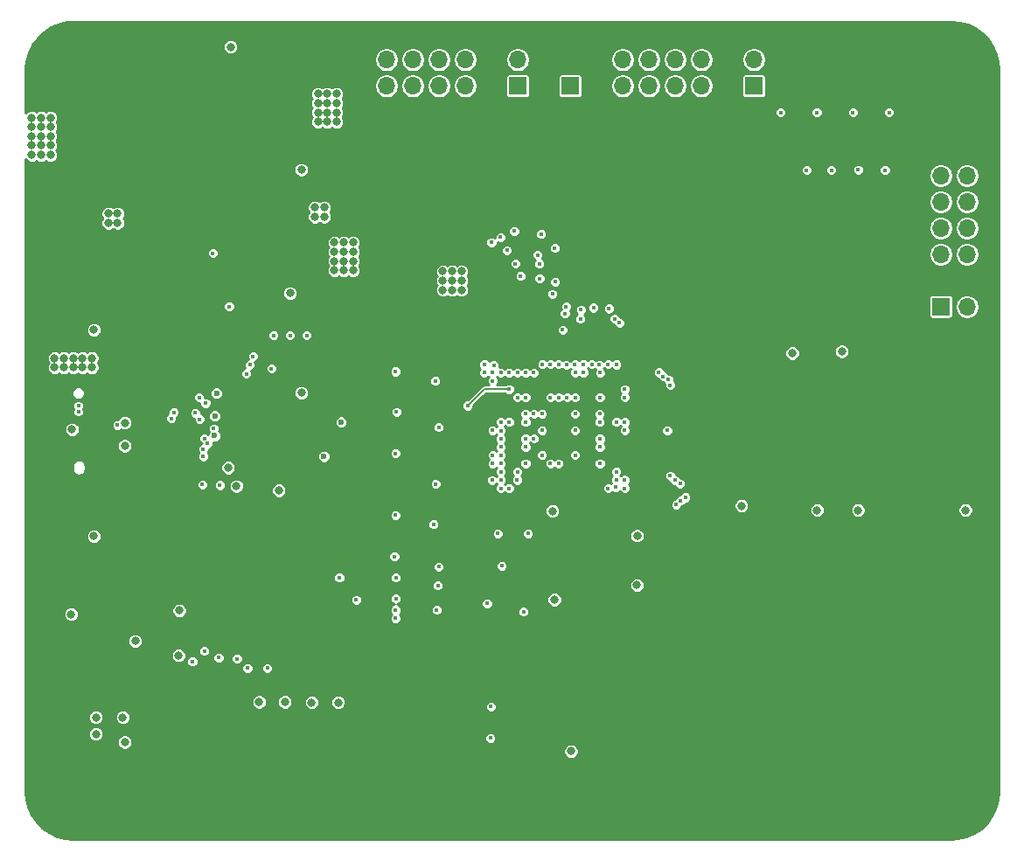
<source format=gbr>
G04 #@! TF.GenerationSoftware,KiCad,Pcbnew,5.0.1*
G04 #@! TF.CreationDate,2018-12-10T08:04:53+01:00*
G04 #@! TF.ProjectId,Kilsyth,4B696C737974682E6B696361645F7063,rev?*
G04 #@! TF.SameCoordinates,Original*
G04 #@! TF.FileFunction,Copper,L2,Inr,Signal*
G04 #@! TF.FilePolarity,Positive*
%FSLAX46Y46*%
G04 Gerber Fmt 4.6, Leading zero omitted, Abs format (unit mm)*
G04 Created by KiCad (PCBNEW 5.0.1) date Mon 10 Dec 2018 08:04:53 AM CET*
%MOMM*%
%LPD*%
G01*
G04 APERTURE LIST*
G04 #@! TA.AperFunction,ViaPad*
%ADD10R,1.700000X1.700000*%
G04 #@! TD*
G04 #@! TA.AperFunction,ViaPad*
%ADD11O,1.700000X1.700000*%
G04 #@! TD*
G04 #@! TA.AperFunction,ViaPad*
%ADD12C,1.450000*%
G04 #@! TD*
G04 #@! TA.AperFunction,ViaPad*
%ADD13O,1.900000X1.200000*%
G04 #@! TD*
G04 #@! TA.AperFunction,ViaPad*
%ADD14O,2.600000X1.300000*%
G04 #@! TD*
G04 #@! TA.AperFunction,ViaPad*
%ADD15O,2.300000X1.200000*%
G04 #@! TD*
G04 #@! TA.AperFunction,ViaPad*
%ADD16O,1.100000X1.650000*%
G04 #@! TD*
G04 #@! TA.AperFunction,ViaPad*
%ADD17C,6.400000*%
G04 #@! TD*
G04 #@! TA.AperFunction,ViaPad*
%ADD18C,0.800000*%
G04 #@! TD*
G04 #@! TA.AperFunction,ViaPad*
%ADD19C,0.450000*%
G04 #@! TD*
G04 #@! TA.AperFunction,ViaPad*
%ADD20C,0.600000*%
G04 #@! TD*
G04 #@! TA.AperFunction,Conductor*
%ADD21C,0.280000*%
G04 #@! TD*
G04 #@! TA.AperFunction,Conductor*
%ADD22C,0.127000*%
G04 #@! TD*
G04 #@! TA.AperFunction,Conductor*
%ADD23C,0.254000*%
G04 #@! TD*
G04 APERTURE END LIST*
D10*
G04 #@! TO.N,+3V3*
G04 #@! TO.C,J10*
X103124000Y-56642000D03*
D11*
G04 #@! TO.N,GND*
X103124000Y-54102000D03*
G04 #@! TD*
D12*
G04 #@! TO.N,GND*
G04 #@! TO.C,J3*
X54712500Y-100000000D03*
X54712500Y-105000000D03*
D13*
X52012500Y-99000000D03*
X52012500Y-106000000D03*
G04 #@! TD*
D14*
G04 #@! TO.N,GND*
G04 #@! TO.C,J2*
X52450000Y-94320000D03*
X52450000Y-85680000D03*
D15*
X57500000Y-85680000D03*
X57500000Y-94320000D03*
D16*
X56900000Y-86020000D03*
X56910000Y-93980000D03*
G04 #@! TD*
D17*
G04 #@! TO.N,GND*
G04 #@! TO.C,H4*
X140000000Y-125000000D03*
G04 #@! TD*
G04 #@! TO.N,GND*
G04 #@! TO.C,H3*
X55000000Y-125000000D03*
G04 #@! TD*
G04 #@! TO.N,GND*
G04 #@! TO.C,H2*
X140000000Y-55000000D03*
G04 #@! TD*
G04 #@! TO.N,GND*
G04 #@! TO.C,H1*
X55000000Y-55000000D03*
G04 #@! TD*
D11*
G04 #@! TO.N,/PMOD2_5*
G04 #@! TO.C,J9*
X141540000Y-65300000D03*
G04 #@! TO.N,/PMOD2_1*
X139000000Y-65300000D03*
G04 #@! TO.N,/PMOD2_6*
X141540000Y-67840000D03*
G04 #@! TO.N,/PMOD2_2*
X139000000Y-67840000D03*
G04 #@! TO.N,/PMOD2_7*
X141540000Y-70380000D03*
G04 #@! TO.N,/PMOD2_3*
X139000000Y-70380000D03*
G04 #@! TO.N,/PMOD2_8*
X141540000Y-72920000D03*
G04 #@! TO.N,/PMOD2_4*
X139000000Y-72920000D03*
G04 #@! TO.N,GND*
X141540000Y-75460000D03*
X139000000Y-75460000D03*
G04 #@! TO.N,+3V3*
X141540000Y-78000000D03*
D10*
X139000000Y-78000000D03*
G04 #@! TD*
D11*
G04 #@! TO.N,/PMOD0_5*
G04 #@! TO.C,J5*
X85344000Y-54102000D03*
G04 #@! TO.N,/PMOD0_1*
X85344000Y-56642000D03*
G04 #@! TO.N,/PMOD0_6*
X87884000Y-54102000D03*
G04 #@! TO.N,/PMOD0_2*
X87884000Y-56642000D03*
G04 #@! TO.N,/PMOD0_7*
X90424000Y-54102000D03*
G04 #@! TO.N,/PMOD0_3*
X90424000Y-56642000D03*
G04 #@! TO.N,/PMOD0_8*
X92964000Y-54102000D03*
G04 #@! TO.N,/PMOD0_4*
X92964000Y-56642000D03*
G04 #@! TO.N,GND*
X95504000Y-54102000D03*
X95504000Y-56642000D03*
G04 #@! TO.N,+3V3*
X98044000Y-54102000D03*
D10*
X98044000Y-56642000D03*
G04 #@! TD*
D11*
G04 #@! TO.N,/PMOD1_5*
G04 #@! TO.C,J8*
X108204000Y-54102000D03*
G04 #@! TO.N,/PMOD1_1*
X108204000Y-56642000D03*
G04 #@! TO.N,/PMOD1_6*
X110744000Y-54102000D03*
G04 #@! TO.N,/PMOD1_2*
X110744000Y-56642000D03*
G04 #@! TO.N,/PMOD1_7*
X113284000Y-54102000D03*
G04 #@! TO.N,/PMOD1_3*
X113284000Y-56642000D03*
G04 #@! TO.N,/PMOD1_8*
X115824000Y-54102000D03*
G04 #@! TO.N,/PMOD1_4*
X115824000Y-56642000D03*
G04 #@! TO.N,GND*
X118364000Y-54102000D03*
X118364000Y-56642000D03*
G04 #@! TO.N,+3V3*
X120904000Y-54102000D03*
D10*
X120904000Y-56642000D03*
G04 #@! TD*
D18*
G04 #@! TO.N,GND*
X59714000Y-93472000D03*
X59850000Y-85950000D03*
X52400000Y-88000000D03*
X52400006Y-91900000D03*
X57000000Y-104250000D03*
X52000000Y-97500000D03*
X52000000Y-107500000D03*
D19*
X106800000Y-97200000D03*
X106000000Y-97200000D03*
X105200000Y-98000000D03*
X106000000Y-98000000D03*
X106800000Y-98000000D03*
X107600000Y-98000000D03*
X109200000Y-98000000D03*
X103600000Y-98000000D03*
X102800000Y-98000000D03*
X110000000Y-97200000D03*
X109200000Y-97200000D03*
X103600000Y-97200000D03*
X106800000Y-96400000D03*
X106000000Y-96400000D03*
X106000000Y-95600000D03*
X106000000Y-94800000D03*
X98800000Y-94800000D03*
X105200000Y-93200000D03*
X106000000Y-92400000D03*
X105200000Y-92400000D03*
X106800000Y-91600000D03*
X105200000Y-91600000D03*
X105200000Y-90000000D03*
X99600000Y-90000000D03*
X98800000Y-90000000D03*
X105200000Y-89200000D03*
X99600000Y-89200000D03*
X107600000Y-87600000D03*
X97200000Y-85200000D03*
X102000000Y-90800000D03*
X101200000Y-91600000D03*
D18*
X77100000Y-59200000D03*
X77100000Y-60100000D03*
X75300000Y-60100000D03*
X77100000Y-57400000D03*
X75300000Y-59200000D03*
X77100000Y-58300000D03*
X76200000Y-59200000D03*
X76200000Y-57400000D03*
X75300000Y-57400000D03*
X76200000Y-60100000D03*
X75300000Y-58300000D03*
X76200000Y-58300000D03*
X61100000Y-59000000D03*
X61100000Y-60500000D03*
D19*
X67500000Y-60950000D03*
X67500000Y-60450000D03*
X67500000Y-59950000D03*
D18*
X75300000Y-67100000D03*
X58575000Y-66925000D03*
X57675000Y-66925000D03*
X55875000Y-66925000D03*
X59475000Y-66925000D03*
X60375000Y-66925000D03*
X56775000Y-66925000D03*
X74300000Y-70700000D03*
X129390000Y-97710000D03*
X141400000Y-82360000D03*
D19*
X108400036Y-87600000D03*
D18*
X126916413Y-82483587D03*
X123800010Y-97700000D03*
X74350000Y-90200000D03*
X72550000Y-90200000D03*
X73450000Y-91100000D03*
X73450000Y-90200000D03*
X72550000Y-89300000D03*
X74350000Y-88400000D03*
X72550000Y-91100000D03*
X72550000Y-88400000D03*
X73450000Y-89300000D03*
X74350000Y-89300000D03*
X74350000Y-91100000D03*
X73450000Y-88400000D03*
X76000000Y-75300000D03*
D19*
X82000000Y-53100000D03*
D18*
X140500000Y-91000000D03*
X141400000Y-91900000D03*
X141400000Y-91000000D03*
X140500000Y-90100000D03*
X140500000Y-91900000D03*
X140500000Y-89200000D03*
X141400000Y-90100000D03*
X141400000Y-89200000D03*
D19*
X108394500Y-84391500D03*
X105206810Y-82804000D03*
D18*
X86360000Y-77724000D03*
X117400000Y-96300000D03*
X118300000Y-95400000D03*
X117400000Y-95400000D03*
X116500000Y-96300000D03*
X118300000Y-96300000D03*
X115600000Y-96300000D03*
X116500000Y-95400000D03*
X115600000Y-95400000D03*
X62700000Y-104500000D03*
X61800000Y-103600000D03*
X60900000Y-103600000D03*
X62700000Y-103600000D03*
X60000000Y-103600000D03*
X61800000Y-104500000D03*
X60000000Y-104500000D03*
X60900000Y-104500000D03*
X130400000Y-86000000D03*
X134100000Y-77200000D03*
X135000000Y-78100000D03*
X135000000Y-77200000D03*
X134100000Y-76300000D03*
X134100000Y-78100000D03*
X134100000Y-75400000D03*
X135000000Y-76300000D03*
X135000000Y-75400000D03*
X79000000Y-80625000D03*
D19*
X99600000Y-91600000D03*
D18*
X62400000Y-117800000D03*
X69200000Y-118000000D03*
D19*
X67317230Y-87851458D03*
D18*
X79552702Y-89899715D03*
D19*
X99559215Y-83580856D03*
D18*
X119550180Y-84236560D03*
X122234960Y-85958680D03*
D19*
X98015510Y-96400000D03*
X98846521Y-96400000D03*
X97850960Y-98940620D03*
X99021900Y-98229420D03*
X99837240Y-98295460D03*
X100517960Y-98264980D03*
X98815471Y-97231239D03*
X99611182Y-97198180D03*
X95576014Y-90812617D03*
X98793300Y-95597980D03*
X108418202Y-93960298D03*
X109199680Y-96400620D03*
X110109000Y-96441260D03*
X99618800Y-86817200D03*
X104400000Y-86825409D03*
X105200000Y-86825409D03*
X100445837Y-86823423D03*
X106009440Y-87602060D03*
X105200000Y-87584490D03*
X105971276Y-89991500D03*
G04 #@! TO.N,+3V3*
X102000000Y-93200000D03*
X101200000Y-93200000D03*
X98800000Y-90800000D03*
X99600000Y-90800000D03*
D18*
X78700000Y-60100000D03*
X79600000Y-60100000D03*
X80500000Y-60100000D03*
X80500000Y-59200000D03*
X78700000Y-59200000D03*
X79600000Y-59200000D03*
X80500000Y-58300000D03*
X78700000Y-58300000D03*
X79600000Y-58300000D03*
X80500000Y-57400000D03*
X78700000Y-57400000D03*
X79600000Y-57400000D03*
D19*
X98800000Y-91600000D03*
X98800000Y-89200000D03*
X98800000Y-88400000D03*
X99600000Y-88400000D03*
X106000000Y-90800000D03*
X106000000Y-91600000D03*
D18*
X127030000Y-97720000D03*
X130990000Y-97730000D03*
X141390000Y-97720000D03*
X129420000Y-82350000D03*
X119700000Y-97299982D03*
D20*
X68700000Y-90500014D03*
D18*
X70800000Y-95400000D03*
X76000000Y-76700000D03*
D19*
X90297000Y-105029000D03*
D18*
X65278000Y-107442000D03*
D19*
X82400000Y-106400000D03*
X86200000Y-107400000D03*
D18*
X101400000Y-97800000D03*
X109600000Y-100200000D03*
X109587500Y-104987500D03*
X101600000Y-106400000D03*
X54800000Y-107800000D03*
X103200002Y-121078000D03*
D20*
X68872100Y-86398100D03*
X68715529Y-88600032D03*
X80934560Y-89197180D03*
X79273400Y-92522040D03*
D18*
X74912220Y-95806260D03*
X124620000Y-82513163D03*
D19*
X95542945Y-94800000D03*
X96403160Y-94802960D03*
X102800001Y-86819584D03*
X103599999Y-86819584D03*
X101196140Y-86794340D03*
X102000002Y-86819584D03*
X105974583Y-88400000D03*
X105986580Y-89197180D03*
D18*
X73000000Y-116300000D03*
X75500000Y-116300000D03*
X78100000Y-116350000D03*
X78100000Y-116350000D03*
X80650000Y-116350000D03*
D19*
G04 #@! TO.N,/FT_DATA_0*
X90400000Y-103200000D03*
X96415215Y-93204200D03*
G04 #@! TO.N,/FT_DATA_13*
X90400000Y-89700006D03*
X96400000Y-90015511D03*
G04 #@! TO.N,/PMOD0_5*
X102715613Y-77997758D03*
G04 #@! TO.N,/PMOD1_4*
X107891580Y-79580740D03*
G04 #@! TO.N,/PMOD0_2*
X103601520Y-84394040D03*
G04 #@! TO.N,/PMOD2_2*
X107594400Y-83616800D03*
G04 #@! TO.N,/RAM_DQ6*
X107600000Y-94800000D03*
X112800000Y-94384490D03*
G04 #@! TO.N,/FT_DATA_1*
X86100000Y-102212249D03*
X95599998Y-93219585D03*
G04 #@! TO.N,/FT_TXE_N*
X86200000Y-84300000D03*
X96400000Y-89184491D03*
G04 #@! TO.N,/FT_CLK*
X96400000Y-91600000D03*
X90086579Y-95194459D03*
G04 #@! TO.N,/PMOD0_7*
X104176599Y-78300000D03*
G04 #@! TO.N,/PMOD0_4*
X104401620Y-84396580D03*
G04 #@! TO.N,/RAM_DQ2*
X108406633Y-95612743D03*
X113813745Y-96816208D03*
G04 #@! TO.N,/RAM_DQ1*
X107528360Y-95493840D03*
X114286263Y-96485047D03*
G04 #@! TO.N,/FT_DATA_10*
X96400000Y-90800000D03*
X86200000Y-92212249D03*
G04 #@! TO.N,/PMOD1_6*
X106004360Y-84409282D03*
G04 #@! TO.N,/PMOD1_3*
X105950798Y-83626214D03*
G04 #@! TO.N,/PMOD1_1*
X105375490Y-78118721D03*
G04 #@! TO.N,/FT_DATA_5*
X86200020Y-98212249D03*
X95613220Y-92387420D03*
G04 #@! TO.N,/FT_BE_1*
X97200000Y-89200000D03*
X90069150Y-85220850D03*
G04 #@! TO.N,/PMOD0_6*
X103564470Y-83614567D03*
G04 #@! TO.N,/PMOD0_3*
X104100000Y-79199988D03*
G04 #@! TO.N,/PMOD0_1*
X102613460Y-78681580D03*
G04 #@! TO.N,/RAM_DQ15*
X108400000Y-89200000D03*
X112808027Y-85617863D03*
G04 #@! TO.N,/RAM_A6*
X108400000Y-90000000D03*
X112516281Y-89986147D03*
G04 #@! TO.N,/RAM_DQ3*
X106796840Y-95603060D03*
X113372193Y-97187658D03*
G04 #@! TO.N,/RAM_DQ4*
X113750000Y-95150000D03*
X107600000Y-94000000D03*
G04 #@! TO.N,/FT_DATA_4*
X89898705Y-99098705D03*
X96411252Y-92408092D03*
G04 #@! TO.N,/FT_DATA_14*
X86300000Y-88200000D03*
X95600000Y-89981606D03*
G04 #@! TO.N,/PMOD1_7*
X107417418Y-79177700D03*
G04 #@! TO.N,/PMOD1_5*
X105204260Y-83611720D03*
G04 #@! TO.N,/PMOD1_2*
X106866087Y-78194567D03*
G04 #@! TO.N,/RAM_DQ12*
X108400000Y-86000000D03*
X111705184Y-84377543D03*
G04 #@! TO.N,/RAM_DQ14*
X107600000Y-89200000D03*
X112621753Y-85071745D03*
G04 #@! TO.N,/RAM_DQ5*
X113244865Y-94805135D03*
X108400000Y-94791310D03*
D18*
G04 #@! TO.N,+2V5*
X82100000Y-73600000D03*
X82100000Y-74500000D03*
X80300000Y-74500000D03*
X82100000Y-71800000D03*
X80300000Y-73600000D03*
X82100000Y-72700000D03*
X81200000Y-73600000D03*
X81200000Y-71800000D03*
X80300000Y-71800000D03*
X81200000Y-74500000D03*
X80300000Y-72700000D03*
X81200000Y-72700000D03*
D19*
X98800000Y-86800000D03*
X106000000Y-86800000D03*
X106000000Y-93200000D03*
X98000000Y-86800000D03*
X98800000Y-93200000D03*
G04 #@! TO.N,/RAM_DQ13*
X108400000Y-86800000D03*
X112133654Y-84764009D03*
G04 #@! TO.N,+1V1*
X100400000Y-92400000D03*
X100400000Y-88400000D03*
X100400000Y-90000000D03*
X103600000Y-92400000D03*
X103600000Y-88400000D03*
X103600000Y-90000000D03*
D18*
X52800000Y-61500000D03*
X52800000Y-62400000D03*
X51000000Y-62400000D03*
X52800000Y-63325000D03*
X51000000Y-61500000D03*
X52800000Y-60600000D03*
X51900000Y-61500000D03*
X51900000Y-63325000D03*
X51000000Y-63325000D03*
X51900000Y-62400000D03*
X51000000Y-60600000D03*
X51900000Y-60600000D03*
X90800000Y-76400000D03*
X92600000Y-74600000D03*
X90800000Y-75500000D03*
X90800000Y-74600000D03*
X92600000Y-75500000D03*
X91700000Y-76400000D03*
X91700000Y-75500000D03*
X91700000Y-74600000D03*
X92600000Y-76400000D03*
X52800000Y-59700000D03*
X51000000Y-59700000D03*
X51900000Y-59700000D03*
D19*
G04 #@! TO.N,Net-(R3-Pad2)*
X86200000Y-108200000D03*
X96400620Y-95608142D03*
G04 #@! TO.N,/JTAG_TDI*
X98000000Y-94000000D03*
X98602801Y-107566460D03*
G04 #@! TO.N,Net-(R1-Pad2)*
X96400000Y-94000000D03*
X86233000Y-106299000D03*
G04 #@! TO.N,/JTAG_TCK*
X95400000Y-119799998D03*
X97990660Y-94808040D03*
G04 #@! TO.N,/FLASH_SCK*
X67691000Y-111379000D03*
D18*
X61000000Y-110400012D03*
D19*
X70866000Y-112124702D03*
G04 #@! TO.N,/JTAG_TMS*
X95450660Y-116758034D03*
X97198180Y-95610684D03*
D18*
G04 #@! TO.N,/FLASH_MISO*
X57199999Y-119400000D03*
X57200000Y-117800000D03*
D19*
G04 #@! TO.N,/INITn*
X90200000Y-107400000D03*
X95072260Y-106772260D03*
G04 #@! TO.N,/FLASH_HOLDn*
X71882000Y-113020890D03*
X66548000Y-112395000D03*
G04 #@! TO.N,/FLASH_MOSI*
X73787000Y-113030000D03*
D18*
X65200000Y-111800000D03*
D19*
X69082862Y-112008870D03*
D18*
G04 #@! TO.N,/FLASH_WPn*
X60000028Y-120200000D03*
X59800000Y-117800000D03*
D19*
G04 #@! TO.N,DONE*
X99050000Y-100000004D03*
X96109915Y-100000015D03*
G04 #@! TO.N,Net-(C21-Pad2)*
X70100000Y-78000000D03*
X68511420Y-72831960D03*
D18*
G04 #@! TO.N,+5V*
X79300000Y-68400000D03*
X79300000Y-69300000D03*
X78400000Y-68400000D03*
X78400000Y-69300000D03*
X58400000Y-69000000D03*
X58400000Y-69900000D03*
X59300000Y-69000000D03*
X59300000Y-69900000D03*
X57000000Y-80250000D03*
X70000000Y-93600000D03*
G04 #@! TO.N,VD10*
X77100000Y-86350000D03*
D19*
G04 #@! TO.N,Net-(R32-Pad1)*
X77600000Y-80800000D03*
X74200000Y-84000016D03*
G04 #@! TO.N,Net-(R33-Pad1)*
X76000000Y-80800000D03*
X72420480Y-82814160D03*
G04 #@! TO.N,Net-(R34-Pad1)*
X74400000Y-80800000D03*
X72110600Y-83654900D03*
G04 #@! TO.N,FT_GPIO0*
X86233000Y-104267000D03*
X96500000Y-103124000D03*
G04 #@! TO.N,Net-(R31-Pad1)*
X69200000Y-95300000D03*
X68600030Y-89815510D03*
G04 #@! TO.N,/FT_TODN*
X67696576Y-90772547D03*
X67809449Y-87350000D03*
G04 #@! TO.N,FT_GPIO1*
X93200000Y-87600000D03*
X97200000Y-86000000D03*
G04 #@! TO.N,/FT_TODP*
X67200000Y-86812249D03*
X68006059Y-91259541D03*
G04 #@! TO.N,/FT_RIDN*
X64500000Y-88827003D03*
X55500000Y-88184023D03*
X67227741Y-88913803D03*
X67599992Y-91800000D03*
G04 #@! TO.N,/FT_RIDP*
X64750000Y-88249924D03*
X55500000Y-87607010D03*
X66812241Y-88312241D03*
X67595137Y-92512159D03*
D18*
G04 #@! TO.N,Net-(C22-Pad1)*
X70250000Y-52850000D03*
X77099998Y-64750000D03*
D19*
G04 #@! TO.N,Net-(J2-PadA5)*
X67500000Y-95250000D03*
X59270900Y-89468960D03*
D18*
G04 #@! TO.N,VBUS*
X60000000Y-89250000D03*
X54900000Y-89900000D03*
X60000000Y-91500014D03*
X57000000Y-100250000D03*
X55900000Y-83000000D03*
X54100000Y-83000000D03*
X55000000Y-83900000D03*
X54100000Y-83900000D03*
X55900000Y-83900000D03*
X53200000Y-83000000D03*
X53200000Y-83900000D03*
X56800000Y-83900000D03*
X56800000Y-83000000D03*
X55000000Y-83000000D03*
D19*
G04 #@! TO.N,Net-(R24-Pad1)*
X80772000Y-104267000D03*
X71760080Y-84518500D03*
G04 #@! TO.N,/PMOD1_8*
X106799380Y-83599020D03*
G04 #@! TO.N,/PMOD0_8*
X104386380Y-83604102D03*
G04 #@! TO.N,/WIDE_40*
X102382320Y-80261460D03*
X102758858Y-83633521D03*
G04 #@! TO.N,/WIDE_37*
X130500000Y-59200000D03*
X131000000Y-64750006D03*
G04 #@! TO.N,/WIDE_39*
X134000000Y-59200000D03*
X133604000Y-64800000D03*
G04 #@! TO.N,/WIDE_38*
X102000000Y-83600000D03*
X101406960Y-76765381D03*
G04 #@! TO.N,/WIDE_35*
X127000000Y-59200000D03*
X128400000Y-64800000D03*
G04 #@! TO.N,/WIDE_33*
X101200000Y-83600000D03*
X123500000Y-59200000D03*
X126000000Y-64800000D03*
X101669597Y-75605613D03*
G04 #@! TO.N,/WIDE_32*
X100415510Y-83600000D03*
X100153798Y-75282607D03*
G04 #@! TO.N,/WIDE_27*
X99600000Y-84400000D03*
X100142038Y-73870820D03*
G04 #@! TO.N,/WIDE_25*
X98800000Y-84400000D03*
X99959160Y-72996628D03*
G04 #@! TO.N,/WIDE_24*
X98000000Y-84400000D03*
X101630498Y-72340215D03*
G04 #@! TO.N,/WIDE_21*
X97203260Y-84391500D03*
X98306742Y-75053848D03*
G04 #@! TO.N,/WIDE_20*
X95600001Y-85204300D03*
X100308851Y-70992524D03*
G04 #@! TO.N,/WIDE_17*
X96393000Y-84399120D03*
X97811882Y-73841498D03*
G04 #@! TO.N,/WIDE_16*
X95600000Y-84400000D03*
X96989678Y-72560691D03*
G04 #@! TO.N,/WIDE_13*
X95711230Y-83670447D03*
X97697712Y-70686781D03*
G04 #@! TO.N,/WIDE_12*
X94800000Y-84400000D03*
X96384671Y-71278832D03*
G04 #@! TO.N,/WIDE_9*
X95504000Y-71772780D03*
X94804010Y-83621224D03*
G04 #@! TD*
D21*
G04 #@! TO.N,GND*
X67092231Y-87626459D02*
X67317230Y-87851458D01*
X66975001Y-87475001D02*
X66975001Y-87509229D01*
X66975001Y-87509229D02*
X67092231Y-87626459D01*
D22*
G04 #@! TO.N,FT_GPIO1*
X94800000Y-86000000D02*
X93200000Y-87600000D01*
X97200000Y-86000000D02*
X94800000Y-86000000D01*
G04 #@! TD*
D23*
G04 #@! TO.N,GND*
G36*
X140813384Y-50479403D02*
X141601058Y-50694887D01*
X142338122Y-51046448D01*
X143001283Y-51522977D01*
X143569580Y-52109414D01*
X144025042Y-52787214D01*
X144353281Y-53534963D01*
X144544664Y-54332129D01*
X144594800Y-55014860D01*
X144594801Y-124981941D01*
X144520597Y-125813384D01*
X144305114Y-126601056D01*
X143953550Y-127338126D01*
X143477023Y-128001283D01*
X142890586Y-128569580D01*
X142212786Y-129025042D01*
X141465040Y-129353280D01*
X140667873Y-129544664D01*
X139985140Y-129594800D01*
X55018048Y-129594800D01*
X54186616Y-129520597D01*
X53398944Y-129305114D01*
X52661874Y-128953550D01*
X51998717Y-128477023D01*
X51430420Y-127890586D01*
X50974958Y-127212786D01*
X50646720Y-126465040D01*
X50455336Y-125667873D01*
X50405200Y-124985140D01*
X50405200Y-120932754D01*
X102469802Y-120932754D01*
X102469802Y-121223246D01*
X102580969Y-121491625D01*
X102786377Y-121697033D01*
X103054756Y-121808200D01*
X103345248Y-121808200D01*
X103613627Y-121697033D01*
X103819035Y-121491625D01*
X103930202Y-121223246D01*
X103930202Y-120932754D01*
X103819035Y-120664375D01*
X103613627Y-120458967D01*
X103345248Y-120347800D01*
X103054756Y-120347800D01*
X102786377Y-120458967D01*
X102580969Y-120664375D01*
X102469802Y-120932754D01*
X50405200Y-120932754D01*
X50405200Y-119254754D01*
X56469799Y-119254754D01*
X56469799Y-119545246D01*
X56580966Y-119813625D01*
X56786374Y-120019033D01*
X57054753Y-120130200D01*
X57345245Y-120130200D01*
X57527386Y-120054754D01*
X59269828Y-120054754D01*
X59269828Y-120345246D01*
X59380995Y-120613625D01*
X59586403Y-120819033D01*
X59854782Y-120930200D01*
X60145274Y-120930200D01*
X60413653Y-120819033D01*
X60619061Y-120613625D01*
X60730228Y-120345246D01*
X60730228Y-120054754D01*
X60619061Y-119786375D01*
X60522248Y-119689562D01*
X94844800Y-119689562D01*
X94844800Y-119910434D01*
X94929324Y-120114494D01*
X95085504Y-120270674D01*
X95289564Y-120355198D01*
X95510436Y-120355198D01*
X95714496Y-120270674D01*
X95870676Y-120114494D01*
X95955200Y-119910434D01*
X95955200Y-119689562D01*
X95870676Y-119485502D01*
X95714496Y-119329322D01*
X95510436Y-119244798D01*
X95289564Y-119244798D01*
X95085504Y-119329322D01*
X94929324Y-119485502D01*
X94844800Y-119689562D01*
X60522248Y-119689562D01*
X60413653Y-119580967D01*
X60145274Y-119469800D01*
X59854782Y-119469800D01*
X59586403Y-119580967D01*
X59380995Y-119786375D01*
X59269828Y-120054754D01*
X57527386Y-120054754D01*
X57613624Y-120019033D01*
X57819032Y-119813625D01*
X57930199Y-119545246D01*
X57930199Y-119254754D01*
X57819032Y-118986375D01*
X57613624Y-118780967D01*
X57345245Y-118669800D01*
X57054753Y-118669800D01*
X56786374Y-118780967D01*
X56580966Y-118986375D01*
X56469799Y-119254754D01*
X50405200Y-119254754D01*
X50405200Y-117654754D01*
X56469800Y-117654754D01*
X56469800Y-117945246D01*
X56580967Y-118213625D01*
X56786375Y-118419033D01*
X57054754Y-118530200D01*
X57345246Y-118530200D01*
X57613625Y-118419033D01*
X57819033Y-118213625D01*
X57930200Y-117945246D01*
X57930200Y-117654754D01*
X59069800Y-117654754D01*
X59069800Y-117945246D01*
X59180967Y-118213625D01*
X59386375Y-118419033D01*
X59654754Y-118530200D01*
X59945246Y-118530200D01*
X60213625Y-118419033D01*
X60419033Y-118213625D01*
X60530200Y-117945246D01*
X60530200Y-117654754D01*
X60419033Y-117386375D01*
X60213625Y-117180967D01*
X59945246Y-117069800D01*
X59654754Y-117069800D01*
X59386375Y-117180967D01*
X59180967Y-117386375D01*
X59069800Y-117654754D01*
X57930200Y-117654754D01*
X57819033Y-117386375D01*
X57613625Y-117180967D01*
X57345246Y-117069800D01*
X57054754Y-117069800D01*
X56786375Y-117180967D01*
X56580967Y-117386375D01*
X56469800Y-117654754D01*
X50405200Y-117654754D01*
X50405200Y-116154754D01*
X72269800Y-116154754D01*
X72269800Y-116445246D01*
X72380967Y-116713625D01*
X72586375Y-116919033D01*
X72854754Y-117030200D01*
X73145246Y-117030200D01*
X73413625Y-116919033D01*
X73619033Y-116713625D01*
X73730200Y-116445246D01*
X73730200Y-116154754D01*
X74769800Y-116154754D01*
X74769800Y-116445246D01*
X74880967Y-116713625D01*
X75086375Y-116919033D01*
X75354754Y-117030200D01*
X75645246Y-117030200D01*
X75913625Y-116919033D01*
X76119033Y-116713625D01*
X76230200Y-116445246D01*
X76230200Y-116204754D01*
X77369800Y-116204754D01*
X77369800Y-116495246D01*
X77480967Y-116763625D01*
X77686375Y-116969033D01*
X77954754Y-117080200D01*
X78245246Y-117080200D01*
X78513625Y-116969033D01*
X78719033Y-116763625D01*
X78830200Y-116495246D01*
X78830200Y-116204754D01*
X79919800Y-116204754D01*
X79919800Y-116495246D01*
X80030967Y-116763625D01*
X80236375Y-116969033D01*
X80504754Y-117080200D01*
X80795246Y-117080200D01*
X81063625Y-116969033D01*
X81269033Y-116763625D01*
X81317093Y-116647598D01*
X94895460Y-116647598D01*
X94895460Y-116868470D01*
X94979984Y-117072530D01*
X95136164Y-117228710D01*
X95340224Y-117313234D01*
X95561096Y-117313234D01*
X95765156Y-117228710D01*
X95921336Y-117072530D01*
X96005860Y-116868470D01*
X96005860Y-116647598D01*
X95921336Y-116443538D01*
X95765156Y-116287358D01*
X95561096Y-116202834D01*
X95340224Y-116202834D01*
X95136164Y-116287358D01*
X94979984Y-116443538D01*
X94895460Y-116647598D01*
X81317093Y-116647598D01*
X81380200Y-116495246D01*
X81380200Y-116204754D01*
X81269033Y-115936375D01*
X81063625Y-115730967D01*
X80795246Y-115619800D01*
X80504754Y-115619800D01*
X80236375Y-115730967D01*
X80030967Y-115936375D01*
X79919800Y-116204754D01*
X78830200Y-116204754D01*
X78719033Y-115936375D01*
X78513625Y-115730967D01*
X78245246Y-115619800D01*
X77954754Y-115619800D01*
X77686375Y-115730967D01*
X77480967Y-115936375D01*
X77369800Y-116204754D01*
X76230200Y-116204754D01*
X76230200Y-116154754D01*
X76119033Y-115886375D01*
X75913625Y-115680967D01*
X75645246Y-115569800D01*
X75354754Y-115569800D01*
X75086375Y-115680967D01*
X74880967Y-115886375D01*
X74769800Y-116154754D01*
X73730200Y-116154754D01*
X73619033Y-115886375D01*
X73413625Y-115680967D01*
X73145246Y-115569800D01*
X72854754Y-115569800D01*
X72586375Y-115680967D01*
X72380967Y-115886375D01*
X72269800Y-116154754D01*
X50405200Y-116154754D01*
X50405200Y-111654754D01*
X64469800Y-111654754D01*
X64469800Y-111945246D01*
X64580967Y-112213625D01*
X64786375Y-112419033D01*
X65054754Y-112530200D01*
X65345246Y-112530200D01*
X65613625Y-112419033D01*
X65748094Y-112284564D01*
X65992800Y-112284564D01*
X65992800Y-112505436D01*
X66077324Y-112709496D01*
X66233504Y-112865676D01*
X66437564Y-112950200D01*
X66658436Y-112950200D01*
X66754391Y-112910454D01*
X71326800Y-112910454D01*
X71326800Y-113131326D01*
X71411324Y-113335386D01*
X71567504Y-113491566D01*
X71771564Y-113576090D01*
X71992436Y-113576090D01*
X72196496Y-113491566D01*
X72352676Y-113335386D01*
X72437200Y-113131326D01*
X72437200Y-112919564D01*
X73231800Y-112919564D01*
X73231800Y-113140436D01*
X73316324Y-113344496D01*
X73472504Y-113500676D01*
X73676564Y-113585200D01*
X73897436Y-113585200D01*
X74101496Y-113500676D01*
X74257676Y-113344496D01*
X74342200Y-113140436D01*
X74342200Y-112919564D01*
X74257676Y-112715504D01*
X74101496Y-112559324D01*
X73897436Y-112474800D01*
X73676564Y-112474800D01*
X73472504Y-112559324D01*
X73316324Y-112715504D01*
X73231800Y-112919564D01*
X72437200Y-112919564D01*
X72437200Y-112910454D01*
X72352676Y-112706394D01*
X72196496Y-112550214D01*
X71992436Y-112465690D01*
X71771564Y-112465690D01*
X71567504Y-112550214D01*
X71411324Y-112706394D01*
X71326800Y-112910454D01*
X66754391Y-112910454D01*
X66862496Y-112865676D01*
X67018676Y-112709496D01*
X67103200Y-112505436D01*
X67103200Y-112284564D01*
X67018676Y-112080504D01*
X66862496Y-111924324D01*
X66658436Y-111839800D01*
X66437564Y-111839800D01*
X66233504Y-111924324D01*
X66077324Y-112080504D01*
X65992800Y-112284564D01*
X65748094Y-112284564D01*
X65819033Y-112213625D01*
X65930200Y-111945246D01*
X65930200Y-111654754D01*
X65819033Y-111386375D01*
X65701222Y-111268564D01*
X67135800Y-111268564D01*
X67135800Y-111489436D01*
X67220324Y-111693496D01*
X67376504Y-111849676D01*
X67580564Y-111934200D01*
X67801436Y-111934200D01*
X67887783Y-111898434D01*
X68527662Y-111898434D01*
X68527662Y-112119306D01*
X68612186Y-112323366D01*
X68768366Y-112479546D01*
X68972426Y-112564070D01*
X69193298Y-112564070D01*
X69397358Y-112479546D01*
X69553538Y-112323366D01*
X69638062Y-112119306D01*
X69638062Y-112014266D01*
X70310800Y-112014266D01*
X70310800Y-112235138D01*
X70395324Y-112439198D01*
X70551504Y-112595378D01*
X70755564Y-112679902D01*
X70976436Y-112679902D01*
X71180496Y-112595378D01*
X71336676Y-112439198D01*
X71421200Y-112235138D01*
X71421200Y-112014266D01*
X71336676Y-111810206D01*
X71180496Y-111654026D01*
X70976436Y-111569502D01*
X70755564Y-111569502D01*
X70551504Y-111654026D01*
X70395324Y-111810206D01*
X70310800Y-112014266D01*
X69638062Y-112014266D01*
X69638062Y-111898434D01*
X69553538Y-111694374D01*
X69397358Y-111538194D01*
X69193298Y-111453670D01*
X68972426Y-111453670D01*
X68768366Y-111538194D01*
X68612186Y-111694374D01*
X68527662Y-111898434D01*
X67887783Y-111898434D01*
X68005496Y-111849676D01*
X68161676Y-111693496D01*
X68246200Y-111489436D01*
X68246200Y-111268564D01*
X68161676Y-111064504D01*
X68005496Y-110908324D01*
X67801436Y-110823800D01*
X67580564Y-110823800D01*
X67376504Y-110908324D01*
X67220324Y-111064504D01*
X67135800Y-111268564D01*
X65701222Y-111268564D01*
X65613625Y-111180967D01*
X65345246Y-111069800D01*
X65054754Y-111069800D01*
X64786375Y-111180967D01*
X64580967Y-111386375D01*
X64469800Y-111654754D01*
X50405200Y-111654754D01*
X50405200Y-110254766D01*
X60269800Y-110254766D01*
X60269800Y-110545258D01*
X60380967Y-110813637D01*
X60586375Y-111019045D01*
X60854754Y-111130212D01*
X61145246Y-111130212D01*
X61413625Y-111019045D01*
X61619033Y-110813637D01*
X61730200Y-110545258D01*
X61730200Y-110254766D01*
X61619033Y-109986387D01*
X61413625Y-109780979D01*
X61145246Y-109669812D01*
X60854754Y-109669812D01*
X60586375Y-109780979D01*
X60380967Y-109986387D01*
X60269800Y-110254766D01*
X50405200Y-110254766D01*
X50405200Y-107654754D01*
X54069800Y-107654754D01*
X54069800Y-107945246D01*
X54180967Y-108213625D01*
X54386375Y-108419033D01*
X54654754Y-108530200D01*
X54945246Y-108530200D01*
X55213625Y-108419033D01*
X55419033Y-108213625D01*
X55530200Y-107945246D01*
X55530200Y-107654754D01*
X55419033Y-107386375D01*
X55329412Y-107296754D01*
X64547800Y-107296754D01*
X64547800Y-107587246D01*
X64658967Y-107855625D01*
X64864375Y-108061033D01*
X65132754Y-108172200D01*
X65423246Y-108172200D01*
X65691625Y-108061033D01*
X65897033Y-107855625D01*
X66008200Y-107587246D01*
X66008200Y-107296754D01*
X66005222Y-107289564D01*
X85644800Y-107289564D01*
X85644800Y-107510436D01*
X85729324Y-107714496D01*
X85814828Y-107800000D01*
X85729324Y-107885504D01*
X85644800Y-108089564D01*
X85644800Y-108310436D01*
X85729324Y-108514496D01*
X85885504Y-108670676D01*
X86089564Y-108755200D01*
X86310436Y-108755200D01*
X86514496Y-108670676D01*
X86670676Y-108514496D01*
X86755200Y-108310436D01*
X86755200Y-108089564D01*
X86670676Y-107885504D01*
X86585172Y-107800000D01*
X86670676Y-107714496D01*
X86755200Y-107510436D01*
X86755200Y-107289564D01*
X89644800Y-107289564D01*
X89644800Y-107510436D01*
X89729324Y-107714496D01*
X89885504Y-107870676D01*
X90089564Y-107955200D01*
X90310436Y-107955200D01*
X90514496Y-107870676D01*
X90670676Y-107714496D01*
X90755200Y-107510436D01*
X90755200Y-107456024D01*
X98047601Y-107456024D01*
X98047601Y-107676896D01*
X98132125Y-107880956D01*
X98288305Y-108037136D01*
X98492365Y-108121660D01*
X98713237Y-108121660D01*
X98917297Y-108037136D01*
X99073477Y-107880956D01*
X99158001Y-107676896D01*
X99158001Y-107456024D01*
X99073477Y-107251964D01*
X98917297Y-107095784D01*
X98713237Y-107011260D01*
X98492365Y-107011260D01*
X98288305Y-107095784D01*
X98132125Y-107251964D01*
X98047601Y-107456024D01*
X90755200Y-107456024D01*
X90755200Y-107289564D01*
X90670676Y-107085504D01*
X90514496Y-106929324D01*
X90310436Y-106844800D01*
X90089564Y-106844800D01*
X89885504Y-106929324D01*
X89729324Y-107085504D01*
X89644800Y-107289564D01*
X86755200Y-107289564D01*
X86670676Y-107085504D01*
X86514496Y-106929324D01*
X86333130Y-106854200D01*
X86343436Y-106854200D01*
X86547496Y-106769676D01*
X86655348Y-106661824D01*
X94517060Y-106661824D01*
X94517060Y-106882696D01*
X94601584Y-107086756D01*
X94757764Y-107242936D01*
X94961824Y-107327460D01*
X95182696Y-107327460D01*
X95386756Y-107242936D01*
X95542936Y-107086756D01*
X95627460Y-106882696D01*
X95627460Y-106661824D01*
X95542936Y-106457764D01*
X95386756Y-106301584D01*
X95273698Y-106254754D01*
X100869800Y-106254754D01*
X100869800Y-106545246D01*
X100980967Y-106813625D01*
X101186375Y-107019033D01*
X101454754Y-107130200D01*
X101745246Y-107130200D01*
X102013625Y-107019033D01*
X102219033Y-106813625D01*
X102330200Y-106545246D01*
X102330200Y-106254754D01*
X102219033Y-105986375D01*
X102013625Y-105780967D01*
X101745246Y-105669800D01*
X101454754Y-105669800D01*
X101186375Y-105780967D01*
X100980967Y-105986375D01*
X100869800Y-106254754D01*
X95273698Y-106254754D01*
X95182696Y-106217060D01*
X94961824Y-106217060D01*
X94757764Y-106301584D01*
X94601584Y-106457764D01*
X94517060Y-106661824D01*
X86655348Y-106661824D01*
X86703676Y-106613496D01*
X86788200Y-106409436D01*
X86788200Y-106188564D01*
X86703676Y-105984504D01*
X86547496Y-105828324D01*
X86343436Y-105743800D01*
X86122564Y-105743800D01*
X85918504Y-105828324D01*
X85762324Y-105984504D01*
X85677800Y-106188564D01*
X85677800Y-106409436D01*
X85762324Y-106613496D01*
X85918504Y-106769676D01*
X86099870Y-106844800D01*
X86089564Y-106844800D01*
X85885504Y-106929324D01*
X85729324Y-107085504D01*
X85644800Y-107289564D01*
X66005222Y-107289564D01*
X65897033Y-107028375D01*
X65691625Y-106822967D01*
X65423246Y-106711800D01*
X65132754Y-106711800D01*
X64864375Y-106822967D01*
X64658967Y-107028375D01*
X64547800Y-107296754D01*
X55329412Y-107296754D01*
X55213625Y-107180967D01*
X54945246Y-107069800D01*
X54654754Y-107069800D01*
X54386375Y-107180967D01*
X54180967Y-107386375D01*
X54069800Y-107654754D01*
X50405200Y-107654754D01*
X50405200Y-106289564D01*
X81844800Y-106289564D01*
X81844800Y-106510436D01*
X81929324Y-106714496D01*
X82085504Y-106870676D01*
X82289564Y-106955200D01*
X82510436Y-106955200D01*
X82714496Y-106870676D01*
X82870676Y-106714496D01*
X82955200Y-106510436D01*
X82955200Y-106289564D01*
X82870676Y-106085504D01*
X82714496Y-105929324D01*
X82510436Y-105844800D01*
X82289564Y-105844800D01*
X82085504Y-105929324D01*
X81929324Y-106085504D01*
X81844800Y-106289564D01*
X50405200Y-106289564D01*
X50405200Y-104918564D01*
X89741800Y-104918564D01*
X89741800Y-105139436D01*
X89826324Y-105343496D01*
X89982504Y-105499676D01*
X90186564Y-105584200D01*
X90407436Y-105584200D01*
X90611496Y-105499676D01*
X90767676Y-105343496D01*
X90852200Y-105139436D01*
X90852200Y-104918564D01*
X90820592Y-104842254D01*
X108857300Y-104842254D01*
X108857300Y-105132746D01*
X108968467Y-105401125D01*
X109173875Y-105606533D01*
X109442254Y-105717700D01*
X109732746Y-105717700D01*
X110001125Y-105606533D01*
X110206533Y-105401125D01*
X110317700Y-105132746D01*
X110317700Y-104842254D01*
X110206533Y-104573875D01*
X110001125Y-104368467D01*
X109732746Y-104257300D01*
X109442254Y-104257300D01*
X109173875Y-104368467D01*
X108968467Y-104573875D01*
X108857300Y-104842254D01*
X90820592Y-104842254D01*
X90767676Y-104714504D01*
X90611496Y-104558324D01*
X90407436Y-104473800D01*
X90186564Y-104473800D01*
X89982504Y-104558324D01*
X89826324Y-104714504D01*
X89741800Y-104918564D01*
X50405200Y-104918564D01*
X50405200Y-104156564D01*
X80216800Y-104156564D01*
X80216800Y-104377436D01*
X80301324Y-104581496D01*
X80457504Y-104737676D01*
X80661564Y-104822200D01*
X80882436Y-104822200D01*
X81086496Y-104737676D01*
X81242676Y-104581496D01*
X81327200Y-104377436D01*
X81327200Y-104156564D01*
X85677800Y-104156564D01*
X85677800Y-104377436D01*
X85762324Y-104581496D01*
X85918504Y-104737676D01*
X86122564Y-104822200D01*
X86343436Y-104822200D01*
X86547496Y-104737676D01*
X86703676Y-104581496D01*
X86788200Y-104377436D01*
X86788200Y-104156564D01*
X86703676Y-103952504D01*
X86547496Y-103796324D01*
X86343436Y-103711800D01*
X86122564Y-103711800D01*
X85918504Y-103796324D01*
X85762324Y-103952504D01*
X85677800Y-104156564D01*
X81327200Y-104156564D01*
X81242676Y-103952504D01*
X81086496Y-103796324D01*
X80882436Y-103711800D01*
X80661564Y-103711800D01*
X80457504Y-103796324D01*
X80301324Y-103952504D01*
X80216800Y-104156564D01*
X50405200Y-104156564D01*
X50405200Y-103089564D01*
X89844800Y-103089564D01*
X89844800Y-103310436D01*
X89929324Y-103514496D01*
X90085504Y-103670676D01*
X90289564Y-103755200D01*
X90510436Y-103755200D01*
X90714496Y-103670676D01*
X90870676Y-103514496D01*
X90955200Y-103310436D01*
X90955200Y-103089564D01*
X90923720Y-103013564D01*
X95944800Y-103013564D01*
X95944800Y-103234436D01*
X96029324Y-103438496D01*
X96185504Y-103594676D01*
X96389564Y-103679200D01*
X96610436Y-103679200D01*
X96814496Y-103594676D01*
X96970676Y-103438496D01*
X97055200Y-103234436D01*
X97055200Y-103013564D01*
X96970676Y-102809504D01*
X96814496Y-102653324D01*
X96610436Y-102568800D01*
X96389564Y-102568800D01*
X96185504Y-102653324D01*
X96029324Y-102809504D01*
X95944800Y-103013564D01*
X90923720Y-103013564D01*
X90870676Y-102885504D01*
X90714496Y-102729324D01*
X90510436Y-102644800D01*
X90289564Y-102644800D01*
X90085504Y-102729324D01*
X89929324Y-102885504D01*
X89844800Y-103089564D01*
X50405200Y-103089564D01*
X50405200Y-102101813D01*
X85544800Y-102101813D01*
X85544800Y-102322685D01*
X85629324Y-102526745D01*
X85785504Y-102682925D01*
X85989564Y-102767449D01*
X86210436Y-102767449D01*
X86414496Y-102682925D01*
X86570676Y-102526745D01*
X86655200Y-102322685D01*
X86655200Y-102101813D01*
X86570676Y-101897753D01*
X86414496Y-101741573D01*
X86210436Y-101657049D01*
X85989564Y-101657049D01*
X85785504Y-101741573D01*
X85629324Y-101897753D01*
X85544800Y-102101813D01*
X50405200Y-102101813D01*
X50405200Y-100104754D01*
X56269800Y-100104754D01*
X56269800Y-100395246D01*
X56380967Y-100663625D01*
X56586375Y-100869033D01*
X56854754Y-100980200D01*
X57145246Y-100980200D01*
X57413625Y-100869033D01*
X57619033Y-100663625D01*
X57730200Y-100395246D01*
X57730200Y-100104754D01*
X57641071Y-99889579D01*
X95554715Y-99889579D01*
X95554715Y-100110451D01*
X95639239Y-100314511D01*
X95795419Y-100470691D01*
X95999479Y-100555215D01*
X96220351Y-100555215D01*
X96424411Y-100470691D01*
X96580591Y-100314511D01*
X96665115Y-100110451D01*
X96665115Y-99889579D01*
X96665111Y-99889568D01*
X98494800Y-99889568D01*
X98494800Y-100110440D01*
X98579324Y-100314500D01*
X98735504Y-100470680D01*
X98939564Y-100555204D01*
X99160436Y-100555204D01*
X99364496Y-100470680D01*
X99520676Y-100314500D01*
X99605200Y-100110440D01*
X99605200Y-100054754D01*
X108869800Y-100054754D01*
X108869800Y-100345246D01*
X108980967Y-100613625D01*
X109186375Y-100819033D01*
X109454754Y-100930200D01*
X109745246Y-100930200D01*
X110013625Y-100819033D01*
X110219033Y-100613625D01*
X110330200Y-100345246D01*
X110330200Y-100054754D01*
X110219033Y-99786375D01*
X110013625Y-99580967D01*
X109745246Y-99469800D01*
X109454754Y-99469800D01*
X109186375Y-99580967D01*
X108980967Y-99786375D01*
X108869800Y-100054754D01*
X99605200Y-100054754D01*
X99605200Y-99889568D01*
X99520676Y-99685508D01*
X99364496Y-99529328D01*
X99160436Y-99444804D01*
X98939564Y-99444804D01*
X98735504Y-99529328D01*
X98579324Y-99685508D01*
X98494800Y-99889568D01*
X96665111Y-99889568D01*
X96580591Y-99685519D01*
X96424411Y-99529339D01*
X96220351Y-99444815D01*
X95999479Y-99444815D01*
X95795419Y-99529339D01*
X95639239Y-99685519D01*
X95554715Y-99889579D01*
X57641071Y-99889579D01*
X57619033Y-99836375D01*
X57413625Y-99630967D01*
X57145246Y-99519800D01*
X56854754Y-99519800D01*
X56586375Y-99630967D01*
X56380967Y-99836375D01*
X56269800Y-100104754D01*
X50405200Y-100104754D01*
X50405200Y-98988269D01*
X89343505Y-98988269D01*
X89343505Y-99209141D01*
X89428029Y-99413201D01*
X89584209Y-99569381D01*
X89788269Y-99653905D01*
X90009141Y-99653905D01*
X90213201Y-99569381D01*
X90369381Y-99413201D01*
X90453905Y-99209141D01*
X90453905Y-98988269D01*
X90369381Y-98784209D01*
X90213201Y-98628029D01*
X90009141Y-98543505D01*
X89788269Y-98543505D01*
X89584209Y-98628029D01*
X89428029Y-98784209D01*
X89343505Y-98988269D01*
X50405200Y-98988269D01*
X50405200Y-98101813D01*
X85644820Y-98101813D01*
X85644820Y-98322685D01*
X85729344Y-98526745D01*
X85885524Y-98682925D01*
X86089584Y-98767449D01*
X86310456Y-98767449D01*
X86514516Y-98682925D01*
X86670696Y-98526745D01*
X86755220Y-98322685D01*
X86755220Y-98101813D01*
X86670696Y-97897753D01*
X86514516Y-97741573D01*
X86310456Y-97657049D01*
X86089584Y-97657049D01*
X85885524Y-97741573D01*
X85729344Y-97897753D01*
X85644820Y-98101813D01*
X50405200Y-98101813D01*
X50405200Y-97654754D01*
X100669800Y-97654754D01*
X100669800Y-97945246D01*
X100780967Y-98213625D01*
X100986375Y-98419033D01*
X101254754Y-98530200D01*
X101545246Y-98530200D01*
X101813625Y-98419033D01*
X102019033Y-98213625D01*
X102130200Y-97945246D01*
X102130200Y-97654754D01*
X102019033Y-97386375D01*
X101813625Y-97180967D01*
X101563165Y-97077222D01*
X112816993Y-97077222D01*
X112816993Y-97298094D01*
X112901517Y-97502154D01*
X113057697Y-97658334D01*
X113261757Y-97742858D01*
X113482629Y-97742858D01*
X113686689Y-97658334D01*
X113842869Y-97502154D01*
X113897025Y-97371408D01*
X113924181Y-97371408D01*
X114128241Y-97286884D01*
X114260389Y-97154736D01*
X118969800Y-97154736D01*
X118969800Y-97445228D01*
X119080967Y-97713607D01*
X119286375Y-97919015D01*
X119554754Y-98030182D01*
X119845246Y-98030182D01*
X120113625Y-97919015D01*
X120319033Y-97713607D01*
X120376548Y-97574754D01*
X126299800Y-97574754D01*
X126299800Y-97865246D01*
X126410967Y-98133625D01*
X126616375Y-98339033D01*
X126884754Y-98450200D01*
X127175246Y-98450200D01*
X127443625Y-98339033D01*
X127649033Y-98133625D01*
X127760200Y-97865246D01*
X127760200Y-97584754D01*
X130259800Y-97584754D01*
X130259800Y-97875246D01*
X130370967Y-98143625D01*
X130576375Y-98349033D01*
X130844754Y-98460200D01*
X131135246Y-98460200D01*
X131403625Y-98349033D01*
X131609033Y-98143625D01*
X131720200Y-97875246D01*
X131720200Y-97584754D01*
X131716058Y-97574754D01*
X140659800Y-97574754D01*
X140659800Y-97865246D01*
X140770967Y-98133625D01*
X140976375Y-98339033D01*
X141244754Y-98450200D01*
X141535246Y-98450200D01*
X141803625Y-98339033D01*
X142009033Y-98133625D01*
X142120200Y-97865246D01*
X142120200Y-97574754D01*
X142009033Y-97306375D01*
X141803625Y-97100967D01*
X141535246Y-96989800D01*
X141244754Y-96989800D01*
X140976375Y-97100967D01*
X140770967Y-97306375D01*
X140659800Y-97574754D01*
X131716058Y-97574754D01*
X131609033Y-97316375D01*
X131403625Y-97110967D01*
X131135246Y-96999800D01*
X130844754Y-96999800D01*
X130576375Y-97110967D01*
X130370967Y-97316375D01*
X130259800Y-97584754D01*
X127760200Y-97584754D01*
X127760200Y-97574754D01*
X127649033Y-97306375D01*
X127443625Y-97100967D01*
X127175246Y-96989800D01*
X126884754Y-96989800D01*
X126616375Y-97100967D01*
X126410967Y-97306375D01*
X126299800Y-97574754D01*
X120376548Y-97574754D01*
X120430200Y-97445228D01*
X120430200Y-97154736D01*
X120319033Y-96886357D01*
X120113625Y-96680949D01*
X119845246Y-96569782D01*
X119554754Y-96569782D01*
X119286375Y-96680949D01*
X119080967Y-96886357D01*
X118969800Y-97154736D01*
X114260389Y-97154736D01*
X114284421Y-97130704D01*
X114321889Y-97040247D01*
X114396699Y-97040247D01*
X114600759Y-96955723D01*
X114756939Y-96799543D01*
X114841463Y-96595483D01*
X114841463Y-96374611D01*
X114756939Y-96170551D01*
X114600759Y-96014371D01*
X114396699Y-95929847D01*
X114175827Y-95929847D01*
X113971767Y-96014371D01*
X113815587Y-96170551D01*
X113778119Y-96261008D01*
X113703309Y-96261008D01*
X113499249Y-96345532D01*
X113343069Y-96501712D01*
X113288913Y-96632458D01*
X113261757Y-96632458D01*
X113057697Y-96716982D01*
X112901517Y-96873162D01*
X112816993Y-97077222D01*
X101563165Y-97077222D01*
X101545246Y-97069800D01*
X101254754Y-97069800D01*
X100986375Y-97180967D01*
X100780967Y-97386375D01*
X100669800Y-97654754D01*
X50405200Y-97654754D01*
X50405200Y-95139564D01*
X66944800Y-95139564D01*
X66944800Y-95360436D01*
X67029324Y-95564496D01*
X67185504Y-95720676D01*
X67389564Y-95805200D01*
X67610436Y-95805200D01*
X67814496Y-95720676D01*
X67970676Y-95564496D01*
X68055200Y-95360436D01*
X68055200Y-95189564D01*
X68644800Y-95189564D01*
X68644800Y-95410436D01*
X68729324Y-95614496D01*
X68885504Y-95770676D01*
X69089564Y-95855200D01*
X69310436Y-95855200D01*
X69514496Y-95770676D01*
X69670676Y-95614496D01*
X69755200Y-95410436D01*
X69755200Y-95254754D01*
X70069800Y-95254754D01*
X70069800Y-95545246D01*
X70180967Y-95813625D01*
X70386375Y-96019033D01*
X70654754Y-96130200D01*
X70945246Y-96130200D01*
X71213625Y-96019033D01*
X71419033Y-95813625D01*
X71482246Y-95661014D01*
X74182020Y-95661014D01*
X74182020Y-95951506D01*
X74293187Y-96219885D01*
X74498595Y-96425293D01*
X74766974Y-96536460D01*
X75057466Y-96536460D01*
X75325845Y-96425293D01*
X75531253Y-96219885D01*
X75642420Y-95951506D01*
X75642420Y-95661014D01*
X75531253Y-95392635D01*
X75325845Y-95187227D01*
X75076691Y-95084023D01*
X89531379Y-95084023D01*
X89531379Y-95304895D01*
X89615903Y-95508955D01*
X89772083Y-95665135D01*
X89976143Y-95749659D01*
X90197015Y-95749659D01*
X90401075Y-95665135D01*
X90557255Y-95508955D01*
X90641779Y-95304895D01*
X90641779Y-95084023D01*
X90557255Y-94879963D01*
X90401075Y-94723783D01*
X90318463Y-94689564D01*
X94987745Y-94689564D01*
X94987745Y-94910436D01*
X95072269Y-95114496D01*
X95228449Y-95270676D01*
X95432509Y-95355200D01*
X95653381Y-95355200D01*
X95857441Y-95270676D01*
X95971573Y-95156545D01*
X96019309Y-95204281D01*
X95929944Y-95293646D01*
X95845420Y-95497706D01*
X95845420Y-95718578D01*
X95929944Y-95922638D01*
X96086124Y-96078818D01*
X96290184Y-96163342D01*
X96511056Y-96163342D01*
X96715116Y-96078818D01*
X96798129Y-95995805D01*
X96883684Y-96081360D01*
X97087744Y-96165884D01*
X97308616Y-96165884D01*
X97512676Y-96081360D01*
X97668856Y-95925180D01*
X97753380Y-95721120D01*
X97753380Y-95500248D01*
X97750223Y-95492624D01*
X106241640Y-95492624D01*
X106241640Y-95713496D01*
X106326164Y-95917556D01*
X106482344Y-96073736D01*
X106686404Y-96158260D01*
X106907276Y-96158260D01*
X107111336Y-96073736D01*
X107218596Y-95966476D01*
X107417924Y-96049040D01*
X107638796Y-96049040D01*
X107842856Y-95964516D01*
X107919607Y-95887765D01*
X107935957Y-95927239D01*
X108092137Y-96083419D01*
X108296197Y-96167943D01*
X108517069Y-96167943D01*
X108721129Y-96083419D01*
X108877309Y-95927239D01*
X108961833Y-95723179D01*
X108961833Y-95502307D01*
X108877309Y-95298247D01*
X108777772Y-95198710D01*
X108870676Y-95105806D01*
X108955200Y-94901746D01*
X108955200Y-94680874D01*
X108870676Y-94476814D01*
X108714496Y-94320634D01*
X108602042Y-94274054D01*
X112244800Y-94274054D01*
X112244800Y-94494926D01*
X112329324Y-94698986D01*
X112485504Y-94855166D01*
X112689564Y-94939690D01*
X112699655Y-94939690D01*
X112774189Y-95119631D01*
X112930369Y-95275811D01*
X113134429Y-95360335D01*
X113236179Y-95360335D01*
X113279324Y-95464496D01*
X113435504Y-95620676D01*
X113639564Y-95705200D01*
X113860436Y-95705200D01*
X114064496Y-95620676D01*
X114220676Y-95464496D01*
X114305200Y-95260436D01*
X114305200Y-95039564D01*
X114220676Y-94835504D01*
X114064496Y-94679324D01*
X113860436Y-94594800D01*
X113758686Y-94594800D01*
X113715541Y-94490639D01*
X113559361Y-94334459D01*
X113355301Y-94249935D01*
X113345210Y-94249935D01*
X113270676Y-94069994D01*
X113114496Y-93913814D01*
X112910436Y-93829290D01*
X112689564Y-93829290D01*
X112485504Y-93913814D01*
X112329324Y-94069994D01*
X112244800Y-94274054D01*
X108602042Y-94274054D01*
X108510436Y-94236110D01*
X108289564Y-94236110D01*
X108085504Y-94320634D01*
X107995655Y-94410483D01*
X107985172Y-94400000D01*
X108070676Y-94314496D01*
X108155200Y-94110436D01*
X108155200Y-93889564D01*
X108070676Y-93685504D01*
X107914496Y-93529324D01*
X107710436Y-93444800D01*
X107489564Y-93444800D01*
X107285504Y-93529324D01*
X107129324Y-93685504D01*
X107044800Y-93889564D01*
X107044800Y-94110436D01*
X107129324Y-94314496D01*
X107214828Y-94400000D01*
X107129324Y-94485504D01*
X107044800Y-94689564D01*
X107044800Y-94910436D01*
X107127335Y-95109693D01*
X107106604Y-95130424D01*
X106907276Y-95047860D01*
X106686404Y-95047860D01*
X106482344Y-95132384D01*
X106326164Y-95288564D01*
X106241640Y-95492624D01*
X97750223Y-95492624D01*
X97668856Y-95296188D01*
X97512676Y-95140008D01*
X97308616Y-95055484D01*
X97087744Y-95055484D01*
X96883684Y-95140008D01*
X96800671Y-95223021D01*
X96784471Y-95206821D01*
X96873836Y-95117456D01*
X96958360Y-94913396D01*
X96958360Y-94697604D01*
X97435460Y-94697604D01*
X97435460Y-94918476D01*
X97519984Y-95122536D01*
X97676164Y-95278716D01*
X97880224Y-95363240D01*
X98101096Y-95363240D01*
X98305156Y-95278716D01*
X98461336Y-95122536D01*
X98545860Y-94918476D01*
X98545860Y-94697604D01*
X98461336Y-94493544D01*
X98376482Y-94408690D01*
X98470676Y-94314496D01*
X98555200Y-94110436D01*
X98555200Y-93889564D01*
X98470676Y-93685504D01*
X98314496Y-93529324D01*
X98110436Y-93444800D01*
X97889564Y-93444800D01*
X97685504Y-93529324D01*
X97529324Y-93685504D01*
X97444800Y-93889564D01*
X97444800Y-94110436D01*
X97529324Y-94314496D01*
X97614178Y-94399350D01*
X97519984Y-94493544D01*
X97435460Y-94697604D01*
X96958360Y-94697604D01*
X96958360Y-94692524D01*
X96873836Y-94488464D01*
X96785272Y-94399900D01*
X96870676Y-94314496D01*
X96955200Y-94110436D01*
X96955200Y-93889564D01*
X96870676Y-93685504D01*
X96794880Y-93609708D01*
X96885891Y-93518696D01*
X96970415Y-93314636D01*
X96970415Y-93093764D01*
X96968676Y-93089564D01*
X98244800Y-93089564D01*
X98244800Y-93310436D01*
X98329324Y-93514496D01*
X98485504Y-93670676D01*
X98689564Y-93755200D01*
X98910436Y-93755200D01*
X99114496Y-93670676D01*
X99270676Y-93514496D01*
X99355200Y-93310436D01*
X99355200Y-93089564D01*
X100644800Y-93089564D01*
X100644800Y-93310436D01*
X100729324Y-93514496D01*
X100885504Y-93670676D01*
X101089564Y-93755200D01*
X101310436Y-93755200D01*
X101514496Y-93670676D01*
X101600000Y-93585172D01*
X101685504Y-93670676D01*
X101889564Y-93755200D01*
X102110436Y-93755200D01*
X102314496Y-93670676D01*
X102470676Y-93514496D01*
X102555200Y-93310436D01*
X102555200Y-93089564D01*
X105444800Y-93089564D01*
X105444800Y-93310436D01*
X105529324Y-93514496D01*
X105685504Y-93670676D01*
X105889564Y-93755200D01*
X106110436Y-93755200D01*
X106314496Y-93670676D01*
X106470676Y-93514496D01*
X106555200Y-93310436D01*
X106555200Y-93089564D01*
X106470676Y-92885504D01*
X106314496Y-92729324D01*
X106110436Y-92644800D01*
X105889564Y-92644800D01*
X105685504Y-92729324D01*
X105529324Y-92885504D01*
X105444800Y-93089564D01*
X102555200Y-93089564D01*
X102470676Y-92885504D01*
X102314496Y-92729324D01*
X102110436Y-92644800D01*
X101889564Y-92644800D01*
X101685504Y-92729324D01*
X101600000Y-92814828D01*
X101514496Y-92729324D01*
X101310436Y-92644800D01*
X101089564Y-92644800D01*
X100885504Y-92729324D01*
X100729324Y-92885504D01*
X100644800Y-93089564D01*
X99355200Y-93089564D01*
X99270676Y-92885504D01*
X99114496Y-92729324D01*
X98910436Y-92644800D01*
X98689564Y-92644800D01*
X98485504Y-92729324D01*
X98329324Y-92885504D01*
X98244800Y-93089564D01*
X96968676Y-93089564D01*
X96885891Y-92889704D01*
X96800352Y-92804165D01*
X96881928Y-92722588D01*
X96966452Y-92518528D01*
X96966452Y-92297656D01*
X96963101Y-92289564D01*
X99844800Y-92289564D01*
X99844800Y-92510436D01*
X99929324Y-92714496D01*
X100085504Y-92870676D01*
X100289564Y-92955200D01*
X100510436Y-92955200D01*
X100714496Y-92870676D01*
X100870676Y-92714496D01*
X100955200Y-92510436D01*
X100955200Y-92289564D01*
X103044800Y-92289564D01*
X103044800Y-92510436D01*
X103129324Y-92714496D01*
X103285504Y-92870676D01*
X103489564Y-92955200D01*
X103710436Y-92955200D01*
X103914496Y-92870676D01*
X104070676Y-92714496D01*
X104155200Y-92510436D01*
X104155200Y-92289564D01*
X104070676Y-92085504D01*
X103914496Y-91929324D01*
X103710436Y-91844800D01*
X103489564Y-91844800D01*
X103285504Y-91929324D01*
X103129324Y-92085504D01*
X103044800Y-92289564D01*
X100955200Y-92289564D01*
X100870676Y-92085504D01*
X100714496Y-91929324D01*
X100510436Y-91844800D01*
X100289564Y-91844800D01*
X100085504Y-91929324D01*
X99929324Y-92085504D01*
X99844800Y-92289564D01*
X96963101Y-92289564D01*
X96881928Y-92093596D01*
X96786752Y-91998420D01*
X96870676Y-91914496D01*
X96955200Y-91710436D01*
X96955200Y-91489564D01*
X96870676Y-91285504D01*
X96785172Y-91200000D01*
X96870676Y-91114496D01*
X96955200Y-90910436D01*
X96955200Y-90689564D01*
X98244800Y-90689564D01*
X98244800Y-90910436D01*
X98329324Y-91114496D01*
X98414828Y-91200000D01*
X98329324Y-91285504D01*
X98244800Y-91489564D01*
X98244800Y-91710436D01*
X98329324Y-91914496D01*
X98485504Y-92070676D01*
X98689564Y-92155200D01*
X98910436Y-92155200D01*
X99114496Y-92070676D01*
X99270676Y-91914496D01*
X99355200Y-91710436D01*
X99355200Y-91489564D01*
X99270676Y-91285504D01*
X99185172Y-91200000D01*
X99200000Y-91185172D01*
X99285504Y-91270676D01*
X99489564Y-91355200D01*
X99710436Y-91355200D01*
X99914496Y-91270676D01*
X100070676Y-91114496D01*
X100155200Y-90910436D01*
X100155200Y-90689564D01*
X105444800Y-90689564D01*
X105444800Y-90910436D01*
X105529324Y-91114496D01*
X105614828Y-91200000D01*
X105529324Y-91285504D01*
X105444800Y-91489564D01*
X105444800Y-91710436D01*
X105529324Y-91914496D01*
X105685504Y-92070676D01*
X105889564Y-92155200D01*
X106110436Y-92155200D01*
X106314496Y-92070676D01*
X106470676Y-91914496D01*
X106555200Y-91710436D01*
X106555200Y-91489564D01*
X106470676Y-91285504D01*
X106385172Y-91200000D01*
X106470676Y-91114496D01*
X106555200Y-90910436D01*
X106555200Y-90689564D01*
X106470676Y-90485504D01*
X106314496Y-90329324D01*
X106110436Y-90244800D01*
X105889564Y-90244800D01*
X105685504Y-90329324D01*
X105529324Y-90485504D01*
X105444800Y-90689564D01*
X100155200Y-90689564D01*
X100070676Y-90485504D01*
X99914496Y-90329324D01*
X99710436Y-90244800D01*
X99489564Y-90244800D01*
X99285504Y-90329324D01*
X99200000Y-90414828D01*
X99114496Y-90329324D01*
X98910436Y-90244800D01*
X98689564Y-90244800D01*
X98485504Y-90329324D01*
X98329324Y-90485504D01*
X98244800Y-90689564D01*
X96955200Y-90689564D01*
X96870676Y-90485504D01*
X96792928Y-90407756D01*
X96870676Y-90330007D01*
X96955200Y-90125947D01*
X96955200Y-89905075D01*
X96948776Y-89889564D01*
X99844800Y-89889564D01*
X99844800Y-90110436D01*
X99929324Y-90314496D01*
X100085504Y-90470676D01*
X100289564Y-90555200D01*
X100510436Y-90555200D01*
X100714496Y-90470676D01*
X100870676Y-90314496D01*
X100955200Y-90110436D01*
X100955200Y-89889564D01*
X103044800Y-89889564D01*
X103044800Y-90110436D01*
X103129324Y-90314496D01*
X103285504Y-90470676D01*
X103489564Y-90555200D01*
X103710436Y-90555200D01*
X103914496Y-90470676D01*
X104070676Y-90314496D01*
X104155200Y-90110436D01*
X104155200Y-89889564D01*
X104070676Y-89685504D01*
X103914496Y-89529324D01*
X103710436Y-89444800D01*
X103489564Y-89444800D01*
X103285504Y-89529324D01*
X103129324Y-89685504D01*
X103044800Y-89889564D01*
X100955200Y-89889564D01*
X100870676Y-89685504D01*
X100714496Y-89529324D01*
X100510436Y-89444800D01*
X100289564Y-89444800D01*
X100085504Y-89529324D01*
X99929324Y-89685504D01*
X99844800Y-89889564D01*
X96948776Y-89889564D01*
X96870676Y-89701015D01*
X96769662Y-89600001D01*
X96792246Y-89577418D01*
X96885504Y-89670676D01*
X97089564Y-89755200D01*
X97310436Y-89755200D01*
X97514496Y-89670676D01*
X97670676Y-89514496D01*
X97755200Y-89310436D01*
X97755200Y-89089564D01*
X97670676Y-88885504D01*
X97514496Y-88729324D01*
X97310436Y-88644800D01*
X97089564Y-88644800D01*
X96885504Y-88729324D01*
X96807755Y-88807074D01*
X96714496Y-88713815D01*
X96510436Y-88629291D01*
X96289564Y-88629291D01*
X96085504Y-88713815D01*
X95929324Y-88869995D01*
X95844800Y-89074055D01*
X95844800Y-89294927D01*
X95929324Y-89498987D01*
X96030338Y-89600001D01*
X96016953Y-89613387D01*
X95914496Y-89510930D01*
X95710436Y-89426406D01*
X95489564Y-89426406D01*
X95285504Y-89510930D01*
X95129324Y-89667110D01*
X95044800Y-89871170D01*
X95044800Y-90092042D01*
X95129324Y-90296102D01*
X95285504Y-90452282D01*
X95489564Y-90536806D01*
X95710436Y-90536806D01*
X95914496Y-90452282D01*
X95983048Y-90383731D01*
X96007073Y-90407756D01*
X95929324Y-90485504D01*
X95844800Y-90689564D01*
X95844800Y-90910436D01*
X95929324Y-91114496D01*
X96014828Y-91200000D01*
X95929324Y-91285504D01*
X95844800Y-91489564D01*
X95844800Y-91710436D01*
X95929324Y-91914496D01*
X96024500Y-92009672D01*
X96022572Y-92011600D01*
X95927716Y-91916744D01*
X95723656Y-91832220D01*
X95502784Y-91832220D01*
X95298724Y-91916744D01*
X95142544Y-92072924D01*
X95058020Y-92276984D01*
X95058020Y-92497856D01*
X95142544Y-92701916D01*
X95237520Y-92796892D01*
X95129322Y-92905089D01*
X95044798Y-93109149D01*
X95044798Y-93330021D01*
X95129322Y-93534081D01*
X95285502Y-93690261D01*
X95489562Y-93774785D01*
X95710434Y-93774785D01*
X95914494Y-93690261D01*
X96015299Y-93589456D01*
X96020336Y-93594493D01*
X95929324Y-93685504D01*
X95844800Y-93889564D01*
X95844800Y-94110436D01*
X95929324Y-94314496D01*
X96017888Y-94403060D01*
X95974533Y-94446416D01*
X95857441Y-94329324D01*
X95653381Y-94244800D01*
X95432509Y-94244800D01*
X95228449Y-94329324D01*
X95072269Y-94485504D01*
X94987745Y-94689564D01*
X90318463Y-94689564D01*
X90197015Y-94639259D01*
X89976143Y-94639259D01*
X89772083Y-94723783D01*
X89615903Y-94879963D01*
X89531379Y-95084023D01*
X75076691Y-95084023D01*
X75057466Y-95076060D01*
X74766974Y-95076060D01*
X74498595Y-95187227D01*
X74293187Y-95392635D01*
X74182020Y-95661014D01*
X71482246Y-95661014D01*
X71530200Y-95545246D01*
X71530200Y-95254754D01*
X71419033Y-94986375D01*
X71213625Y-94780967D01*
X70945246Y-94669800D01*
X70654754Y-94669800D01*
X70386375Y-94780967D01*
X70180967Y-94986375D01*
X70069800Y-95254754D01*
X69755200Y-95254754D01*
X69755200Y-95189564D01*
X69670676Y-94985504D01*
X69514496Y-94829324D01*
X69310436Y-94744800D01*
X69089564Y-94744800D01*
X68885504Y-94829324D01*
X68729324Y-94985504D01*
X68644800Y-95189564D01*
X68055200Y-95189564D01*
X68055200Y-95139564D01*
X67970676Y-94935504D01*
X67814496Y-94779324D01*
X67610436Y-94694800D01*
X67389564Y-94694800D01*
X67185504Y-94779324D01*
X67029324Y-94935504D01*
X66944800Y-95139564D01*
X50405200Y-95139564D01*
X50405200Y-93412933D01*
X54934800Y-93412933D01*
X54934800Y-93787066D01*
X54971365Y-93970891D01*
X55110651Y-94179349D01*
X55319108Y-94318635D01*
X55565000Y-94367546D01*
X55810891Y-94318635D01*
X56019349Y-94179349D01*
X56158635Y-93970892D01*
X56195200Y-93787067D01*
X56195200Y-93454754D01*
X69269800Y-93454754D01*
X69269800Y-93745246D01*
X69380967Y-94013625D01*
X69586375Y-94219033D01*
X69854754Y-94330200D01*
X70145246Y-94330200D01*
X70413625Y-94219033D01*
X70619033Y-94013625D01*
X70730200Y-93745246D01*
X70730200Y-93454754D01*
X70619033Y-93186375D01*
X70413625Y-92980967D01*
X70145246Y-92869800D01*
X69854754Y-92869800D01*
X69586375Y-92980967D01*
X69380967Y-93186375D01*
X69269800Y-93454754D01*
X56195200Y-93454754D01*
X56195200Y-93412934D01*
X56158635Y-93229109D01*
X56019349Y-93020651D01*
X55810892Y-92881365D01*
X55565000Y-92832454D01*
X55319109Y-92881365D01*
X55110652Y-93020651D01*
X54971365Y-93229108D01*
X54934800Y-93412933D01*
X50405200Y-93412933D01*
X50405200Y-92401723D01*
X67039937Y-92401723D01*
X67039937Y-92622595D01*
X67124461Y-92826655D01*
X67280641Y-92982835D01*
X67484701Y-93067359D01*
X67705573Y-93067359D01*
X67909633Y-92982835D01*
X68065813Y-92826655D01*
X68150337Y-92622595D01*
X68150337Y-92401723D01*
X68148251Y-92396685D01*
X78643200Y-92396685D01*
X78643200Y-92647395D01*
X78739143Y-92879019D01*
X78916421Y-93056297D01*
X79148045Y-93152240D01*
X79398755Y-93152240D01*
X79630379Y-93056297D01*
X79807657Y-92879019D01*
X79903600Y-92647395D01*
X79903600Y-92396685D01*
X79807657Y-92165061D01*
X79744409Y-92101813D01*
X85644800Y-92101813D01*
X85644800Y-92322685D01*
X85729324Y-92526745D01*
X85885504Y-92682925D01*
X86089564Y-92767449D01*
X86310436Y-92767449D01*
X86514496Y-92682925D01*
X86670676Y-92526745D01*
X86755200Y-92322685D01*
X86755200Y-92101813D01*
X86670676Y-91897753D01*
X86514496Y-91741573D01*
X86310436Y-91657049D01*
X86089564Y-91657049D01*
X85885504Y-91741573D01*
X85729324Y-91897753D01*
X85644800Y-92101813D01*
X79744409Y-92101813D01*
X79630379Y-91987783D01*
X79398755Y-91891840D01*
X79148045Y-91891840D01*
X78916421Y-91987783D01*
X78739143Y-92165061D01*
X78643200Y-92396685D01*
X68148251Y-92396685D01*
X68065813Y-92197663D01*
X68026657Y-92158507D01*
X68070668Y-92114496D01*
X68155192Y-91910436D01*
X68155192Y-91798712D01*
X68320555Y-91730217D01*
X68476735Y-91574037D01*
X68561259Y-91369977D01*
X68561259Y-91149105D01*
X68549041Y-91119608D01*
X68574645Y-91130214D01*
X68825355Y-91130214D01*
X69056979Y-91034271D01*
X69234257Y-90856993D01*
X69330200Y-90625369D01*
X69330200Y-90374659D01*
X69234257Y-90143035D01*
X69114793Y-90023571D01*
X69155230Y-89925946D01*
X69155230Y-89705074D01*
X69070706Y-89501014D01*
X68914526Y-89344834D01*
X68710466Y-89260310D01*
X68489594Y-89260310D01*
X68285534Y-89344834D01*
X68129354Y-89501014D01*
X68044830Y-89705074D01*
X68044830Y-89925946D01*
X68129354Y-90130006D01*
X68158901Y-90159553D01*
X68073918Y-90364717D01*
X68011072Y-90301871D01*
X67807012Y-90217347D01*
X67586140Y-90217347D01*
X67382080Y-90301871D01*
X67225900Y-90458051D01*
X67141376Y-90662111D01*
X67141376Y-90882983D01*
X67225900Y-91087043D01*
X67382080Y-91243223D01*
X67437722Y-91266270D01*
X67285496Y-91329324D01*
X67129316Y-91485504D01*
X67044792Y-91689564D01*
X67044792Y-91910436D01*
X67129316Y-92114496D01*
X67168472Y-92153652D01*
X67124461Y-92197663D01*
X67039937Y-92401723D01*
X50405200Y-92401723D01*
X50405200Y-91354768D01*
X59269800Y-91354768D01*
X59269800Y-91645260D01*
X59380967Y-91913639D01*
X59586375Y-92119047D01*
X59854754Y-92230214D01*
X60145246Y-92230214D01*
X60413625Y-92119047D01*
X60619033Y-91913639D01*
X60730200Y-91645260D01*
X60730200Y-91354768D01*
X60619033Y-91086389D01*
X60413625Y-90880981D01*
X60145246Y-90769814D01*
X59854754Y-90769814D01*
X59586375Y-90880981D01*
X59380967Y-91086389D01*
X59269800Y-91354768D01*
X50405200Y-91354768D01*
X50405200Y-89754754D01*
X54169800Y-89754754D01*
X54169800Y-90045246D01*
X54280967Y-90313625D01*
X54486375Y-90519033D01*
X54754754Y-90630200D01*
X55045246Y-90630200D01*
X55313625Y-90519033D01*
X55519033Y-90313625D01*
X55630200Y-90045246D01*
X55630200Y-89754754D01*
X55519033Y-89486375D01*
X55391182Y-89358524D01*
X58715700Y-89358524D01*
X58715700Y-89579396D01*
X58800224Y-89783456D01*
X58956404Y-89939636D01*
X59160464Y-90024160D01*
X59381336Y-90024160D01*
X59585396Y-89939636D01*
X59635607Y-89889425D01*
X59854754Y-89980200D01*
X60145246Y-89980200D01*
X60413625Y-89869033D01*
X60619033Y-89663625D01*
X60730200Y-89395246D01*
X60730200Y-89104754D01*
X60619033Y-88836375D01*
X60499225Y-88716567D01*
X63944800Y-88716567D01*
X63944800Y-88937439D01*
X64029324Y-89141499D01*
X64185504Y-89297679D01*
X64389564Y-89382203D01*
X64610436Y-89382203D01*
X64814496Y-89297679D01*
X64970676Y-89141499D01*
X65055200Y-88937439D01*
X65055200Y-88724451D01*
X65064496Y-88720600D01*
X65220676Y-88564420D01*
X65305200Y-88360360D01*
X65305200Y-88201805D01*
X66257041Y-88201805D01*
X66257041Y-88422677D01*
X66341565Y-88626737D01*
X66497745Y-88782917D01*
X66672541Y-88855320D01*
X66672541Y-89024239D01*
X66757065Y-89228299D01*
X66913245Y-89384479D01*
X67117305Y-89469003D01*
X67338177Y-89469003D01*
X67542237Y-89384479D01*
X67698417Y-89228299D01*
X67782941Y-89024239D01*
X67782941Y-88803367D01*
X67698417Y-88599307D01*
X67573787Y-88474677D01*
X68085329Y-88474677D01*
X68085329Y-88725387D01*
X68181272Y-88957011D01*
X68358550Y-89134289D01*
X68590174Y-89230232D01*
X68840884Y-89230232D01*
X69072508Y-89134289D01*
X69134972Y-89071825D01*
X80304360Y-89071825D01*
X80304360Y-89322535D01*
X80400303Y-89554159D01*
X80577581Y-89731437D01*
X80809205Y-89827380D01*
X81059915Y-89827380D01*
X81291539Y-89731437D01*
X81433406Y-89589570D01*
X89844800Y-89589570D01*
X89844800Y-89810442D01*
X89929324Y-90014502D01*
X90085504Y-90170682D01*
X90289564Y-90255206D01*
X90510436Y-90255206D01*
X90714496Y-90170682D01*
X90870676Y-90014502D01*
X90955200Y-89810442D01*
X90955200Y-89589570D01*
X90870676Y-89385510D01*
X90714496Y-89229330D01*
X90510436Y-89144806D01*
X90289564Y-89144806D01*
X90085504Y-89229330D01*
X89929324Y-89385510D01*
X89844800Y-89589570D01*
X81433406Y-89589570D01*
X81468817Y-89554159D01*
X81564760Y-89322535D01*
X81564760Y-89071825D01*
X81468817Y-88840201D01*
X81291539Y-88662923D01*
X81059915Y-88566980D01*
X80809205Y-88566980D01*
X80577581Y-88662923D01*
X80400303Y-88840201D01*
X80304360Y-89071825D01*
X69134972Y-89071825D01*
X69249786Y-88957011D01*
X69345729Y-88725387D01*
X69345729Y-88474677D01*
X69249786Y-88243053D01*
X69096297Y-88089564D01*
X85744800Y-88089564D01*
X85744800Y-88310436D01*
X85829324Y-88514496D01*
X85985504Y-88670676D01*
X86189564Y-88755200D01*
X86410436Y-88755200D01*
X86614496Y-88670676D01*
X86770676Y-88514496D01*
X86855200Y-88310436D01*
X86855200Y-88289564D01*
X98244800Y-88289564D01*
X98244800Y-88510436D01*
X98329324Y-88714496D01*
X98414828Y-88800000D01*
X98329324Y-88885504D01*
X98244800Y-89089564D01*
X98244800Y-89310436D01*
X98329324Y-89514496D01*
X98485504Y-89670676D01*
X98689564Y-89755200D01*
X98910436Y-89755200D01*
X99114496Y-89670676D01*
X99270676Y-89514496D01*
X99355200Y-89310436D01*
X99355200Y-89089564D01*
X99270676Y-88885504D01*
X99185172Y-88800000D01*
X99200000Y-88785172D01*
X99285504Y-88870676D01*
X99489564Y-88955200D01*
X99710436Y-88955200D01*
X99914496Y-88870676D01*
X100000000Y-88785172D01*
X100085504Y-88870676D01*
X100289564Y-88955200D01*
X100510436Y-88955200D01*
X100714496Y-88870676D01*
X100870676Y-88714496D01*
X100955200Y-88510436D01*
X100955200Y-88289564D01*
X103044800Y-88289564D01*
X103044800Y-88510436D01*
X103129324Y-88714496D01*
X103285504Y-88870676D01*
X103489564Y-88955200D01*
X103710436Y-88955200D01*
X103914496Y-88870676D01*
X104070676Y-88714496D01*
X104155200Y-88510436D01*
X104155200Y-88289564D01*
X105419383Y-88289564D01*
X105419383Y-88510436D01*
X105503907Y-88714496D01*
X105594000Y-88804589D01*
X105515904Y-88882684D01*
X105431380Y-89086744D01*
X105431380Y-89307616D01*
X105515904Y-89511676D01*
X105672084Y-89667856D01*
X105876144Y-89752380D01*
X106097016Y-89752380D01*
X106301076Y-89667856D01*
X106457256Y-89511676D01*
X106541780Y-89307616D01*
X106541780Y-89089564D01*
X107044800Y-89089564D01*
X107044800Y-89310436D01*
X107129324Y-89514496D01*
X107285504Y-89670676D01*
X107489564Y-89755200D01*
X107710436Y-89755200D01*
X107914496Y-89670676D01*
X108000000Y-89585172D01*
X108014828Y-89600000D01*
X107929324Y-89685504D01*
X107844800Y-89889564D01*
X107844800Y-90110436D01*
X107929324Y-90314496D01*
X108085504Y-90470676D01*
X108289564Y-90555200D01*
X108510436Y-90555200D01*
X108714496Y-90470676D01*
X108870676Y-90314496D01*
X108955200Y-90110436D01*
X108955200Y-89889564D01*
X108949462Y-89875711D01*
X111961081Y-89875711D01*
X111961081Y-90096583D01*
X112045605Y-90300643D01*
X112201785Y-90456823D01*
X112405845Y-90541347D01*
X112626717Y-90541347D01*
X112830777Y-90456823D01*
X112986957Y-90300643D01*
X113071481Y-90096583D01*
X113071481Y-89875711D01*
X112986957Y-89671651D01*
X112830777Y-89515471D01*
X112626717Y-89430947D01*
X112405845Y-89430947D01*
X112201785Y-89515471D01*
X112045605Y-89671651D01*
X111961081Y-89875711D01*
X108949462Y-89875711D01*
X108870676Y-89685504D01*
X108785172Y-89600000D01*
X108870676Y-89514496D01*
X108955200Y-89310436D01*
X108955200Y-89089564D01*
X108870676Y-88885504D01*
X108714496Y-88729324D01*
X108510436Y-88644800D01*
X108289564Y-88644800D01*
X108085504Y-88729324D01*
X108000000Y-88814828D01*
X107914496Y-88729324D01*
X107710436Y-88644800D01*
X107489564Y-88644800D01*
X107285504Y-88729324D01*
X107129324Y-88885504D01*
X107044800Y-89089564D01*
X106541780Y-89089564D01*
X106541780Y-89086744D01*
X106457256Y-88882684D01*
X106367164Y-88792592D01*
X106445259Y-88714496D01*
X106529783Y-88510436D01*
X106529783Y-88289564D01*
X106445259Y-88085504D01*
X106289079Y-87929324D01*
X106085019Y-87844800D01*
X105864147Y-87844800D01*
X105660087Y-87929324D01*
X105503907Y-88085504D01*
X105419383Y-88289564D01*
X104155200Y-88289564D01*
X104070676Y-88085504D01*
X103914496Y-87929324D01*
X103710436Y-87844800D01*
X103489564Y-87844800D01*
X103285504Y-87929324D01*
X103129324Y-88085504D01*
X103044800Y-88289564D01*
X100955200Y-88289564D01*
X100870676Y-88085504D01*
X100714496Y-87929324D01*
X100510436Y-87844800D01*
X100289564Y-87844800D01*
X100085504Y-87929324D01*
X100000000Y-88014828D01*
X99914496Y-87929324D01*
X99710436Y-87844800D01*
X99489564Y-87844800D01*
X99285504Y-87929324D01*
X99200000Y-88014828D01*
X99114496Y-87929324D01*
X98910436Y-87844800D01*
X98689564Y-87844800D01*
X98485504Y-87929324D01*
X98329324Y-88085504D01*
X98244800Y-88289564D01*
X86855200Y-88289564D01*
X86855200Y-88089564D01*
X86770676Y-87885504D01*
X86614496Y-87729324D01*
X86410436Y-87644800D01*
X86189564Y-87644800D01*
X85985504Y-87729324D01*
X85829324Y-87885504D01*
X85744800Y-88089564D01*
X69096297Y-88089564D01*
X69072508Y-88065775D01*
X68840884Y-87969832D01*
X68590174Y-87969832D01*
X68358550Y-88065775D01*
X68181272Y-88243053D01*
X68085329Y-88474677D01*
X67573787Y-88474677D01*
X67542237Y-88443127D01*
X67367441Y-88370724D01*
X67367441Y-88201805D01*
X67282917Y-87997745D01*
X67126737Y-87841565D01*
X66922677Y-87757041D01*
X66701805Y-87757041D01*
X66497745Y-87841565D01*
X66341565Y-87997745D01*
X66257041Y-88201805D01*
X65305200Y-88201805D01*
X65305200Y-88139488D01*
X65220676Y-87935428D01*
X65064496Y-87779248D01*
X64860436Y-87694724D01*
X64639564Y-87694724D01*
X64435504Y-87779248D01*
X64279324Y-87935428D01*
X64194800Y-88139488D01*
X64194800Y-88352476D01*
X64185504Y-88356327D01*
X64029324Y-88512507D01*
X63944800Y-88716567D01*
X60499225Y-88716567D01*
X60413625Y-88630967D01*
X60145246Y-88519800D01*
X59854754Y-88519800D01*
X59586375Y-88630967D01*
X59380967Y-88836375D01*
X59348913Y-88913760D01*
X59160464Y-88913760D01*
X58956404Y-88998284D01*
X58800224Y-89154464D01*
X58715700Y-89358524D01*
X55391182Y-89358524D01*
X55313625Y-89280967D01*
X55045246Y-89169800D01*
X54754754Y-89169800D01*
X54486375Y-89280967D01*
X54280967Y-89486375D01*
X54169800Y-89754754D01*
X50405200Y-89754754D01*
X50405200Y-87496574D01*
X54944800Y-87496574D01*
X54944800Y-87717446D01*
X55018559Y-87895517D01*
X54944800Y-88073587D01*
X54944800Y-88294459D01*
X55029324Y-88498519D01*
X55185504Y-88654699D01*
X55389564Y-88739223D01*
X55610436Y-88739223D01*
X55814496Y-88654699D01*
X55970676Y-88498519D01*
X56055200Y-88294459D01*
X56055200Y-88073587D01*
X55981441Y-87895517D01*
X56055200Y-87717446D01*
X56055200Y-87496574D01*
X55970676Y-87292514D01*
X55814496Y-87136334D01*
X55610436Y-87051810D01*
X55389564Y-87051810D01*
X55185504Y-87136334D01*
X55029324Y-87292514D01*
X54944800Y-87496574D01*
X50405200Y-87496574D01*
X50405200Y-86274645D01*
X54869800Y-86274645D01*
X54869800Y-86525355D01*
X54965743Y-86756979D01*
X55143021Y-86934257D01*
X55374645Y-87030200D01*
X55625355Y-87030200D01*
X55856979Y-86934257D01*
X56034257Y-86756979D01*
X56057107Y-86701813D01*
X66644800Y-86701813D01*
X66644800Y-86922685D01*
X66729324Y-87126745D01*
X66885504Y-87282925D01*
X67089564Y-87367449D01*
X67254249Y-87367449D01*
X67254249Y-87460436D01*
X67338773Y-87664496D01*
X67494953Y-87820676D01*
X67699013Y-87905200D01*
X67919885Y-87905200D01*
X68123945Y-87820676D01*
X68280125Y-87664496D01*
X68352583Y-87489564D01*
X92644800Y-87489564D01*
X92644800Y-87710436D01*
X92729324Y-87914496D01*
X92885504Y-88070676D01*
X93089564Y-88155200D01*
X93310436Y-88155200D01*
X93514496Y-88070676D01*
X93670676Y-87914496D01*
X93755200Y-87710436D01*
X93755200Y-87601575D01*
X94667211Y-86689564D01*
X97444800Y-86689564D01*
X97444800Y-86910436D01*
X97529324Y-87114496D01*
X97685504Y-87270676D01*
X97889564Y-87355200D01*
X98110436Y-87355200D01*
X98314496Y-87270676D01*
X98400000Y-87185172D01*
X98485504Y-87270676D01*
X98689564Y-87355200D01*
X98910436Y-87355200D01*
X99114496Y-87270676D01*
X99270676Y-87114496D01*
X99355200Y-86910436D01*
X99355200Y-86689564D01*
X99352856Y-86683904D01*
X100640940Y-86683904D01*
X100640940Y-86904776D01*
X100725464Y-87108836D01*
X100881644Y-87265016D01*
X101085704Y-87349540D01*
X101306576Y-87349540D01*
X101510636Y-87265016D01*
X101585449Y-87190203D01*
X101685506Y-87290260D01*
X101889566Y-87374784D01*
X102110438Y-87374784D01*
X102314498Y-87290260D01*
X102400002Y-87204757D01*
X102485505Y-87290260D01*
X102689565Y-87374784D01*
X102910437Y-87374784D01*
X103114497Y-87290260D01*
X103200000Y-87204757D01*
X103285503Y-87290260D01*
X103489563Y-87374784D01*
X103710435Y-87374784D01*
X103914495Y-87290260D01*
X104070675Y-87134080D01*
X104155199Y-86930020D01*
X104155199Y-86709148D01*
X104147088Y-86689564D01*
X105444800Y-86689564D01*
X105444800Y-86910436D01*
X105529324Y-87114496D01*
X105685504Y-87270676D01*
X105889564Y-87355200D01*
X106110436Y-87355200D01*
X106314496Y-87270676D01*
X106470676Y-87114496D01*
X106555200Y-86910436D01*
X106555200Y-86689564D01*
X106470676Y-86485504D01*
X106314496Y-86329324D01*
X106110436Y-86244800D01*
X105889564Y-86244800D01*
X105685504Y-86329324D01*
X105529324Y-86485504D01*
X105444800Y-86689564D01*
X104147088Y-86689564D01*
X104070675Y-86505088D01*
X103914495Y-86348908D01*
X103710435Y-86264384D01*
X103489563Y-86264384D01*
X103285503Y-86348908D01*
X103200000Y-86434411D01*
X103114497Y-86348908D01*
X102910437Y-86264384D01*
X102689565Y-86264384D01*
X102485505Y-86348908D01*
X102400002Y-86434412D01*
X102314498Y-86348908D01*
X102110438Y-86264384D01*
X101889566Y-86264384D01*
X101685506Y-86348908D01*
X101610693Y-86423721D01*
X101510636Y-86323664D01*
X101306576Y-86239140D01*
X101085704Y-86239140D01*
X100881644Y-86323664D01*
X100725464Y-86479844D01*
X100640940Y-86683904D01*
X99352856Y-86683904D01*
X99270676Y-86485504D01*
X99114496Y-86329324D01*
X98910436Y-86244800D01*
X98689564Y-86244800D01*
X98485504Y-86329324D01*
X98400000Y-86414828D01*
X98314496Y-86329324D01*
X98110436Y-86244800D01*
X97889564Y-86244800D01*
X97685504Y-86329324D01*
X97529324Y-86485504D01*
X97444800Y-86689564D01*
X94667211Y-86689564D01*
X94963075Y-86393700D01*
X96808528Y-86393700D01*
X96885504Y-86470676D01*
X97089564Y-86555200D01*
X97310436Y-86555200D01*
X97514496Y-86470676D01*
X97670676Y-86314496D01*
X97755200Y-86110436D01*
X97755200Y-85889564D01*
X107844800Y-85889564D01*
X107844800Y-86110436D01*
X107929324Y-86314496D01*
X108014828Y-86400000D01*
X107929324Y-86485504D01*
X107844800Y-86689564D01*
X107844800Y-86910436D01*
X107929324Y-87114496D01*
X108085504Y-87270676D01*
X108289564Y-87355200D01*
X108510436Y-87355200D01*
X108714496Y-87270676D01*
X108870676Y-87114496D01*
X108955200Y-86910436D01*
X108955200Y-86689564D01*
X108870676Y-86485504D01*
X108785172Y-86400000D01*
X108870676Y-86314496D01*
X108955200Y-86110436D01*
X108955200Y-85889564D01*
X108870676Y-85685504D01*
X108714496Y-85529324D01*
X108510436Y-85444800D01*
X108289564Y-85444800D01*
X108085504Y-85529324D01*
X107929324Y-85685504D01*
X107844800Y-85889564D01*
X97755200Y-85889564D01*
X97670676Y-85685504D01*
X97514496Y-85529324D01*
X97310436Y-85444800D01*
X97089564Y-85444800D01*
X96885504Y-85529324D01*
X96808528Y-85606300D01*
X95983173Y-85606300D01*
X96070677Y-85518796D01*
X96155201Y-85314736D01*
X96155201Y-85093864D01*
X96070677Y-84889804D01*
X95983023Y-84802150D01*
X95996940Y-84788232D01*
X96078504Y-84869796D01*
X96282564Y-84954320D01*
X96503436Y-84954320D01*
X96707496Y-84869796D01*
X96801940Y-84775352D01*
X96888764Y-84862176D01*
X97092824Y-84946700D01*
X97313696Y-84946700D01*
X97517756Y-84862176D01*
X97597380Y-84782552D01*
X97685504Y-84870676D01*
X97889564Y-84955200D01*
X98110436Y-84955200D01*
X98314496Y-84870676D01*
X98400000Y-84785172D01*
X98485504Y-84870676D01*
X98689564Y-84955200D01*
X98910436Y-84955200D01*
X99114496Y-84870676D01*
X99200000Y-84785172D01*
X99285504Y-84870676D01*
X99489564Y-84955200D01*
X99710436Y-84955200D01*
X99914496Y-84870676D01*
X100070676Y-84714496D01*
X100155200Y-84510436D01*
X100155200Y-84289564D01*
X100070676Y-84085504D01*
X99914496Y-83929324D01*
X99710436Y-83844800D01*
X99489564Y-83844800D01*
X99285504Y-83929324D01*
X99200000Y-84014828D01*
X99114496Y-83929324D01*
X98910436Y-83844800D01*
X98689564Y-83844800D01*
X98485504Y-83929324D01*
X98400000Y-84014828D01*
X98314496Y-83929324D01*
X98110436Y-83844800D01*
X97889564Y-83844800D01*
X97685504Y-83929324D01*
X97605880Y-84008948D01*
X97517756Y-83920824D01*
X97313696Y-83836300D01*
X97092824Y-83836300D01*
X96888764Y-83920824D01*
X96794320Y-84015268D01*
X96707496Y-83928444D01*
X96503436Y-83843920D01*
X96282564Y-83843920D01*
X96231570Y-83865042D01*
X96266430Y-83780883D01*
X96266430Y-83560011D01*
X96237251Y-83489564D01*
X99860310Y-83489564D01*
X99860310Y-83710436D01*
X99944834Y-83914496D01*
X100101014Y-84070676D01*
X100305074Y-84155200D01*
X100525946Y-84155200D01*
X100730006Y-84070676D01*
X100807755Y-83992927D01*
X100885504Y-84070676D01*
X101089564Y-84155200D01*
X101310436Y-84155200D01*
X101514496Y-84070676D01*
X101600000Y-83985172D01*
X101685504Y-84070676D01*
X101889564Y-84155200D01*
X102110436Y-84155200D01*
X102314496Y-84070676D01*
X102362669Y-84022504D01*
X102444362Y-84104197D01*
X102648422Y-84188721D01*
X102869294Y-84188721D01*
X103073354Y-84104197D01*
X103171141Y-84006410D01*
X103187560Y-84022829D01*
X103130844Y-84079544D01*
X103046320Y-84283604D01*
X103046320Y-84504476D01*
X103130844Y-84708536D01*
X103287024Y-84864716D01*
X103491084Y-84949240D01*
X103711956Y-84949240D01*
X103916016Y-84864716D01*
X104000300Y-84780432D01*
X104087124Y-84867256D01*
X104291184Y-84951780D01*
X104512056Y-84951780D01*
X104716116Y-84867256D01*
X104872296Y-84711076D01*
X104956820Y-84507016D01*
X104956820Y-84286144D01*
X104872296Y-84082084D01*
X104782933Y-83992721D01*
X104791511Y-83984143D01*
X104889764Y-84082396D01*
X105093824Y-84166920D01*
X105314696Y-84166920D01*
X105518756Y-84082396D01*
X105570282Y-84030870D01*
X105583941Y-84044529D01*
X105533684Y-84094786D01*
X105449160Y-84298846D01*
X105449160Y-84519718D01*
X105533684Y-84723778D01*
X105689864Y-84879958D01*
X105893924Y-84964482D01*
X106114796Y-84964482D01*
X106318856Y-84879958D01*
X106475036Y-84723778D01*
X106559560Y-84519718D01*
X106559560Y-84298846D01*
X106546414Y-84267107D01*
X111149984Y-84267107D01*
X111149984Y-84487979D01*
X111234508Y-84692039D01*
X111390688Y-84848219D01*
X111594748Y-84932743D01*
X111602602Y-84932743D01*
X111662978Y-85078505D01*
X111819158Y-85234685D01*
X112023218Y-85319209D01*
X112123312Y-85319209D01*
X112151077Y-85386241D01*
X112258520Y-85493684D01*
X112252827Y-85507427D01*
X112252827Y-85728299D01*
X112337351Y-85932359D01*
X112493531Y-86088539D01*
X112697591Y-86173063D01*
X112918463Y-86173063D01*
X113122523Y-86088539D01*
X113278703Y-85932359D01*
X113363227Y-85728299D01*
X113363227Y-85507427D01*
X113278703Y-85303367D01*
X113171260Y-85195924D01*
X113176953Y-85182181D01*
X113176953Y-84961309D01*
X113092429Y-84757249D01*
X112936249Y-84601069D01*
X112732189Y-84516545D01*
X112632095Y-84516545D01*
X112604330Y-84449513D01*
X112448150Y-84293333D01*
X112244090Y-84208809D01*
X112236236Y-84208809D01*
X112175860Y-84063047D01*
X112019680Y-83906867D01*
X111815620Y-83822343D01*
X111594748Y-83822343D01*
X111390688Y-83906867D01*
X111234508Y-84063047D01*
X111149984Y-84267107D01*
X106546414Y-84267107D01*
X106475036Y-84094786D01*
X106371217Y-83990967D01*
X106388686Y-83973498D01*
X106484884Y-84069696D01*
X106688944Y-84154220D01*
X106909816Y-84154220D01*
X107113876Y-84069696D01*
X107188000Y-83995572D01*
X107279904Y-84087476D01*
X107483964Y-84172000D01*
X107704836Y-84172000D01*
X107908896Y-84087476D01*
X108065076Y-83931296D01*
X108149600Y-83727236D01*
X108149600Y-83506364D01*
X108065076Y-83302304D01*
X107908896Y-83146124D01*
X107704836Y-83061600D01*
X107483964Y-83061600D01*
X107279904Y-83146124D01*
X107205780Y-83220248D01*
X107113876Y-83128344D01*
X106909816Y-83043820D01*
X106688944Y-83043820D01*
X106484884Y-83128344D01*
X106361492Y-83251736D01*
X106265294Y-83155538D01*
X106061234Y-83071014D01*
X105840362Y-83071014D01*
X105636302Y-83155538D01*
X105584776Y-83207064D01*
X105518756Y-83141044D01*
X105314696Y-83056520D01*
X105093824Y-83056520D01*
X104889764Y-83141044D01*
X104799129Y-83231679D01*
X104700876Y-83133426D01*
X104496816Y-83048902D01*
X104275944Y-83048902D01*
X104071884Y-83133426D01*
X103970193Y-83235118D01*
X103878966Y-83143891D01*
X103674906Y-83059367D01*
X103454034Y-83059367D01*
X103249974Y-83143891D01*
X103152187Y-83241678D01*
X103073354Y-83162845D01*
X102869294Y-83078321D01*
X102648422Y-83078321D01*
X102444362Y-83162845D01*
X102396190Y-83211018D01*
X102314496Y-83129324D01*
X102110436Y-83044800D01*
X101889564Y-83044800D01*
X101685504Y-83129324D01*
X101600000Y-83214828D01*
X101514496Y-83129324D01*
X101310436Y-83044800D01*
X101089564Y-83044800D01*
X100885504Y-83129324D01*
X100807755Y-83207073D01*
X100730006Y-83129324D01*
X100525946Y-83044800D01*
X100305074Y-83044800D01*
X100101014Y-83129324D01*
X99944834Y-83285504D01*
X99860310Y-83489564D01*
X96237251Y-83489564D01*
X96181906Y-83355951D01*
X96025726Y-83199771D01*
X95821666Y-83115247D01*
X95600794Y-83115247D01*
X95396734Y-83199771D01*
X95279106Y-83317399D01*
X95274686Y-83306728D01*
X95118506Y-83150548D01*
X94914446Y-83066024D01*
X94693574Y-83066024D01*
X94489514Y-83150548D01*
X94333334Y-83306728D01*
X94248810Y-83510788D01*
X94248810Y-83731660D01*
X94333334Y-83935720D01*
X94406221Y-84008607D01*
X94329324Y-84085504D01*
X94244800Y-84289564D01*
X94244800Y-84510436D01*
X94329324Y-84714496D01*
X94485504Y-84870676D01*
X94689564Y-84955200D01*
X94910436Y-84955200D01*
X95114496Y-84870676D01*
X95200000Y-84785172D01*
X95216979Y-84802151D01*
X95129325Y-84889804D01*
X95044801Y-85093864D01*
X95044801Y-85314736D01*
X95129325Y-85518796D01*
X95216829Y-85606300D01*
X94838776Y-85606300D01*
X94800000Y-85598587D01*
X94761224Y-85606300D01*
X94646386Y-85629143D01*
X94516158Y-85716158D01*
X94494191Y-85749034D01*
X93198425Y-87044800D01*
X93089564Y-87044800D01*
X92885504Y-87129324D01*
X92729324Y-87285504D01*
X92644800Y-87489564D01*
X68352583Y-87489564D01*
X68364649Y-87460436D01*
X68364649Y-87239564D01*
X68280125Y-87035504D01*
X68123945Y-86879324D01*
X67919885Y-86794800D01*
X67755200Y-86794800D01*
X67755200Y-86701813D01*
X67670676Y-86497753D01*
X67514496Y-86341573D01*
X67348330Y-86272745D01*
X68241900Y-86272745D01*
X68241900Y-86523455D01*
X68337843Y-86755079D01*
X68515121Y-86932357D01*
X68746745Y-87028300D01*
X68997455Y-87028300D01*
X69229079Y-86932357D01*
X69406357Y-86755079D01*
X69502300Y-86523455D01*
X69502300Y-86272745D01*
X69474137Y-86204754D01*
X76369800Y-86204754D01*
X76369800Y-86495246D01*
X76480967Y-86763625D01*
X76686375Y-86969033D01*
X76954754Y-87080200D01*
X77245246Y-87080200D01*
X77513625Y-86969033D01*
X77719033Y-86763625D01*
X77830200Y-86495246D01*
X77830200Y-86204754D01*
X77719033Y-85936375D01*
X77513625Y-85730967D01*
X77245246Y-85619800D01*
X76954754Y-85619800D01*
X76686375Y-85730967D01*
X76480967Y-85936375D01*
X76369800Y-86204754D01*
X69474137Y-86204754D01*
X69406357Y-86041121D01*
X69229079Y-85863843D01*
X68997455Y-85767900D01*
X68746745Y-85767900D01*
X68515121Y-85863843D01*
X68337843Y-86041121D01*
X68241900Y-86272745D01*
X67348330Y-86272745D01*
X67310436Y-86257049D01*
X67089564Y-86257049D01*
X66885504Y-86341573D01*
X66729324Y-86497753D01*
X66644800Y-86701813D01*
X56057107Y-86701813D01*
X56130200Y-86525355D01*
X56130200Y-86274645D01*
X56034257Y-86043021D01*
X55856979Y-85865743D01*
X55625355Y-85769800D01*
X55374645Y-85769800D01*
X55143021Y-85865743D01*
X54965743Y-86043021D01*
X54869800Y-86274645D01*
X50405200Y-86274645D01*
X50405200Y-85110414D01*
X89513950Y-85110414D01*
X89513950Y-85331286D01*
X89598474Y-85535346D01*
X89754654Y-85691526D01*
X89958714Y-85776050D01*
X90179586Y-85776050D01*
X90383646Y-85691526D01*
X90539826Y-85535346D01*
X90624350Y-85331286D01*
X90624350Y-85110414D01*
X90539826Y-84906354D01*
X90383646Y-84750174D01*
X90179586Y-84665650D01*
X89958714Y-84665650D01*
X89754654Y-84750174D01*
X89598474Y-84906354D01*
X89513950Y-85110414D01*
X50405200Y-85110414D01*
X50405200Y-82854754D01*
X52469800Y-82854754D01*
X52469800Y-83145246D01*
X52580967Y-83413625D01*
X52617342Y-83450000D01*
X52580967Y-83486375D01*
X52469800Y-83754754D01*
X52469800Y-84045246D01*
X52580967Y-84313625D01*
X52786375Y-84519033D01*
X53054754Y-84630200D01*
X53345246Y-84630200D01*
X53613625Y-84519033D01*
X53650000Y-84482658D01*
X53686375Y-84519033D01*
X53954754Y-84630200D01*
X54245246Y-84630200D01*
X54513625Y-84519033D01*
X54550000Y-84482658D01*
X54586375Y-84519033D01*
X54854754Y-84630200D01*
X55145246Y-84630200D01*
X55413625Y-84519033D01*
X55450000Y-84482658D01*
X55486375Y-84519033D01*
X55754754Y-84630200D01*
X56045246Y-84630200D01*
X56313625Y-84519033D01*
X56350000Y-84482658D01*
X56386375Y-84519033D01*
X56654754Y-84630200D01*
X56945246Y-84630200D01*
X57213625Y-84519033D01*
X57324594Y-84408064D01*
X71204880Y-84408064D01*
X71204880Y-84628936D01*
X71289404Y-84832996D01*
X71445584Y-84989176D01*
X71649644Y-85073700D01*
X71870516Y-85073700D01*
X72074576Y-84989176D01*
X72230756Y-84832996D01*
X72315280Y-84628936D01*
X72315280Y-84408064D01*
X72231488Y-84205771D01*
X72425096Y-84125576D01*
X72581276Y-83969396D01*
X72614336Y-83889580D01*
X73644800Y-83889580D01*
X73644800Y-84110452D01*
X73729324Y-84314512D01*
X73885504Y-84470692D01*
X74089564Y-84555216D01*
X74310436Y-84555216D01*
X74514496Y-84470692D01*
X74670676Y-84314512D01*
X74722430Y-84189564D01*
X85644800Y-84189564D01*
X85644800Y-84410436D01*
X85729324Y-84614496D01*
X85885504Y-84770676D01*
X86089564Y-84855200D01*
X86310436Y-84855200D01*
X86514496Y-84770676D01*
X86670676Y-84614496D01*
X86755200Y-84410436D01*
X86755200Y-84189564D01*
X86670676Y-83985504D01*
X86514496Y-83829324D01*
X86310436Y-83744800D01*
X86089564Y-83744800D01*
X85885504Y-83829324D01*
X85729324Y-83985504D01*
X85644800Y-84189564D01*
X74722430Y-84189564D01*
X74755200Y-84110452D01*
X74755200Y-83889580D01*
X74670676Y-83685520D01*
X74514496Y-83529340D01*
X74310436Y-83444816D01*
X74089564Y-83444816D01*
X73885504Y-83529340D01*
X73729324Y-83685520D01*
X73644800Y-83889580D01*
X72614336Y-83889580D01*
X72665800Y-83765336D01*
X72665800Y-83544464D01*
X72584138Y-83347315D01*
X72734976Y-83284836D01*
X72891156Y-83128656D01*
X72975680Y-82924596D01*
X72975680Y-82703724D01*
X72891156Y-82499664D01*
X72759409Y-82367917D01*
X123889800Y-82367917D01*
X123889800Y-82658409D01*
X124000967Y-82926788D01*
X124206375Y-83132196D01*
X124474754Y-83243363D01*
X124765246Y-83243363D01*
X125033625Y-83132196D01*
X125239033Y-82926788D01*
X125350200Y-82658409D01*
X125350200Y-82367917D01*
X125282616Y-82204754D01*
X128689800Y-82204754D01*
X128689800Y-82495246D01*
X128800967Y-82763625D01*
X129006375Y-82969033D01*
X129274754Y-83080200D01*
X129565246Y-83080200D01*
X129833625Y-82969033D01*
X130039033Y-82763625D01*
X130150200Y-82495246D01*
X130150200Y-82204754D01*
X130039033Y-81936375D01*
X129833625Y-81730967D01*
X129565246Y-81619800D01*
X129274754Y-81619800D01*
X129006375Y-81730967D01*
X128800967Y-81936375D01*
X128689800Y-82204754D01*
X125282616Y-82204754D01*
X125239033Y-82099538D01*
X125033625Y-81894130D01*
X124765246Y-81782963D01*
X124474754Y-81782963D01*
X124206375Y-81894130D01*
X124000967Y-82099538D01*
X123889800Y-82367917D01*
X72759409Y-82367917D01*
X72734976Y-82343484D01*
X72530916Y-82258960D01*
X72310044Y-82258960D01*
X72105984Y-82343484D01*
X71949804Y-82499664D01*
X71865280Y-82703724D01*
X71865280Y-82924596D01*
X71946942Y-83121745D01*
X71796104Y-83184224D01*
X71639924Y-83340404D01*
X71555400Y-83544464D01*
X71555400Y-83765336D01*
X71639192Y-83967629D01*
X71445584Y-84047824D01*
X71289404Y-84204004D01*
X71204880Y-84408064D01*
X57324594Y-84408064D01*
X57419033Y-84313625D01*
X57530200Y-84045246D01*
X57530200Y-83754754D01*
X57419033Y-83486375D01*
X57382658Y-83450000D01*
X57419033Y-83413625D01*
X57530200Y-83145246D01*
X57530200Y-82854754D01*
X57419033Y-82586375D01*
X57213625Y-82380967D01*
X56945246Y-82269800D01*
X56654754Y-82269800D01*
X56386375Y-82380967D01*
X56350000Y-82417342D01*
X56313625Y-82380967D01*
X56045246Y-82269800D01*
X55754754Y-82269800D01*
X55486375Y-82380967D01*
X55450000Y-82417342D01*
X55413625Y-82380967D01*
X55145246Y-82269800D01*
X54854754Y-82269800D01*
X54586375Y-82380967D01*
X54550000Y-82417342D01*
X54513625Y-82380967D01*
X54245246Y-82269800D01*
X53954754Y-82269800D01*
X53686375Y-82380967D01*
X53650000Y-82417342D01*
X53613625Y-82380967D01*
X53345246Y-82269800D01*
X53054754Y-82269800D01*
X52786375Y-82380967D01*
X52580967Y-82586375D01*
X52469800Y-82854754D01*
X50405200Y-82854754D01*
X50405200Y-80104754D01*
X56269800Y-80104754D01*
X56269800Y-80395246D01*
X56380967Y-80663625D01*
X56586375Y-80869033D01*
X56854754Y-80980200D01*
X57145246Y-80980200D01*
X57413625Y-80869033D01*
X57593094Y-80689564D01*
X73844800Y-80689564D01*
X73844800Y-80910436D01*
X73929324Y-81114496D01*
X74085504Y-81270676D01*
X74289564Y-81355200D01*
X74510436Y-81355200D01*
X74714496Y-81270676D01*
X74870676Y-81114496D01*
X74955200Y-80910436D01*
X74955200Y-80689564D01*
X75444800Y-80689564D01*
X75444800Y-80910436D01*
X75529324Y-81114496D01*
X75685504Y-81270676D01*
X75889564Y-81355200D01*
X76110436Y-81355200D01*
X76314496Y-81270676D01*
X76470676Y-81114496D01*
X76555200Y-80910436D01*
X76555200Y-80689564D01*
X77044800Y-80689564D01*
X77044800Y-80910436D01*
X77129324Y-81114496D01*
X77285504Y-81270676D01*
X77489564Y-81355200D01*
X77710436Y-81355200D01*
X77914496Y-81270676D01*
X78070676Y-81114496D01*
X78155200Y-80910436D01*
X78155200Y-80689564D01*
X78070676Y-80485504D01*
X77914496Y-80329324D01*
X77710436Y-80244800D01*
X77489564Y-80244800D01*
X77285504Y-80329324D01*
X77129324Y-80485504D01*
X77044800Y-80689564D01*
X76555200Y-80689564D01*
X76470676Y-80485504D01*
X76314496Y-80329324D01*
X76110436Y-80244800D01*
X75889564Y-80244800D01*
X75685504Y-80329324D01*
X75529324Y-80485504D01*
X75444800Y-80689564D01*
X74955200Y-80689564D01*
X74870676Y-80485504D01*
X74714496Y-80329324D01*
X74510436Y-80244800D01*
X74289564Y-80244800D01*
X74085504Y-80329324D01*
X73929324Y-80485504D01*
X73844800Y-80689564D01*
X57593094Y-80689564D01*
X57619033Y-80663625D01*
X57730200Y-80395246D01*
X57730200Y-80151024D01*
X101827120Y-80151024D01*
X101827120Y-80371896D01*
X101911644Y-80575956D01*
X102067824Y-80732136D01*
X102271884Y-80816660D01*
X102492756Y-80816660D01*
X102696816Y-80732136D01*
X102852996Y-80575956D01*
X102937520Y-80371896D01*
X102937520Y-80151024D01*
X102852996Y-79946964D01*
X102696816Y-79790784D01*
X102492756Y-79706260D01*
X102271884Y-79706260D01*
X102067824Y-79790784D01*
X101911644Y-79946964D01*
X101827120Y-80151024D01*
X57730200Y-80151024D01*
X57730200Y-80104754D01*
X57619033Y-79836375D01*
X57413625Y-79630967D01*
X57145246Y-79519800D01*
X56854754Y-79519800D01*
X56586375Y-79630967D01*
X56380967Y-79836375D01*
X56269800Y-80104754D01*
X50405200Y-80104754D01*
X50405200Y-78571144D01*
X102058260Y-78571144D01*
X102058260Y-78792016D01*
X102142784Y-78996076D01*
X102298964Y-79152256D01*
X102503024Y-79236780D01*
X102723896Y-79236780D01*
X102927956Y-79152256D01*
X102990660Y-79089552D01*
X103544800Y-79089552D01*
X103544800Y-79310424D01*
X103629324Y-79514484D01*
X103785504Y-79670664D01*
X103989564Y-79755188D01*
X104210436Y-79755188D01*
X104414496Y-79670664D01*
X104570676Y-79514484D01*
X104655200Y-79310424D01*
X104655200Y-79089552D01*
X104645969Y-79067264D01*
X106862218Y-79067264D01*
X106862218Y-79288136D01*
X106946742Y-79492196D01*
X107102922Y-79648376D01*
X107306982Y-79732900D01*
X107353663Y-79732900D01*
X107420904Y-79895236D01*
X107577084Y-80051416D01*
X107781144Y-80135940D01*
X108002016Y-80135940D01*
X108206076Y-80051416D01*
X108362256Y-79895236D01*
X108446780Y-79691176D01*
X108446780Y-79470304D01*
X108362256Y-79266244D01*
X108206076Y-79110064D01*
X108002016Y-79025540D01*
X107955335Y-79025540D01*
X107888094Y-78863204D01*
X107731914Y-78707024D01*
X107527854Y-78622500D01*
X107306982Y-78622500D01*
X107102922Y-78707024D01*
X106946742Y-78863204D01*
X106862218Y-79067264D01*
X104645969Y-79067264D01*
X104570676Y-78885492D01*
X104466180Y-78780996D01*
X104491095Y-78770676D01*
X104647275Y-78614496D01*
X104731799Y-78410436D01*
X104731799Y-78189564D01*
X104656712Y-78008285D01*
X104820290Y-78008285D01*
X104820290Y-78229157D01*
X104904814Y-78433217D01*
X105060994Y-78589397D01*
X105265054Y-78673921D01*
X105485926Y-78673921D01*
X105689986Y-78589397D01*
X105846166Y-78433217D01*
X105930690Y-78229157D01*
X105930690Y-78084131D01*
X106310887Y-78084131D01*
X106310887Y-78305003D01*
X106395411Y-78509063D01*
X106551591Y-78665243D01*
X106755651Y-78749767D01*
X106976523Y-78749767D01*
X107180583Y-78665243D01*
X107336763Y-78509063D01*
X107421287Y-78305003D01*
X107421287Y-78084131D01*
X107336763Y-77880071D01*
X107180583Y-77723891D01*
X106976523Y-77639367D01*
X106755651Y-77639367D01*
X106551591Y-77723891D01*
X106395411Y-77880071D01*
X106310887Y-78084131D01*
X105930690Y-78084131D01*
X105930690Y-78008285D01*
X105846166Y-77804225D01*
X105689986Y-77648045D01*
X105485926Y-77563521D01*
X105265054Y-77563521D01*
X105060994Y-77648045D01*
X104904814Y-77804225D01*
X104820290Y-78008285D01*
X104656712Y-78008285D01*
X104647275Y-77985504D01*
X104491095Y-77829324D01*
X104287035Y-77744800D01*
X104066163Y-77744800D01*
X103862103Y-77829324D01*
X103705923Y-77985504D01*
X103621399Y-78189564D01*
X103621399Y-78410436D01*
X103705923Y-78614496D01*
X103810419Y-78718992D01*
X103785504Y-78729312D01*
X103629324Y-78885492D01*
X103544800Y-79089552D01*
X102990660Y-79089552D01*
X103084136Y-78996076D01*
X103168660Y-78792016D01*
X103168660Y-78571144D01*
X103097997Y-78400546D01*
X103186289Y-78312254D01*
X103270813Y-78108194D01*
X103270813Y-77887322D01*
X103186289Y-77683262D01*
X103030109Y-77527082D01*
X102826049Y-77442558D01*
X102605177Y-77442558D01*
X102401117Y-77527082D01*
X102244937Y-77683262D01*
X102160413Y-77887322D01*
X102160413Y-78108194D01*
X102231076Y-78278792D01*
X102142784Y-78367084D01*
X102058260Y-78571144D01*
X50405200Y-78571144D01*
X50405200Y-77889564D01*
X69544800Y-77889564D01*
X69544800Y-78110436D01*
X69629324Y-78314496D01*
X69785504Y-78470676D01*
X69989564Y-78555200D01*
X70210436Y-78555200D01*
X70414496Y-78470676D01*
X70570676Y-78314496D01*
X70655200Y-78110436D01*
X70655200Y-77889564D01*
X70570676Y-77685504D01*
X70414496Y-77529324D01*
X70210436Y-77444800D01*
X69989564Y-77444800D01*
X69785504Y-77529324D01*
X69629324Y-77685504D01*
X69544800Y-77889564D01*
X50405200Y-77889564D01*
X50405200Y-76554754D01*
X75269800Y-76554754D01*
X75269800Y-76845246D01*
X75380967Y-77113625D01*
X75586375Y-77319033D01*
X75854754Y-77430200D01*
X76145246Y-77430200D01*
X76413625Y-77319033D01*
X76619033Y-77113625D01*
X76730200Y-76845246D01*
X76730200Y-76554754D01*
X76619033Y-76286375D01*
X76413625Y-76080967D01*
X76145246Y-75969800D01*
X75854754Y-75969800D01*
X75586375Y-76080967D01*
X75380967Y-76286375D01*
X75269800Y-76554754D01*
X50405200Y-76554754D01*
X50405200Y-72721524D01*
X67956220Y-72721524D01*
X67956220Y-72942396D01*
X68040744Y-73146456D01*
X68196924Y-73302636D01*
X68400984Y-73387160D01*
X68621856Y-73387160D01*
X68825916Y-73302636D01*
X68982096Y-73146456D01*
X69066620Y-72942396D01*
X69066620Y-72721524D01*
X68982096Y-72517464D01*
X68825916Y-72361284D01*
X68621856Y-72276760D01*
X68400984Y-72276760D01*
X68196924Y-72361284D01*
X68040744Y-72517464D01*
X67956220Y-72721524D01*
X50405200Y-72721524D01*
X50405200Y-71654754D01*
X79569800Y-71654754D01*
X79569800Y-71945246D01*
X79680967Y-72213625D01*
X79717342Y-72250000D01*
X79680967Y-72286375D01*
X79569800Y-72554754D01*
X79569800Y-72845246D01*
X79680967Y-73113625D01*
X79717342Y-73150000D01*
X79680967Y-73186375D01*
X79569800Y-73454754D01*
X79569800Y-73745246D01*
X79680967Y-74013625D01*
X79717342Y-74050000D01*
X79680967Y-74086375D01*
X79569800Y-74354754D01*
X79569800Y-74645246D01*
X79680967Y-74913625D01*
X79886375Y-75119033D01*
X80154754Y-75230200D01*
X80445246Y-75230200D01*
X80713625Y-75119033D01*
X80750000Y-75082658D01*
X80786375Y-75119033D01*
X81054754Y-75230200D01*
X81345246Y-75230200D01*
X81613625Y-75119033D01*
X81650000Y-75082658D01*
X81686375Y-75119033D01*
X81954754Y-75230200D01*
X82245246Y-75230200D01*
X82513625Y-75119033D01*
X82719033Y-74913625D01*
X82830200Y-74645246D01*
X82830200Y-74454754D01*
X90069800Y-74454754D01*
X90069800Y-74745246D01*
X90180967Y-75013625D01*
X90217342Y-75050000D01*
X90180967Y-75086375D01*
X90069800Y-75354754D01*
X90069800Y-75645246D01*
X90180967Y-75913625D01*
X90217342Y-75950000D01*
X90180967Y-75986375D01*
X90069800Y-76254754D01*
X90069800Y-76545246D01*
X90180967Y-76813625D01*
X90386375Y-77019033D01*
X90654754Y-77130200D01*
X90945246Y-77130200D01*
X91213625Y-77019033D01*
X91250000Y-76982658D01*
X91286375Y-77019033D01*
X91554754Y-77130200D01*
X91845246Y-77130200D01*
X92113625Y-77019033D01*
X92150000Y-76982658D01*
X92186375Y-77019033D01*
X92454754Y-77130200D01*
X92745246Y-77130200D01*
X93013625Y-77019033D01*
X93219033Y-76813625D01*
X93284760Y-76654945D01*
X100851760Y-76654945D01*
X100851760Y-76875817D01*
X100936284Y-77079877D01*
X101092464Y-77236057D01*
X101296524Y-77320581D01*
X101517396Y-77320581D01*
X101721456Y-77236057D01*
X101807513Y-77150000D01*
X137813331Y-77150000D01*
X137813331Y-78850000D01*
X137838958Y-78978838D01*
X137911939Y-79088061D01*
X138021162Y-79161042D01*
X138150000Y-79186669D01*
X139850000Y-79186669D01*
X139978838Y-79161042D01*
X140088061Y-79088061D01*
X140161042Y-78978838D01*
X140186669Y-78850000D01*
X140186669Y-78000000D01*
X140336679Y-78000000D01*
X140428276Y-78460491D01*
X140689124Y-78850876D01*
X141079509Y-79111724D01*
X141423762Y-79180200D01*
X141656238Y-79180200D01*
X142000491Y-79111724D01*
X142390876Y-78850876D01*
X142651724Y-78460491D01*
X142743321Y-78000000D01*
X142651724Y-77539509D01*
X142390876Y-77149124D01*
X142000491Y-76888276D01*
X141656238Y-76819800D01*
X141423762Y-76819800D01*
X141079509Y-76888276D01*
X140689124Y-77149124D01*
X140428276Y-77539509D01*
X140336679Y-78000000D01*
X140186669Y-78000000D01*
X140186669Y-77150000D01*
X140161042Y-77021162D01*
X140088061Y-76911939D01*
X139978838Y-76838958D01*
X139850000Y-76813331D01*
X138150000Y-76813331D01*
X138021162Y-76838958D01*
X137911939Y-76911939D01*
X137838958Y-77021162D01*
X137813331Y-77150000D01*
X101807513Y-77150000D01*
X101877636Y-77079877D01*
X101962160Y-76875817D01*
X101962160Y-76654945D01*
X101877636Y-76450885D01*
X101721456Y-76294705D01*
X101517396Y-76210181D01*
X101296524Y-76210181D01*
X101092464Y-76294705D01*
X100936284Y-76450885D01*
X100851760Y-76654945D01*
X93284760Y-76654945D01*
X93330200Y-76545246D01*
X93330200Y-76254754D01*
X93219033Y-75986375D01*
X93182658Y-75950000D01*
X93219033Y-75913625D01*
X93330200Y-75645246D01*
X93330200Y-75354754D01*
X93219033Y-75086375D01*
X93182658Y-75050000D01*
X93219033Y-75013625D01*
X93248116Y-74943412D01*
X97751542Y-74943412D01*
X97751542Y-75164284D01*
X97836066Y-75368344D01*
X97992246Y-75524524D01*
X98196306Y-75609048D01*
X98417178Y-75609048D01*
X98621238Y-75524524D01*
X98777418Y-75368344D01*
X98858675Y-75172171D01*
X99598598Y-75172171D01*
X99598598Y-75393043D01*
X99683122Y-75597103D01*
X99839302Y-75753283D01*
X100043362Y-75837807D01*
X100264234Y-75837807D01*
X100468294Y-75753283D01*
X100624474Y-75597103D01*
X100666692Y-75495177D01*
X101114397Y-75495177D01*
X101114397Y-75716049D01*
X101198921Y-75920109D01*
X101355101Y-76076289D01*
X101559161Y-76160813D01*
X101780033Y-76160813D01*
X101984093Y-76076289D01*
X102140273Y-75920109D01*
X102224797Y-75716049D01*
X102224797Y-75495177D01*
X102140273Y-75291117D01*
X101984093Y-75134937D01*
X101780033Y-75050413D01*
X101559161Y-75050413D01*
X101355101Y-75134937D01*
X101198921Y-75291117D01*
X101114397Y-75495177D01*
X100666692Y-75495177D01*
X100708998Y-75393043D01*
X100708998Y-75172171D01*
X100624474Y-74968111D01*
X100468294Y-74811931D01*
X100264234Y-74727407D01*
X100043362Y-74727407D01*
X99839302Y-74811931D01*
X99683122Y-74968111D01*
X99598598Y-75172171D01*
X98858675Y-75172171D01*
X98861942Y-75164284D01*
X98861942Y-74943412D01*
X98777418Y-74739352D01*
X98621238Y-74583172D01*
X98417178Y-74498648D01*
X98196306Y-74498648D01*
X97992246Y-74583172D01*
X97836066Y-74739352D01*
X97751542Y-74943412D01*
X93248116Y-74943412D01*
X93330200Y-74745246D01*
X93330200Y-74454754D01*
X93219033Y-74186375D01*
X93013625Y-73980967D01*
X92745246Y-73869800D01*
X92454754Y-73869800D01*
X92186375Y-73980967D01*
X92150000Y-74017342D01*
X92113625Y-73980967D01*
X91845246Y-73869800D01*
X91554754Y-73869800D01*
X91286375Y-73980967D01*
X91250000Y-74017342D01*
X91213625Y-73980967D01*
X90945246Y-73869800D01*
X90654754Y-73869800D01*
X90386375Y-73980967D01*
X90180967Y-74186375D01*
X90069800Y-74454754D01*
X82830200Y-74454754D01*
X82830200Y-74354754D01*
X82719033Y-74086375D01*
X82682658Y-74050000D01*
X82719033Y-74013625D01*
X82830200Y-73745246D01*
X82830200Y-73731062D01*
X97256682Y-73731062D01*
X97256682Y-73951934D01*
X97341206Y-74155994D01*
X97497386Y-74312174D01*
X97701446Y-74396698D01*
X97922318Y-74396698D01*
X98126378Y-74312174D01*
X98282558Y-74155994D01*
X98367082Y-73951934D01*
X98367082Y-73731062D01*
X98282558Y-73527002D01*
X98126378Y-73370822D01*
X97922318Y-73286298D01*
X97701446Y-73286298D01*
X97497386Y-73370822D01*
X97341206Y-73527002D01*
X97256682Y-73731062D01*
X82830200Y-73731062D01*
X82830200Y-73454754D01*
X82719033Y-73186375D01*
X82682658Y-73150000D01*
X82719033Y-73113625D01*
X82830200Y-72845246D01*
X82830200Y-72554754D01*
X82786915Y-72450255D01*
X96434478Y-72450255D01*
X96434478Y-72671127D01*
X96519002Y-72875187D01*
X96675182Y-73031367D01*
X96879242Y-73115891D01*
X97100114Y-73115891D01*
X97304174Y-73031367D01*
X97449349Y-72886192D01*
X99403960Y-72886192D01*
X99403960Y-73107064D01*
X99488484Y-73311124D01*
X99644664Y-73467304D01*
X99726489Y-73501197D01*
X99671362Y-73556324D01*
X99586838Y-73760384D01*
X99586838Y-73981256D01*
X99671362Y-74185316D01*
X99827542Y-74341496D01*
X100031602Y-74426020D01*
X100252474Y-74426020D01*
X100456534Y-74341496D01*
X100612714Y-74185316D01*
X100697238Y-73981256D01*
X100697238Y-73760384D01*
X100612714Y-73556324D01*
X100456534Y-73400144D01*
X100374709Y-73366251D01*
X100429836Y-73311124D01*
X100514360Y-73107064D01*
X100514360Y-72920000D01*
X137796679Y-72920000D01*
X137888276Y-73380491D01*
X138149124Y-73770876D01*
X138539509Y-74031724D01*
X138883762Y-74100200D01*
X139116238Y-74100200D01*
X139460491Y-74031724D01*
X139850876Y-73770876D01*
X140111724Y-73380491D01*
X140203321Y-72920000D01*
X140336679Y-72920000D01*
X140428276Y-73380491D01*
X140689124Y-73770876D01*
X141079509Y-74031724D01*
X141423762Y-74100200D01*
X141656238Y-74100200D01*
X142000491Y-74031724D01*
X142390876Y-73770876D01*
X142651724Y-73380491D01*
X142743321Y-72920000D01*
X142651724Y-72459509D01*
X142390876Y-72069124D01*
X142000491Y-71808276D01*
X141656238Y-71739800D01*
X141423762Y-71739800D01*
X141079509Y-71808276D01*
X140689124Y-72069124D01*
X140428276Y-72459509D01*
X140336679Y-72920000D01*
X140203321Y-72920000D01*
X140111724Y-72459509D01*
X139850876Y-72069124D01*
X139460491Y-71808276D01*
X139116238Y-71739800D01*
X138883762Y-71739800D01*
X138539509Y-71808276D01*
X138149124Y-72069124D01*
X137888276Y-72459509D01*
X137796679Y-72920000D01*
X100514360Y-72920000D01*
X100514360Y-72886192D01*
X100429836Y-72682132D01*
X100273656Y-72525952D01*
X100069596Y-72441428D01*
X99848724Y-72441428D01*
X99644664Y-72525952D01*
X99488484Y-72682132D01*
X99403960Y-72886192D01*
X97449349Y-72886192D01*
X97460354Y-72875187D01*
X97544878Y-72671127D01*
X97544878Y-72450255D01*
X97460354Y-72246195D01*
X97443938Y-72229779D01*
X101075298Y-72229779D01*
X101075298Y-72450651D01*
X101159822Y-72654711D01*
X101316002Y-72810891D01*
X101520062Y-72895415D01*
X101740934Y-72895415D01*
X101944994Y-72810891D01*
X102101174Y-72654711D01*
X102185698Y-72450651D01*
X102185698Y-72229779D01*
X102101174Y-72025719D01*
X101944994Y-71869539D01*
X101740934Y-71785015D01*
X101520062Y-71785015D01*
X101316002Y-71869539D01*
X101159822Y-72025719D01*
X101075298Y-72229779D01*
X97443938Y-72229779D01*
X97304174Y-72090015D01*
X97100114Y-72005491D01*
X96879242Y-72005491D01*
X96675182Y-72090015D01*
X96519002Y-72246195D01*
X96434478Y-72450255D01*
X82786915Y-72450255D01*
X82719033Y-72286375D01*
X82682658Y-72250000D01*
X82719033Y-72213625D01*
X82830200Y-71945246D01*
X82830200Y-71662344D01*
X94948800Y-71662344D01*
X94948800Y-71883216D01*
X95033324Y-72087276D01*
X95189504Y-72243456D01*
X95393564Y-72327980D01*
X95614436Y-72327980D01*
X95818496Y-72243456D01*
X95974676Y-72087276D01*
X96059200Y-71883216D01*
X96059200Y-71738533D01*
X96070175Y-71749508D01*
X96274235Y-71834032D01*
X96495107Y-71834032D01*
X96699167Y-71749508D01*
X96855347Y-71593328D01*
X96939871Y-71389268D01*
X96939871Y-71168396D01*
X96855347Y-70964336D01*
X96699167Y-70808156D01*
X96495107Y-70723632D01*
X96274235Y-70723632D01*
X96070175Y-70808156D01*
X95913995Y-70964336D01*
X95829471Y-71168396D01*
X95829471Y-71313079D01*
X95818496Y-71302104D01*
X95614436Y-71217580D01*
X95393564Y-71217580D01*
X95189504Y-71302104D01*
X95033324Y-71458284D01*
X94948800Y-71662344D01*
X82830200Y-71662344D01*
X82830200Y-71654754D01*
X82719033Y-71386375D01*
X82513625Y-71180967D01*
X82245246Y-71069800D01*
X81954754Y-71069800D01*
X81686375Y-71180967D01*
X81650000Y-71217342D01*
X81613625Y-71180967D01*
X81345246Y-71069800D01*
X81054754Y-71069800D01*
X80786375Y-71180967D01*
X80750000Y-71217342D01*
X80713625Y-71180967D01*
X80445246Y-71069800D01*
X80154754Y-71069800D01*
X79886375Y-71180967D01*
X79680967Y-71386375D01*
X79569800Y-71654754D01*
X50405200Y-71654754D01*
X50405200Y-68854754D01*
X57669800Y-68854754D01*
X57669800Y-69145246D01*
X57780967Y-69413625D01*
X57817342Y-69450000D01*
X57780967Y-69486375D01*
X57669800Y-69754754D01*
X57669800Y-70045246D01*
X57780967Y-70313625D01*
X57986375Y-70519033D01*
X58254754Y-70630200D01*
X58545246Y-70630200D01*
X58813625Y-70519033D01*
X58850000Y-70482658D01*
X58886375Y-70519033D01*
X59154754Y-70630200D01*
X59445246Y-70630200D01*
X59575262Y-70576345D01*
X97142512Y-70576345D01*
X97142512Y-70797217D01*
X97227036Y-71001277D01*
X97383216Y-71157457D01*
X97587276Y-71241981D01*
X97808148Y-71241981D01*
X98012208Y-71157457D01*
X98168388Y-71001277D01*
X98217757Y-70882088D01*
X99753651Y-70882088D01*
X99753651Y-71102960D01*
X99838175Y-71307020D01*
X99994355Y-71463200D01*
X100198415Y-71547724D01*
X100419287Y-71547724D01*
X100623347Y-71463200D01*
X100779527Y-71307020D01*
X100864051Y-71102960D01*
X100864051Y-70882088D01*
X100779527Y-70678028D01*
X100623347Y-70521848D01*
X100419287Y-70437324D01*
X100198415Y-70437324D01*
X99994355Y-70521848D01*
X99838175Y-70678028D01*
X99753651Y-70882088D01*
X98217757Y-70882088D01*
X98252912Y-70797217D01*
X98252912Y-70576345D01*
X98171584Y-70380000D01*
X137796679Y-70380000D01*
X137888276Y-70840491D01*
X138149124Y-71230876D01*
X138539509Y-71491724D01*
X138883762Y-71560200D01*
X139116238Y-71560200D01*
X139460491Y-71491724D01*
X139850876Y-71230876D01*
X140111724Y-70840491D01*
X140203321Y-70380000D01*
X140336679Y-70380000D01*
X140428276Y-70840491D01*
X140689124Y-71230876D01*
X141079509Y-71491724D01*
X141423762Y-71560200D01*
X141656238Y-71560200D01*
X142000491Y-71491724D01*
X142390876Y-71230876D01*
X142651724Y-70840491D01*
X142743321Y-70380000D01*
X142651724Y-69919509D01*
X142390876Y-69529124D01*
X142000491Y-69268276D01*
X141656238Y-69199800D01*
X141423762Y-69199800D01*
X141079509Y-69268276D01*
X140689124Y-69529124D01*
X140428276Y-69919509D01*
X140336679Y-70380000D01*
X140203321Y-70380000D01*
X140111724Y-69919509D01*
X139850876Y-69529124D01*
X139460491Y-69268276D01*
X139116238Y-69199800D01*
X138883762Y-69199800D01*
X138539509Y-69268276D01*
X138149124Y-69529124D01*
X137888276Y-69919509D01*
X137796679Y-70380000D01*
X98171584Y-70380000D01*
X98168388Y-70372285D01*
X98012208Y-70216105D01*
X97808148Y-70131581D01*
X97587276Y-70131581D01*
X97383216Y-70216105D01*
X97227036Y-70372285D01*
X97142512Y-70576345D01*
X59575262Y-70576345D01*
X59713625Y-70519033D01*
X59919033Y-70313625D01*
X60030200Y-70045246D01*
X60030200Y-69754754D01*
X59919033Y-69486375D01*
X59882658Y-69450000D01*
X59919033Y-69413625D01*
X60030200Y-69145246D01*
X60030200Y-68854754D01*
X59919033Y-68586375D01*
X59713625Y-68380967D01*
X59445246Y-68269800D01*
X59154754Y-68269800D01*
X58886375Y-68380967D01*
X58850000Y-68417342D01*
X58813625Y-68380967D01*
X58545246Y-68269800D01*
X58254754Y-68269800D01*
X57986375Y-68380967D01*
X57780967Y-68586375D01*
X57669800Y-68854754D01*
X50405200Y-68854754D01*
X50405200Y-68254754D01*
X77669800Y-68254754D01*
X77669800Y-68545246D01*
X77780967Y-68813625D01*
X77817342Y-68850000D01*
X77780967Y-68886375D01*
X77669800Y-69154754D01*
X77669800Y-69445246D01*
X77780967Y-69713625D01*
X77986375Y-69919033D01*
X78254754Y-70030200D01*
X78545246Y-70030200D01*
X78813625Y-69919033D01*
X78850000Y-69882658D01*
X78886375Y-69919033D01*
X79154754Y-70030200D01*
X79445246Y-70030200D01*
X79713625Y-69919033D01*
X79919033Y-69713625D01*
X80030200Y-69445246D01*
X80030200Y-69154754D01*
X79919033Y-68886375D01*
X79882658Y-68850000D01*
X79919033Y-68813625D01*
X80030200Y-68545246D01*
X80030200Y-68254754D01*
X79919033Y-67986375D01*
X79772658Y-67840000D01*
X137796679Y-67840000D01*
X137888276Y-68300491D01*
X138149124Y-68690876D01*
X138539509Y-68951724D01*
X138883762Y-69020200D01*
X139116238Y-69020200D01*
X139460491Y-68951724D01*
X139850876Y-68690876D01*
X140111724Y-68300491D01*
X140203321Y-67840000D01*
X140336679Y-67840000D01*
X140428276Y-68300491D01*
X140689124Y-68690876D01*
X141079509Y-68951724D01*
X141423762Y-69020200D01*
X141656238Y-69020200D01*
X142000491Y-68951724D01*
X142390876Y-68690876D01*
X142651724Y-68300491D01*
X142743321Y-67840000D01*
X142651724Y-67379509D01*
X142390876Y-66989124D01*
X142000491Y-66728276D01*
X141656238Y-66659800D01*
X141423762Y-66659800D01*
X141079509Y-66728276D01*
X140689124Y-66989124D01*
X140428276Y-67379509D01*
X140336679Y-67840000D01*
X140203321Y-67840000D01*
X140111724Y-67379509D01*
X139850876Y-66989124D01*
X139460491Y-66728276D01*
X139116238Y-66659800D01*
X138883762Y-66659800D01*
X138539509Y-66728276D01*
X138149124Y-66989124D01*
X137888276Y-67379509D01*
X137796679Y-67840000D01*
X79772658Y-67840000D01*
X79713625Y-67780967D01*
X79445246Y-67669800D01*
X79154754Y-67669800D01*
X78886375Y-67780967D01*
X78850000Y-67817342D01*
X78813625Y-67780967D01*
X78545246Y-67669800D01*
X78254754Y-67669800D01*
X77986375Y-67780967D01*
X77780967Y-67986375D01*
X77669800Y-68254754D01*
X50405200Y-68254754D01*
X50405200Y-64604754D01*
X76369798Y-64604754D01*
X76369798Y-64895246D01*
X76480965Y-65163625D01*
X76686373Y-65369033D01*
X76954752Y-65480200D01*
X77245244Y-65480200D01*
X77513623Y-65369033D01*
X77719031Y-65163625D01*
X77830198Y-64895246D01*
X77830198Y-64689564D01*
X125444800Y-64689564D01*
X125444800Y-64910436D01*
X125529324Y-65114496D01*
X125685504Y-65270676D01*
X125889564Y-65355200D01*
X126110436Y-65355200D01*
X126314496Y-65270676D01*
X126470676Y-65114496D01*
X126555200Y-64910436D01*
X126555200Y-64689564D01*
X127844800Y-64689564D01*
X127844800Y-64910436D01*
X127929324Y-65114496D01*
X128085504Y-65270676D01*
X128289564Y-65355200D01*
X128510436Y-65355200D01*
X128714496Y-65270676D01*
X128870676Y-65114496D01*
X128955200Y-64910436D01*
X128955200Y-64689564D01*
X128934492Y-64639570D01*
X130444800Y-64639570D01*
X130444800Y-64860442D01*
X130529324Y-65064502D01*
X130685504Y-65220682D01*
X130889564Y-65305206D01*
X131110436Y-65305206D01*
X131314496Y-65220682D01*
X131470676Y-65064502D01*
X131555200Y-64860442D01*
X131555200Y-64689564D01*
X133048800Y-64689564D01*
X133048800Y-64910436D01*
X133133324Y-65114496D01*
X133289504Y-65270676D01*
X133493564Y-65355200D01*
X133714436Y-65355200D01*
X133847701Y-65300000D01*
X137796679Y-65300000D01*
X137888276Y-65760491D01*
X138149124Y-66150876D01*
X138539509Y-66411724D01*
X138883762Y-66480200D01*
X139116238Y-66480200D01*
X139460491Y-66411724D01*
X139850876Y-66150876D01*
X140111724Y-65760491D01*
X140203321Y-65300000D01*
X140336679Y-65300000D01*
X140428276Y-65760491D01*
X140689124Y-66150876D01*
X141079509Y-66411724D01*
X141423762Y-66480200D01*
X141656238Y-66480200D01*
X142000491Y-66411724D01*
X142390876Y-66150876D01*
X142651724Y-65760491D01*
X142743321Y-65300000D01*
X142651724Y-64839509D01*
X142390876Y-64449124D01*
X142000491Y-64188276D01*
X141656238Y-64119800D01*
X141423762Y-64119800D01*
X141079509Y-64188276D01*
X140689124Y-64449124D01*
X140428276Y-64839509D01*
X140336679Y-65300000D01*
X140203321Y-65300000D01*
X140111724Y-64839509D01*
X139850876Y-64449124D01*
X139460491Y-64188276D01*
X139116238Y-64119800D01*
X138883762Y-64119800D01*
X138539509Y-64188276D01*
X138149124Y-64449124D01*
X137888276Y-64839509D01*
X137796679Y-65300000D01*
X133847701Y-65300000D01*
X133918496Y-65270676D01*
X134074676Y-65114496D01*
X134159200Y-64910436D01*
X134159200Y-64689564D01*
X134074676Y-64485504D01*
X133918496Y-64329324D01*
X133714436Y-64244800D01*
X133493564Y-64244800D01*
X133289504Y-64329324D01*
X133133324Y-64485504D01*
X133048800Y-64689564D01*
X131555200Y-64689564D01*
X131555200Y-64639570D01*
X131470676Y-64435510D01*
X131314496Y-64279330D01*
X131110436Y-64194806D01*
X130889564Y-64194806D01*
X130685504Y-64279330D01*
X130529324Y-64435510D01*
X130444800Y-64639570D01*
X128934492Y-64639570D01*
X128870676Y-64485504D01*
X128714496Y-64329324D01*
X128510436Y-64244800D01*
X128289564Y-64244800D01*
X128085504Y-64329324D01*
X127929324Y-64485504D01*
X127844800Y-64689564D01*
X126555200Y-64689564D01*
X126470676Y-64485504D01*
X126314496Y-64329324D01*
X126110436Y-64244800D01*
X125889564Y-64244800D01*
X125685504Y-64329324D01*
X125529324Y-64485504D01*
X125444800Y-64689564D01*
X77830198Y-64689564D01*
X77830198Y-64604754D01*
X77719031Y-64336375D01*
X77513623Y-64130967D01*
X77245244Y-64019800D01*
X76954752Y-64019800D01*
X76686373Y-64130967D01*
X76480965Y-64336375D01*
X76369798Y-64604754D01*
X50405200Y-64604754D01*
X50405200Y-63762858D01*
X50586375Y-63944033D01*
X50854754Y-64055200D01*
X51145246Y-64055200D01*
X51413625Y-63944033D01*
X51450000Y-63907658D01*
X51486375Y-63944033D01*
X51754754Y-64055200D01*
X52045246Y-64055200D01*
X52313625Y-63944033D01*
X52350000Y-63907658D01*
X52386375Y-63944033D01*
X52654754Y-64055200D01*
X52945246Y-64055200D01*
X53213625Y-63944033D01*
X53419033Y-63738625D01*
X53530200Y-63470246D01*
X53530200Y-63179754D01*
X53419033Y-62911375D01*
X53370158Y-62862500D01*
X53419033Y-62813625D01*
X53530200Y-62545246D01*
X53530200Y-62254754D01*
X53419033Y-61986375D01*
X53382658Y-61950000D01*
X53419033Y-61913625D01*
X53530200Y-61645246D01*
X53530200Y-61354754D01*
X53419033Y-61086375D01*
X53382658Y-61050000D01*
X53419033Y-61013625D01*
X53530200Y-60745246D01*
X53530200Y-60454754D01*
X53419033Y-60186375D01*
X53382658Y-60150000D01*
X53419033Y-60113625D01*
X53530200Y-59845246D01*
X53530200Y-59554754D01*
X53419033Y-59286375D01*
X53213625Y-59080967D01*
X52945246Y-58969800D01*
X52654754Y-58969800D01*
X52386375Y-59080967D01*
X52350000Y-59117342D01*
X52313625Y-59080967D01*
X52045246Y-58969800D01*
X51754754Y-58969800D01*
X51486375Y-59080967D01*
X51450000Y-59117342D01*
X51413625Y-59080967D01*
X51145246Y-58969800D01*
X50854754Y-58969800D01*
X50586375Y-59080967D01*
X50405200Y-59262142D01*
X50405200Y-57254754D01*
X77969800Y-57254754D01*
X77969800Y-57545246D01*
X78080967Y-57813625D01*
X78117342Y-57850000D01*
X78080967Y-57886375D01*
X77969800Y-58154754D01*
X77969800Y-58445246D01*
X78080967Y-58713625D01*
X78117342Y-58750000D01*
X78080967Y-58786375D01*
X77969800Y-59054754D01*
X77969800Y-59345246D01*
X78080967Y-59613625D01*
X78117342Y-59650000D01*
X78080967Y-59686375D01*
X77969800Y-59954754D01*
X77969800Y-60245246D01*
X78080967Y-60513625D01*
X78286375Y-60719033D01*
X78554754Y-60830200D01*
X78845246Y-60830200D01*
X79113625Y-60719033D01*
X79150000Y-60682658D01*
X79186375Y-60719033D01*
X79454754Y-60830200D01*
X79745246Y-60830200D01*
X80013625Y-60719033D01*
X80050000Y-60682658D01*
X80086375Y-60719033D01*
X80354754Y-60830200D01*
X80645246Y-60830200D01*
X80913625Y-60719033D01*
X81119033Y-60513625D01*
X81230200Y-60245246D01*
X81230200Y-59954754D01*
X81119033Y-59686375D01*
X81082658Y-59650000D01*
X81119033Y-59613625D01*
X81230200Y-59345246D01*
X81230200Y-59089564D01*
X122944800Y-59089564D01*
X122944800Y-59310436D01*
X123029324Y-59514496D01*
X123185504Y-59670676D01*
X123389564Y-59755200D01*
X123610436Y-59755200D01*
X123814496Y-59670676D01*
X123970676Y-59514496D01*
X124055200Y-59310436D01*
X124055200Y-59089564D01*
X126444800Y-59089564D01*
X126444800Y-59310436D01*
X126529324Y-59514496D01*
X126685504Y-59670676D01*
X126889564Y-59755200D01*
X127110436Y-59755200D01*
X127314496Y-59670676D01*
X127470676Y-59514496D01*
X127555200Y-59310436D01*
X127555200Y-59089564D01*
X129944800Y-59089564D01*
X129944800Y-59310436D01*
X130029324Y-59514496D01*
X130185504Y-59670676D01*
X130389564Y-59755200D01*
X130610436Y-59755200D01*
X130814496Y-59670676D01*
X130970676Y-59514496D01*
X131055200Y-59310436D01*
X131055200Y-59089564D01*
X133444800Y-59089564D01*
X133444800Y-59310436D01*
X133529324Y-59514496D01*
X133685504Y-59670676D01*
X133889564Y-59755200D01*
X134110436Y-59755200D01*
X134314496Y-59670676D01*
X134470676Y-59514496D01*
X134555200Y-59310436D01*
X134555200Y-59089564D01*
X134470676Y-58885504D01*
X134314496Y-58729324D01*
X134110436Y-58644800D01*
X133889564Y-58644800D01*
X133685504Y-58729324D01*
X133529324Y-58885504D01*
X133444800Y-59089564D01*
X131055200Y-59089564D01*
X130970676Y-58885504D01*
X130814496Y-58729324D01*
X130610436Y-58644800D01*
X130389564Y-58644800D01*
X130185504Y-58729324D01*
X130029324Y-58885504D01*
X129944800Y-59089564D01*
X127555200Y-59089564D01*
X127470676Y-58885504D01*
X127314496Y-58729324D01*
X127110436Y-58644800D01*
X126889564Y-58644800D01*
X126685504Y-58729324D01*
X126529324Y-58885504D01*
X126444800Y-59089564D01*
X124055200Y-59089564D01*
X123970676Y-58885504D01*
X123814496Y-58729324D01*
X123610436Y-58644800D01*
X123389564Y-58644800D01*
X123185504Y-58729324D01*
X123029324Y-58885504D01*
X122944800Y-59089564D01*
X81230200Y-59089564D01*
X81230200Y-59054754D01*
X81119033Y-58786375D01*
X81082658Y-58750000D01*
X81119033Y-58713625D01*
X81230200Y-58445246D01*
X81230200Y-58154754D01*
X81119033Y-57886375D01*
X81082658Y-57850000D01*
X81119033Y-57813625D01*
X81230200Y-57545246D01*
X81230200Y-57254754D01*
X81119033Y-56986375D01*
X80913625Y-56780967D01*
X80645246Y-56669800D01*
X80354754Y-56669800D01*
X80086375Y-56780967D01*
X80050000Y-56817342D01*
X80013625Y-56780967D01*
X79745246Y-56669800D01*
X79454754Y-56669800D01*
X79186375Y-56780967D01*
X79150000Y-56817342D01*
X79113625Y-56780967D01*
X78845246Y-56669800D01*
X78554754Y-56669800D01*
X78286375Y-56780967D01*
X78080967Y-56986375D01*
X77969800Y-57254754D01*
X50405200Y-57254754D01*
X50405200Y-56642000D01*
X84140679Y-56642000D01*
X84232276Y-57102491D01*
X84493124Y-57492876D01*
X84883509Y-57753724D01*
X85227762Y-57822200D01*
X85460238Y-57822200D01*
X85804491Y-57753724D01*
X86194876Y-57492876D01*
X86455724Y-57102491D01*
X86547321Y-56642000D01*
X86680679Y-56642000D01*
X86772276Y-57102491D01*
X87033124Y-57492876D01*
X87423509Y-57753724D01*
X87767762Y-57822200D01*
X88000238Y-57822200D01*
X88344491Y-57753724D01*
X88734876Y-57492876D01*
X88995724Y-57102491D01*
X89087321Y-56642000D01*
X89220679Y-56642000D01*
X89312276Y-57102491D01*
X89573124Y-57492876D01*
X89963509Y-57753724D01*
X90307762Y-57822200D01*
X90540238Y-57822200D01*
X90884491Y-57753724D01*
X91274876Y-57492876D01*
X91535724Y-57102491D01*
X91627321Y-56642000D01*
X91760679Y-56642000D01*
X91852276Y-57102491D01*
X92113124Y-57492876D01*
X92503509Y-57753724D01*
X92847762Y-57822200D01*
X93080238Y-57822200D01*
X93424491Y-57753724D01*
X93814876Y-57492876D01*
X94075724Y-57102491D01*
X94167321Y-56642000D01*
X94075724Y-56181509D01*
X93815462Y-55792000D01*
X96857331Y-55792000D01*
X96857331Y-57492000D01*
X96882958Y-57620838D01*
X96955939Y-57730061D01*
X97065162Y-57803042D01*
X97194000Y-57828669D01*
X98894000Y-57828669D01*
X99022838Y-57803042D01*
X99132061Y-57730061D01*
X99205042Y-57620838D01*
X99230669Y-57492000D01*
X99230669Y-55792000D01*
X101937331Y-55792000D01*
X101937331Y-57492000D01*
X101962958Y-57620838D01*
X102035939Y-57730061D01*
X102145162Y-57803042D01*
X102274000Y-57828669D01*
X103974000Y-57828669D01*
X104102838Y-57803042D01*
X104212061Y-57730061D01*
X104285042Y-57620838D01*
X104310669Y-57492000D01*
X104310669Y-56642000D01*
X107000679Y-56642000D01*
X107092276Y-57102491D01*
X107353124Y-57492876D01*
X107743509Y-57753724D01*
X108087762Y-57822200D01*
X108320238Y-57822200D01*
X108664491Y-57753724D01*
X109054876Y-57492876D01*
X109315724Y-57102491D01*
X109407321Y-56642000D01*
X109540679Y-56642000D01*
X109632276Y-57102491D01*
X109893124Y-57492876D01*
X110283509Y-57753724D01*
X110627762Y-57822200D01*
X110860238Y-57822200D01*
X111204491Y-57753724D01*
X111594876Y-57492876D01*
X111855724Y-57102491D01*
X111947321Y-56642000D01*
X112080679Y-56642000D01*
X112172276Y-57102491D01*
X112433124Y-57492876D01*
X112823509Y-57753724D01*
X113167762Y-57822200D01*
X113400238Y-57822200D01*
X113744491Y-57753724D01*
X114134876Y-57492876D01*
X114395724Y-57102491D01*
X114487321Y-56642000D01*
X114620679Y-56642000D01*
X114712276Y-57102491D01*
X114973124Y-57492876D01*
X115363509Y-57753724D01*
X115707762Y-57822200D01*
X115940238Y-57822200D01*
X116284491Y-57753724D01*
X116674876Y-57492876D01*
X116935724Y-57102491D01*
X117027321Y-56642000D01*
X116935724Y-56181509D01*
X116675462Y-55792000D01*
X119717331Y-55792000D01*
X119717331Y-57492000D01*
X119742958Y-57620838D01*
X119815939Y-57730061D01*
X119925162Y-57803042D01*
X120054000Y-57828669D01*
X121754000Y-57828669D01*
X121882838Y-57803042D01*
X121992061Y-57730061D01*
X122065042Y-57620838D01*
X122090669Y-57492000D01*
X122090669Y-55792000D01*
X122065042Y-55663162D01*
X121992061Y-55553939D01*
X121882838Y-55480958D01*
X121754000Y-55455331D01*
X120054000Y-55455331D01*
X119925162Y-55480958D01*
X119815939Y-55553939D01*
X119742958Y-55663162D01*
X119717331Y-55792000D01*
X116675462Y-55792000D01*
X116674876Y-55791124D01*
X116284491Y-55530276D01*
X115940238Y-55461800D01*
X115707762Y-55461800D01*
X115363509Y-55530276D01*
X114973124Y-55791124D01*
X114712276Y-56181509D01*
X114620679Y-56642000D01*
X114487321Y-56642000D01*
X114395724Y-56181509D01*
X114134876Y-55791124D01*
X113744491Y-55530276D01*
X113400238Y-55461800D01*
X113167762Y-55461800D01*
X112823509Y-55530276D01*
X112433124Y-55791124D01*
X112172276Y-56181509D01*
X112080679Y-56642000D01*
X111947321Y-56642000D01*
X111855724Y-56181509D01*
X111594876Y-55791124D01*
X111204491Y-55530276D01*
X110860238Y-55461800D01*
X110627762Y-55461800D01*
X110283509Y-55530276D01*
X109893124Y-55791124D01*
X109632276Y-56181509D01*
X109540679Y-56642000D01*
X109407321Y-56642000D01*
X109315724Y-56181509D01*
X109054876Y-55791124D01*
X108664491Y-55530276D01*
X108320238Y-55461800D01*
X108087762Y-55461800D01*
X107743509Y-55530276D01*
X107353124Y-55791124D01*
X107092276Y-56181509D01*
X107000679Y-56642000D01*
X104310669Y-56642000D01*
X104310669Y-55792000D01*
X104285042Y-55663162D01*
X104212061Y-55553939D01*
X104102838Y-55480958D01*
X103974000Y-55455331D01*
X102274000Y-55455331D01*
X102145162Y-55480958D01*
X102035939Y-55553939D01*
X101962958Y-55663162D01*
X101937331Y-55792000D01*
X99230669Y-55792000D01*
X99205042Y-55663162D01*
X99132061Y-55553939D01*
X99022838Y-55480958D01*
X98894000Y-55455331D01*
X97194000Y-55455331D01*
X97065162Y-55480958D01*
X96955939Y-55553939D01*
X96882958Y-55663162D01*
X96857331Y-55792000D01*
X93815462Y-55792000D01*
X93814876Y-55791124D01*
X93424491Y-55530276D01*
X93080238Y-55461800D01*
X92847762Y-55461800D01*
X92503509Y-55530276D01*
X92113124Y-55791124D01*
X91852276Y-56181509D01*
X91760679Y-56642000D01*
X91627321Y-56642000D01*
X91535724Y-56181509D01*
X91274876Y-55791124D01*
X90884491Y-55530276D01*
X90540238Y-55461800D01*
X90307762Y-55461800D01*
X89963509Y-55530276D01*
X89573124Y-55791124D01*
X89312276Y-56181509D01*
X89220679Y-56642000D01*
X89087321Y-56642000D01*
X88995724Y-56181509D01*
X88734876Y-55791124D01*
X88344491Y-55530276D01*
X88000238Y-55461800D01*
X87767762Y-55461800D01*
X87423509Y-55530276D01*
X87033124Y-55791124D01*
X86772276Y-56181509D01*
X86680679Y-56642000D01*
X86547321Y-56642000D01*
X86455724Y-56181509D01*
X86194876Y-55791124D01*
X85804491Y-55530276D01*
X85460238Y-55461800D01*
X85227762Y-55461800D01*
X84883509Y-55530276D01*
X84493124Y-55791124D01*
X84232276Y-56181509D01*
X84140679Y-56642000D01*
X50405200Y-56642000D01*
X50405200Y-55018048D01*
X50479403Y-54186616D01*
X50502551Y-54102000D01*
X84140679Y-54102000D01*
X84232276Y-54562491D01*
X84493124Y-54952876D01*
X84883509Y-55213724D01*
X85227762Y-55282200D01*
X85460238Y-55282200D01*
X85804491Y-55213724D01*
X86194876Y-54952876D01*
X86455724Y-54562491D01*
X86547321Y-54102000D01*
X86680679Y-54102000D01*
X86772276Y-54562491D01*
X87033124Y-54952876D01*
X87423509Y-55213724D01*
X87767762Y-55282200D01*
X88000238Y-55282200D01*
X88344491Y-55213724D01*
X88734876Y-54952876D01*
X88995724Y-54562491D01*
X89087321Y-54102000D01*
X89220679Y-54102000D01*
X89312276Y-54562491D01*
X89573124Y-54952876D01*
X89963509Y-55213724D01*
X90307762Y-55282200D01*
X90540238Y-55282200D01*
X90884491Y-55213724D01*
X91274876Y-54952876D01*
X91535724Y-54562491D01*
X91627321Y-54102000D01*
X91760679Y-54102000D01*
X91852276Y-54562491D01*
X92113124Y-54952876D01*
X92503509Y-55213724D01*
X92847762Y-55282200D01*
X93080238Y-55282200D01*
X93424491Y-55213724D01*
X93814876Y-54952876D01*
X94075724Y-54562491D01*
X94167321Y-54102000D01*
X96840679Y-54102000D01*
X96932276Y-54562491D01*
X97193124Y-54952876D01*
X97583509Y-55213724D01*
X97927762Y-55282200D01*
X98160238Y-55282200D01*
X98504491Y-55213724D01*
X98894876Y-54952876D01*
X99155724Y-54562491D01*
X99247321Y-54102000D01*
X107000679Y-54102000D01*
X107092276Y-54562491D01*
X107353124Y-54952876D01*
X107743509Y-55213724D01*
X108087762Y-55282200D01*
X108320238Y-55282200D01*
X108664491Y-55213724D01*
X109054876Y-54952876D01*
X109315724Y-54562491D01*
X109407321Y-54102000D01*
X109540679Y-54102000D01*
X109632276Y-54562491D01*
X109893124Y-54952876D01*
X110283509Y-55213724D01*
X110627762Y-55282200D01*
X110860238Y-55282200D01*
X111204491Y-55213724D01*
X111594876Y-54952876D01*
X111855724Y-54562491D01*
X111947321Y-54102000D01*
X112080679Y-54102000D01*
X112172276Y-54562491D01*
X112433124Y-54952876D01*
X112823509Y-55213724D01*
X113167762Y-55282200D01*
X113400238Y-55282200D01*
X113744491Y-55213724D01*
X114134876Y-54952876D01*
X114395724Y-54562491D01*
X114487321Y-54102000D01*
X114620679Y-54102000D01*
X114712276Y-54562491D01*
X114973124Y-54952876D01*
X115363509Y-55213724D01*
X115707762Y-55282200D01*
X115940238Y-55282200D01*
X116284491Y-55213724D01*
X116674876Y-54952876D01*
X116935724Y-54562491D01*
X117027321Y-54102000D01*
X119700679Y-54102000D01*
X119792276Y-54562491D01*
X120053124Y-54952876D01*
X120443509Y-55213724D01*
X120787762Y-55282200D01*
X121020238Y-55282200D01*
X121364491Y-55213724D01*
X121754876Y-54952876D01*
X122015724Y-54562491D01*
X122107321Y-54102000D01*
X122015724Y-53641509D01*
X121754876Y-53251124D01*
X121364491Y-52990276D01*
X121020238Y-52921800D01*
X120787762Y-52921800D01*
X120443509Y-52990276D01*
X120053124Y-53251124D01*
X119792276Y-53641509D01*
X119700679Y-54102000D01*
X117027321Y-54102000D01*
X116935724Y-53641509D01*
X116674876Y-53251124D01*
X116284491Y-52990276D01*
X115940238Y-52921800D01*
X115707762Y-52921800D01*
X115363509Y-52990276D01*
X114973124Y-53251124D01*
X114712276Y-53641509D01*
X114620679Y-54102000D01*
X114487321Y-54102000D01*
X114395724Y-53641509D01*
X114134876Y-53251124D01*
X113744491Y-52990276D01*
X113400238Y-52921800D01*
X113167762Y-52921800D01*
X112823509Y-52990276D01*
X112433124Y-53251124D01*
X112172276Y-53641509D01*
X112080679Y-54102000D01*
X111947321Y-54102000D01*
X111855724Y-53641509D01*
X111594876Y-53251124D01*
X111204491Y-52990276D01*
X110860238Y-52921800D01*
X110627762Y-52921800D01*
X110283509Y-52990276D01*
X109893124Y-53251124D01*
X109632276Y-53641509D01*
X109540679Y-54102000D01*
X109407321Y-54102000D01*
X109315724Y-53641509D01*
X109054876Y-53251124D01*
X108664491Y-52990276D01*
X108320238Y-52921800D01*
X108087762Y-52921800D01*
X107743509Y-52990276D01*
X107353124Y-53251124D01*
X107092276Y-53641509D01*
X107000679Y-54102000D01*
X99247321Y-54102000D01*
X99155724Y-53641509D01*
X98894876Y-53251124D01*
X98504491Y-52990276D01*
X98160238Y-52921800D01*
X97927762Y-52921800D01*
X97583509Y-52990276D01*
X97193124Y-53251124D01*
X96932276Y-53641509D01*
X96840679Y-54102000D01*
X94167321Y-54102000D01*
X94075724Y-53641509D01*
X93814876Y-53251124D01*
X93424491Y-52990276D01*
X93080238Y-52921800D01*
X92847762Y-52921800D01*
X92503509Y-52990276D01*
X92113124Y-53251124D01*
X91852276Y-53641509D01*
X91760679Y-54102000D01*
X91627321Y-54102000D01*
X91535724Y-53641509D01*
X91274876Y-53251124D01*
X90884491Y-52990276D01*
X90540238Y-52921800D01*
X90307762Y-52921800D01*
X89963509Y-52990276D01*
X89573124Y-53251124D01*
X89312276Y-53641509D01*
X89220679Y-54102000D01*
X89087321Y-54102000D01*
X88995724Y-53641509D01*
X88734876Y-53251124D01*
X88344491Y-52990276D01*
X88000238Y-52921800D01*
X87767762Y-52921800D01*
X87423509Y-52990276D01*
X87033124Y-53251124D01*
X86772276Y-53641509D01*
X86680679Y-54102000D01*
X86547321Y-54102000D01*
X86455724Y-53641509D01*
X86194876Y-53251124D01*
X85804491Y-52990276D01*
X85460238Y-52921800D01*
X85227762Y-52921800D01*
X84883509Y-52990276D01*
X84493124Y-53251124D01*
X84232276Y-53641509D01*
X84140679Y-54102000D01*
X50502551Y-54102000D01*
X50694887Y-53398942D01*
X51025997Y-52704754D01*
X69519800Y-52704754D01*
X69519800Y-52995246D01*
X69630967Y-53263625D01*
X69836375Y-53469033D01*
X70104754Y-53580200D01*
X70395246Y-53580200D01*
X70663625Y-53469033D01*
X70869033Y-53263625D01*
X70980200Y-52995246D01*
X70980200Y-52704754D01*
X70869033Y-52436375D01*
X70663625Y-52230967D01*
X70395246Y-52119800D01*
X70104754Y-52119800D01*
X69836375Y-52230967D01*
X69630967Y-52436375D01*
X69519800Y-52704754D01*
X51025997Y-52704754D01*
X51046448Y-52661878D01*
X51522977Y-51998717D01*
X52109414Y-51430420D01*
X52787214Y-50974958D01*
X53534963Y-50646719D01*
X54332129Y-50455336D01*
X55014860Y-50405200D01*
X139981952Y-50405200D01*
X140813384Y-50479403D01*
X140813384Y-50479403D01*
G37*
X140813384Y-50479403D02*
X141601058Y-50694887D01*
X142338122Y-51046448D01*
X143001283Y-51522977D01*
X143569580Y-52109414D01*
X144025042Y-52787214D01*
X144353281Y-53534963D01*
X144544664Y-54332129D01*
X144594800Y-55014860D01*
X144594801Y-124981941D01*
X144520597Y-125813384D01*
X144305114Y-126601056D01*
X143953550Y-127338126D01*
X143477023Y-128001283D01*
X142890586Y-128569580D01*
X142212786Y-129025042D01*
X141465040Y-129353280D01*
X140667873Y-129544664D01*
X139985140Y-129594800D01*
X55018048Y-129594800D01*
X54186616Y-129520597D01*
X53398944Y-129305114D01*
X52661874Y-128953550D01*
X51998717Y-128477023D01*
X51430420Y-127890586D01*
X50974958Y-127212786D01*
X50646720Y-126465040D01*
X50455336Y-125667873D01*
X50405200Y-124985140D01*
X50405200Y-120932754D01*
X102469802Y-120932754D01*
X102469802Y-121223246D01*
X102580969Y-121491625D01*
X102786377Y-121697033D01*
X103054756Y-121808200D01*
X103345248Y-121808200D01*
X103613627Y-121697033D01*
X103819035Y-121491625D01*
X103930202Y-121223246D01*
X103930202Y-120932754D01*
X103819035Y-120664375D01*
X103613627Y-120458967D01*
X103345248Y-120347800D01*
X103054756Y-120347800D01*
X102786377Y-120458967D01*
X102580969Y-120664375D01*
X102469802Y-120932754D01*
X50405200Y-120932754D01*
X50405200Y-119254754D01*
X56469799Y-119254754D01*
X56469799Y-119545246D01*
X56580966Y-119813625D01*
X56786374Y-120019033D01*
X57054753Y-120130200D01*
X57345245Y-120130200D01*
X57527386Y-120054754D01*
X59269828Y-120054754D01*
X59269828Y-120345246D01*
X59380995Y-120613625D01*
X59586403Y-120819033D01*
X59854782Y-120930200D01*
X60145274Y-120930200D01*
X60413653Y-120819033D01*
X60619061Y-120613625D01*
X60730228Y-120345246D01*
X60730228Y-120054754D01*
X60619061Y-119786375D01*
X60522248Y-119689562D01*
X94844800Y-119689562D01*
X94844800Y-119910434D01*
X94929324Y-120114494D01*
X95085504Y-120270674D01*
X95289564Y-120355198D01*
X95510436Y-120355198D01*
X95714496Y-120270674D01*
X95870676Y-120114494D01*
X95955200Y-119910434D01*
X95955200Y-119689562D01*
X95870676Y-119485502D01*
X95714496Y-119329322D01*
X95510436Y-119244798D01*
X95289564Y-119244798D01*
X95085504Y-119329322D01*
X94929324Y-119485502D01*
X94844800Y-119689562D01*
X60522248Y-119689562D01*
X60413653Y-119580967D01*
X60145274Y-119469800D01*
X59854782Y-119469800D01*
X59586403Y-119580967D01*
X59380995Y-119786375D01*
X59269828Y-120054754D01*
X57527386Y-120054754D01*
X57613624Y-120019033D01*
X57819032Y-119813625D01*
X57930199Y-119545246D01*
X57930199Y-119254754D01*
X57819032Y-118986375D01*
X57613624Y-118780967D01*
X57345245Y-118669800D01*
X57054753Y-118669800D01*
X56786374Y-118780967D01*
X56580966Y-118986375D01*
X56469799Y-119254754D01*
X50405200Y-119254754D01*
X50405200Y-117654754D01*
X56469800Y-117654754D01*
X56469800Y-117945246D01*
X56580967Y-118213625D01*
X56786375Y-118419033D01*
X57054754Y-118530200D01*
X57345246Y-118530200D01*
X57613625Y-118419033D01*
X57819033Y-118213625D01*
X57930200Y-117945246D01*
X57930200Y-117654754D01*
X59069800Y-117654754D01*
X59069800Y-117945246D01*
X59180967Y-118213625D01*
X59386375Y-118419033D01*
X59654754Y-118530200D01*
X59945246Y-118530200D01*
X60213625Y-118419033D01*
X60419033Y-118213625D01*
X60530200Y-117945246D01*
X60530200Y-117654754D01*
X60419033Y-117386375D01*
X60213625Y-117180967D01*
X59945246Y-117069800D01*
X59654754Y-117069800D01*
X59386375Y-117180967D01*
X59180967Y-117386375D01*
X59069800Y-117654754D01*
X57930200Y-117654754D01*
X57819033Y-117386375D01*
X57613625Y-117180967D01*
X57345246Y-117069800D01*
X57054754Y-117069800D01*
X56786375Y-117180967D01*
X56580967Y-117386375D01*
X56469800Y-117654754D01*
X50405200Y-117654754D01*
X50405200Y-116154754D01*
X72269800Y-116154754D01*
X72269800Y-116445246D01*
X72380967Y-116713625D01*
X72586375Y-116919033D01*
X72854754Y-117030200D01*
X73145246Y-117030200D01*
X73413625Y-116919033D01*
X73619033Y-116713625D01*
X73730200Y-116445246D01*
X73730200Y-116154754D01*
X74769800Y-116154754D01*
X74769800Y-116445246D01*
X74880967Y-116713625D01*
X75086375Y-116919033D01*
X75354754Y-117030200D01*
X75645246Y-117030200D01*
X75913625Y-116919033D01*
X76119033Y-116713625D01*
X76230200Y-116445246D01*
X76230200Y-116204754D01*
X77369800Y-116204754D01*
X77369800Y-116495246D01*
X77480967Y-116763625D01*
X77686375Y-116969033D01*
X77954754Y-117080200D01*
X78245246Y-117080200D01*
X78513625Y-116969033D01*
X78719033Y-116763625D01*
X78830200Y-116495246D01*
X78830200Y-116204754D01*
X79919800Y-116204754D01*
X79919800Y-116495246D01*
X80030967Y-116763625D01*
X80236375Y-116969033D01*
X80504754Y-117080200D01*
X80795246Y-117080200D01*
X81063625Y-116969033D01*
X81269033Y-116763625D01*
X81317093Y-116647598D01*
X94895460Y-116647598D01*
X94895460Y-116868470D01*
X94979984Y-117072530D01*
X95136164Y-117228710D01*
X95340224Y-117313234D01*
X95561096Y-117313234D01*
X95765156Y-117228710D01*
X95921336Y-117072530D01*
X96005860Y-116868470D01*
X96005860Y-116647598D01*
X95921336Y-116443538D01*
X95765156Y-116287358D01*
X95561096Y-116202834D01*
X95340224Y-116202834D01*
X95136164Y-116287358D01*
X94979984Y-116443538D01*
X94895460Y-116647598D01*
X81317093Y-116647598D01*
X81380200Y-116495246D01*
X81380200Y-116204754D01*
X81269033Y-115936375D01*
X81063625Y-115730967D01*
X80795246Y-115619800D01*
X80504754Y-115619800D01*
X80236375Y-115730967D01*
X80030967Y-115936375D01*
X79919800Y-116204754D01*
X78830200Y-116204754D01*
X78719033Y-115936375D01*
X78513625Y-115730967D01*
X78245246Y-115619800D01*
X77954754Y-115619800D01*
X77686375Y-115730967D01*
X77480967Y-115936375D01*
X77369800Y-116204754D01*
X76230200Y-116204754D01*
X76230200Y-116154754D01*
X76119033Y-115886375D01*
X75913625Y-115680967D01*
X75645246Y-115569800D01*
X75354754Y-115569800D01*
X75086375Y-115680967D01*
X74880967Y-115886375D01*
X74769800Y-116154754D01*
X73730200Y-116154754D01*
X73619033Y-115886375D01*
X73413625Y-115680967D01*
X73145246Y-115569800D01*
X72854754Y-115569800D01*
X72586375Y-115680967D01*
X72380967Y-115886375D01*
X72269800Y-116154754D01*
X50405200Y-116154754D01*
X50405200Y-111654754D01*
X64469800Y-111654754D01*
X64469800Y-111945246D01*
X64580967Y-112213625D01*
X64786375Y-112419033D01*
X65054754Y-112530200D01*
X65345246Y-112530200D01*
X65613625Y-112419033D01*
X65748094Y-112284564D01*
X65992800Y-112284564D01*
X65992800Y-112505436D01*
X66077324Y-112709496D01*
X66233504Y-112865676D01*
X66437564Y-112950200D01*
X66658436Y-112950200D01*
X66754391Y-112910454D01*
X71326800Y-112910454D01*
X71326800Y-113131326D01*
X71411324Y-113335386D01*
X71567504Y-113491566D01*
X71771564Y-113576090D01*
X71992436Y-113576090D01*
X72196496Y-113491566D01*
X72352676Y-113335386D01*
X72437200Y-113131326D01*
X72437200Y-112919564D01*
X73231800Y-112919564D01*
X73231800Y-113140436D01*
X73316324Y-113344496D01*
X73472504Y-113500676D01*
X73676564Y-113585200D01*
X73897436Y-113585200D01*
X74101496Y-113500676D01*
X74257676Y-113344496D01*
X74342200Y-113140436D01*
X74342200Y-112919564D01*
X74257676Y-112715504D01*
X74101496Y-112559324D01*
X73897436Y-112474800D01*
X73676564Y-112474800D01*
X73472504Y-112559324D01*
X73316324Y-112715504D01*
X73231800Y-112919564D01*
X72437200Y-112919564D01*
X72437200Y-112910454D01*
X72352676Y-112706394D01*
X72196496Y-112550214D01*
X71992436Y-112465690D01*
X71771564Y-112465690D01*
X71567504Y-112550214D01*
X71411324Y-112706394D01*
X71326800Y-112910454D01*
X66754391Y-112910454D01*
X66862496Y-112865676D01*
X67018676Y-112709496D01*
X67103200Y-112505436D01*
X67103200Y-112284564D01*
X67018676Y-112080504D01*
X66862496Y-111924324D01*
X66658436Y-111839800D01*
X66437564Y-111839800D01*
X66233504Y-111924324D01*
X66077324Y-112080504D01*
X65992800Y-112284564D01*
X65748094Y-112284564D01*
X65819033Y-112213625D01*
X65930200Y-111945246D01*
X65930200Y-111654754D01*
X65819033Y-111386375D01*
X65701222Y-111268564D01*
X67135800Y-111268564D01*
X67135800Y-111489436D01*
X67220324Y-111693496D01*
X67376504Y-111849676D01*
X67580564Y-111934200D01*
X67801436Y-111934200D01*
X67887783Y-111898434D01*
X68527662Y-111898434D01*
X68527662Y-112119306D01*
X68612186Y-112323366D01*
X68768366Y-112479546D01*
X68972426Y-112564070D01*
X69193298Y-112564070D01*
X69397358Y-112479546D01*
X69553538Y-112323366D01*
X69638062Y-112119306D01*
X69638062Y-112014266D01*
X70310800Y-112014266D01*
X70310800Y-112235138D01*
X70395324Y-112439198D01*
X70551504Y-112595378D01*
X70755564Y-112679902D01*
X70976436Y-112679902D01*
X71180496Y-112595378D01*
X71336676Y-112439198D01*
X71421200Y-112235138D01*
X71421200Y-112014266D01*
X71336676Y-111810206D01*
X71180496Y-111654026D01*
X70976436Y-111569502D01*
X70755564Y-111569502D01*
X70551504Y-111654026D01*
X70395324Y-111810206D01*
X70310800Y-112014266D01*
X69638062Y-112014266D01*
X69638062Y-111898434D01*
X69553538Y-111694374D01*
X69397358Y-111538194D01*
X69193298Y-111453670D01*
X68972426Y-111453670D01*
X68768366Y-111538194D01*
X68612186Y-111694374D01*
X68527662Y-111898434D01*
X67887783Y-111898434D01*
X68005496Y-111849676D01*
X68161676Y-111693496D01*
X68246200Y-111489436D01*
X68246200Y-111268564D01*
X68161676Y-111064504D01*
X68005496Y-110908324D01*
X67801436Y-110823800D01*
X67580564Y-110823800D01*
X67376504Y-110908324D01*
X67220324Y-111064504D01*
X67135800Y-111268564D01*
X65701222Y-111268564D01*
X65613625Y-111180967D01*
X65345246Y-111069800D01*
X65054754Y-111069800D01*
X64786375Y-111180967D01*
X64580967Y-111386375D01*
X64469800Y-111654754D01*
X50405200Y-111654754D01*
X50405200Y-110254766D01*
X60269800Y-110254766D01*
X60269800Y-110545258D01*
X60380967Y-110813637D01*
X60586375Y-111019045D01*
X60854754Y-111130212D01*
X61145246Y-111130212D01*
X61413625Y-111019045D01*
X61619033Y-110813637D01*
X61730200Y-110545258D01*
X61730200Y-110254766D01*
X61619033Y-109986387D01*
X61413625Y-109780979D01*
X61145246Y-109669812D01*
X60854754Y-109669812D01*
X60586375Y-109780979D01*
X60380967Y-109986387D01*
X60269800Y-110254766D01*
X50405200Y-110254766D01*
X50405200Y-107654754D01*
X54069800Y-107654754D01*
X54069800Y-107945246D01*
X54180967Y-108213625D01*
X54386375Y-108419033D01*
X54654754Y-108530200D01*
X54945246Y-108530200D01*
X55213625Y-108419033D01*
X55419033Y-108213625D01*
X55530200Y-107945246D01*
X55530200Y-107654754D01*
X55419033Y-107386375D01*
X55329412Y-107296754D01*
X64547800Y-107296754D01*
X64547800Y-107587246D01*
X64658967Y-107855625D01*
X64864375Y-108061033D01*
X65132754Y-108172200D01*
X65423246Y-108172200D01*
X65691625Y-108061033D01*
X65897033Y-107855625D01*
X66008200Y-107587246D01*
X66008200Y-107296754D01*
X66005222Y-107289564D01*
X85644800Y-107289564D01*
X85644800Y-107510436D01*
X85729324Y-107714496D01*
X85814828Y-107800000D01*
X85729324Y-107885504D01*
X85644800Y-108089564D01*
X85644800Y-108310436D01*
X85729324Y-108514496D01*
X85885504Y-108670676D01*
X86089564Y-108755200D01*
X86310436Y-108755200D01*
X86514496Y-108670676D01*
X86670676Y-108514496D01*
X86755200Y-108310436D01*
X86755200Y-108089564D01*
X86670676Y-107885504D01*
X86585172Y-107800000D01*
X86670676Y-107714496D01*
X86755200Y-107510436D01*
X86755200Y-107289564D01*
X89644800Y-107289564D01*
X89644800Y-107510436D01*
X89729324Y-107714496D01*
X89885504Y-107870676D01*
X90089564Y-107955200D01*
X90310436Y-107955200D01*
X90514496Y-107870676D01*
X90670676Y-107714496D01*
X90755200Y-107510436D01*
X90755200Y-107456024D01*
X98047601Y-107456024D01*
X98047601Y-107676896D01*
X98132125Y-107880956D01*
X98288305Y-108037136D01*
X98492365Y-108121660D01*
X98713237Y-108121660D01*
X98917297Y-108037136D01*
X99073477Y-107880956D01*
X99158001Y-107676896D01*
X99158001Y-107456024D01*
X99073477Y-107251964D01*
X98917297Y-107095784D01*
X98713237Y-107011260D01*
X98492365Y-107011260D01*
X98288305Y-107095784D01*
X98132125Y-107251964D01*
X98047601Y-107456024D01*
X90755200Y-107456024D01*
X90755200Y-107289564D01*
X90670676Y-107085504D01*
X90514496Y-106929324D01*
X90310436Y-106844800D01*
X90089564Y-106844800D01*
X89885504Y-106929324D01*
X89729324Y-107085504D01*
X89644800Y-107289564D01*
X86755200Y-107289564D01*
X86670676Y-107085504D01*
X86514496Y-106929324D01*
X86333130Y-106854200D01*
X86343436Y-106854200D01*
X86547496Y-106769676D01*
X86655348Y-106661824D01*
X94517060Y-106661824D01*
X94517060Y-106882696D01*
X94601584Y-107086756D01*
X94757764Y-107242936D01*
X94961824Y-107327460D01*
X95182696Y-107327460D01*
X95386756Y-107242936D01*
X95542936Y-107086756D01*
X95627460Y-106882696D01*
X95627460Y-106661824D01*
X95542936Y-106457764D01*
X95386756Y-106301584D01*
X95273698Y-106254754D01*
X100869800Y-106254754D01*
X100869800Y-106545246D01*
X100980967Y-106813625D01*
X101186375Y-107019033D01*
X101454754Y-107130200D01*
X101745246Y-107130200D01*
X102013625Y-107019033D01*
X102219033Y-106813625D01*
X102330200Y-106545246D01*
X102330200Y-106254754D01*
X102219033Y-105986375D01*
X102013625Y-105780967D01*
X101745246Y-105669800D01*
X101454754Y-105669800D01*
X101186375Y-105780967D01*
X100980967Y-105986375D01*
X100869800Y-106254754D01*
X95273698Y-106254754D01*
X95182696Y-106217060D01*
X94961824Y-106217060D01*
X94757764Y-106301584D01*
X94601584Y-106457764D01*
X94517060Y-106661824D01*
X86655348Y-106661824D01*
X86703676Y-106613496D01*
X86788200Y-106409436D01*
X86788200Y-106188564D01*
X86703676Y-105984504D01*
X86547496Y-105828324D01*
X86343436Y-105743800D01*
X86122564Y-105743800D01*
X85918504Y-105828324D01*
X85762324Y-105984504D01*
X85677800Y-106188564D01*
X85677800Y-106409436D01*
X85762324Y-106613496D01*
X85918504Y-106769676D01*
X86099870Y-106844800D01*
X86089564Y-106844800D01*
X85885504Y-106929324D01*
X85729324Y-107085504D01*
X85644800Y-107289564D01*
X66005222Y-107289564D01*
X65897033Y-107028375D01*
X65691625Y-106822967D01*
X65423246Y-106711800D01*
X65132754Y-106711800D01*
X64864375Y-106822967D01*
X64658967Y-107028375D01*
X64547800Y-107296754D01*
X55329412Y-107296754D01*
X55213625Y-107180967D01*
X54945246Y-107069800D01*
X54654754Y-107069800D01*
X54386375Y-107180967D01*
X54180967Y-107386375D01*
X54069800Y-107654754D01*
X50405200Y-107654754D01*
X50405200Y-106289564D01*
X81844800Y-106289564D01*
X81844800Y-106510436D01*
X81929324Y-106714496D01*
X82085504Y-106870676D01*
X82289564Y-106955200D01*
X82510436Y-106955200D01*
X82714496Y-106870676D01*
X82870676Y-106714496D01*
X82955200Y-106510436D01*
X82955200Y-106289564D01*
X82870676Y-106085504D01*
X82714496Y-105929324D01*
X82510436Y-105844800D01*
X82289564Y-105844800D01*
X82085504Y-105929324D01*
X81929324Y-106085504D01*
X81844800Y-106289564D01*
X50405200Y-106289564D01*
X50405200Y-104918564D01*
X89741800Y-104918564D01*
X89741800Y-105139436D01*
X89826324Y-105343496D01*
X89982504Y-105499676D01*
X90186564Y-105584200D01*
X90407436Y-105584200D01*
X90611496Y-105499676D01*
X90767676Y-105343496D01*
X90852200Y-105139436D01*
X90852200Y-104918564D01*
X90820592Y-104842254D01*
X108857300Y-104842254D01*
X108857300Y-105132746D01*
X108968467Y-105401125D01*
X109173875Y-105606533D01*
X109442254Y-105717700D01*
X109732746Y-105717700D01*
X110001125Y-105606533D01*
X110206533Y-105401125D01*
X110317700Y-105132746D01*
X110317700Y-104842254D01*
X110206533Y-104573875D01*
X110001125Y-104368467D01*
X109732746Y-104257300D01*
X109442254Y-104257300D01*
X109173875Y-104368467D01*
X108968467Y-104573875D01*
X108857300Y-104842254D01*
X90820592Y-104842254D01*
X90767676Y-104714504D01*
X90611496Y-104558324D01*
X90407436Y-104473800D01*
X90186564Y-104473800D01*
X89982504Y-104558324D01*
X89826324Y-104714504D01*
X89741800Y-104918564D01*
X50405200Y-104918564D01*
X50405200Y-104156564D01*
X80216800Y-104156564D01*
X80216800Y-104377436D01*
X80301324Y-104581496D01*
X80457504Y-104737676D01*
X80661564Y-104822200D01*
X80882436Y-104822200D01*
X81086496Y-104737676D01*
X81242676Y-104581496D01*
X81327200Y-104377436D01*
X81327200Y-104156564D01*
X85677800Y-104156564D01*
X85677800Y-104377436D01*
X85762324Y-104581496D01*
X85918504Y-104737676D01*
X86122564Y-104822200D01*
X86343436Y-104822200D01*
X86547496Y-104737676D01*
X86703676Y-104581496D01*
X86788200Y-104377436D01*
X86788200Y-104156564D01*
X86703676Y-103952504D01*
X86547496Y-103796324D01*
X86343436Y-103711800D01*
X86122564Y-103711800D01*
X85918504Y-103796324D01*
X85762324Y-103952504D01*
X85677800Y-104156564D01*
X81327200Y-104156564D01*
X81242676Y-103952504D01*
X81086496Y-103796324D01*
X80882436Y-103711800D01*
X80661564Y-103711800D01*
X80457504Y-103796324D01*
X80301324Y-103952504D01*
X80216800Y-104156564D01*
X50405200Y-104156564D01*
X50405200Y-103089564D01*
X89844800Y-103089564D01*
X89844800Y-103310436D01*
X89929324Y-103514496D01*
X90085504Y-103670676D01*
X90289564Y-103755200D01*
X90510436Y-103755200D01*
X90714496Y-103670676D01*
X90870676Y-103514496D01*
X90955200Y-103310436D01*
X90955200Y-103089564D01*
X90923720Y-103013564D01*
X95944800Y-103013564D01*
X95944800Y-103234436D01*
X96029324Y-103438496D01*
X96185504Y-103594676D01*
X96389564Y-103679200D01*
X96610436Y-103679200D01*
X96814496Y-103594676D01*
X96970676Y-103438496D01*
X97055200Y-103234436D01*
X97055200Y-103013564D01*
X96970676Y-102809504D01*
X96814496Y-102653324D01*
X96610436Y-102568800D01*
X96389564Y-102568800D01*
X96185504Y-102653324D01*
X96029324Y-102809504D01*
X95944800Y-103013564D01*
X90923720Y-103013564D01*
X90870676Y-102885504D01*
X90714496Y-102729324D01*
X90510436Y-102644800D01*
X90289564Y-102644800D01*
X90085504Y-102729324D01*
X89929324Y-102885504D01*
X89844800Y-103089564D01*
X50405200Y-103089564D01*
X50405200Y-102101813D01*
X85544800Y-102101813D01*
X85544800Y-102322685D01*
X85629324Y-102526745D01*
X85785504Y-102682925D01*
X85989564Y-102767449D01*
X86210436Y-102767449D01*
X86414496Y-102682925D01*
X86570676Y-102526745D01*
X86655200Y-102322685D01*
X86655200Y-102101813D01*
X86570676Y-101897753D01*
X86414496Y-101741573D01*
X86210436Y-101657049D01*
X85989564Y-101657049D01*
X85785504Y-101741573D01*
X85629324Y-101897753D01*
X85544800Y-102101813D01*
X50405200Y-102101813D01*
X50405200Y-100104754D01*
X56269800Y-100104754D01*
X56269800Y-100395246D01*
X56380967Y-100663625D01*
X56586375Y-100869033D01*
X56854754Y-100980200D01*
X57145246Y-100980200D01*
X57413625Y-100869033D01*
X57619033Y-100663625D01*
X57730200Y-100395246D01*
X57730200Y-100104754D01*
X57641071Y-99889579D01*
X95554715Y-99889579D01*
X95554715Y-100110451D01*
X95639239Y-100314511D01*
X95795419Y-100470691D01*
X95999479Y-100555215D01*
X96220351Y-100555215D01*
X96424411Y-100470691D01*
X96580591Y-100314511D01*
X96665115Y-100110451D01*
X96665115Y-99889579D01*
X96665111Y-99889568D01*
X98494800Y-99889568D01*
X98494800Y-100110440D01*
X98579324Y-100314500D01*
X98735504Y-100470680D01*
X98939564Y-100555204D01*
X99160436Y-100555204D01*
X99364496Y-100470680D01*
X99520676Y-100314500D01*
X99605200Y-100110440D01*
X99605200Y-100054754D01*
X108869800Y-100054754D01*
X108869800Y-100345246D01*
X108980967Y-100613625D01*
X109186375Y-100819033D01*
X109454754Y-100930200D01*
X109745246Y-100930200D01*
X110013625Y-100819033D01*
X110219033Y-100613625D01*
X110330200Y-100345246D01*
X110330200Y-100054754D01*
X110219033Y-99786375D01*
X110013625Y-99580967D01*
X109745246Y-99469800D01*
X109454754Y-99469800D01*
X109186375Y-99580967D01*
X108980967Y-99786375D01*
X108869800Y-100054754D01*
X99605200Y-100054754D01*
X99605200Y-99889568D01*
X99520676Y-99685508D01*
X99364496Y-99529328D01*
X99160436Y-99444804D01*
X98939564Y-99444804D01*
X98735504Y-99529328D01*
X98579324Y-99685508D01*
X98494800Y-99889568D01*
X96665111Y-99889568D01*
X96580591Y-99685519D01*
X96424411Y-99529339D01*
X96220351Y-99444815D01*
X95999479Y-99444815D01*
X95795419Y-99529339D01*
X95639239Y-99685519D01*
X95554715Y-99889579D01*
X57641071Y-99889579D01*
X57619033Y-99836375D01*
X57413625Y-99630967D01*
X57145246Y-99519800D01*
X56854754Y-99519800D01*
X56586375Y-99630967D01*
X56380967Y-99836375D01*
X56269800Y-100104754D01*
X50405200Y-100104754D01*
X50405200Y-98988269D01*
X89343505Y-98988269D01*
X89343505Y-99209141D01*
X89428029Y-99413201D01*
X89584209Y-99569381D01*
X89788269Y-99653905D01*
X90009141Y-99653905D01*
X90213201Y-99569381D01*
X90369381Y-99413201D01*
X90453905Y-99209141D01*
X90453905Y-98988269D01*
X90369381Y-98784209D01*
X90213201Y-98628029D01*
X90009141Y-98543505D01*
X89788269Y-98543505D01*
X89584209Y-98628029D01*
X89428029Y-98784209D01*
X89343505Y-98988269D01*
X50405200Y-98988269D01*
X50405200Y-98101813D01*
X85644820Y-98101813D01*
X85644820Y-98322685D01*
X85729344Y-98526745D01*
X85885524Y-98682925D01*
X86089584Y-98767449D01*
X86310456Y-98767449D01*
X86514516Y-98682925D01*
X86670696Y-98526745D01*
X86755220Y-98322685D01*
X86755220Y-98101813D01*
X86670696Y-97897753D01*
X86514516Y-97741573D01*
X86310456Y-97657049D01*
X86089584Y-97657049D01*
X85885524Y-97741573D01*
X85729344Y-97897753D01*
X85644820Y-98101813D01*
X50405200Y-98101813D01*
X50405200Y-97654754D01*
X100669800Y-97654754D01*
X100669800Y-97945246D01*
X100780967Y-98213625D01*
X100986375Y-98419033D01*
X101254754Y-98530200D01*
X101545246Y-98530200D01*
X101813625Y-98419033D01*
X102019033Y-98213625D01*
X102130200Y-97945246D01*
X102130200Y-97654754D01*
X102019033Y-97386375D01*
X101813625Y-97180967D01*
X101563165Y-97077222D01*
X112816993Y-97077222D01*
X112816993Y-97298094D01*
X112901517Y-97502154D01*
X113057697Y-97658334D01*
X113261757Y-97742858D01*
X113482629Y-97742858D01*
X113686689Y-97658334D01*
X113842869Y-97502154D01*
X113897025Y-97371408D01*
X113924181Y-97371408D01*
X114128241Y-97286884D01*
X114260389Y-97154736D01*
X118969800Y-97154736D01*
X118969800Y-97445228D01*
X119080967Y-97713607D01*
X119286375Y-97919015D01*
X119554754Y-98030182D01*
X119845246Y-98030182D01*
X120113625Y-97919015D01*
X120319033Y-97713607D01*
X120376548Y-97574754D01*
X126299800Y-97574754D01*
X126299800Y-97865246D01*
X126410967Y-98133625D01*
X126616375Y-98339033D01*
X126884754Y-98450200D01*
X127175246Y-98450200D01*
X127443625Y-98339033D01*
X127649033Y-98133625D01*
X127760200Y-97865246D01*
X127760200Y-97584754D01*
X130259800Y-97584754D01*
X130259800Y-97875246D01*
X130370967Y-98143625D01*
X130576375Y-98349033D01*
X130844754Y-98460200D01*
X131135246Y-98460200D01*
X131403625Y-98349033D01*
X131609033Y-98143625D01*
X131720200Y-97875246D01*
X131720200Y-97584754D01*
X131716058Y-97574754D01*
X140659800Y-97574754D01*
X140659800Y-97865246D01*
X140770967Y-98133625D01*
X140976375Y-98339033D01*
X141244754Y-98450200D01*
X141535246Y-98450200D01*
X141803625Y-98339033D01*
X142009033Y-98133625D01*
X142120200Y-97865246D01*
X142120200Y-97574754D01*
X142009033Y-97306375D01*
X141803625Y-97100967D01*
X141535246Y-96989800D01*
X141244754Y-96989800D01*
X140976375Y-97100967D01*
X140770967Y-97306375D01*
X140659800Y-97574754D01*
X131716058Y-97574754D01*
X131609033Y-97316375D01*
X131403625Y-97110967D01*
X131135246Y-96999800D01*
X130844754Y-96999800D01*
X130576375Y-97110967D01*
X130370967Y-97316375D01*
X130259800Y-97584754D01*
X127760200Y-97584754D01*
X127760200Y-97574754D01*
X127649033Y-97306375D01*
X127443625Y-97100967D01*
X127175246Y-96989800D01*
X126884754Y-96989800D01*
X126616375Y-97100967D01*
X126410967Y-97306375D01*
X126299800Y-97574754D01*
X120376548Y-97574754D01*
X120430200Y-97445228D01*
X120430200Y-97154736D01*
X120319033Y-96886357D01*
X120113625Y-96680949D01*
X119845246Y-96569782D01*
X119554754Y-96569782D01*
X119286375Y-96680949D01*
X119080967Y-96886357D01*
X118969800Y-97154736D01*
X114260389Y-97154736D01*
X114284421Y-97130704D01*
X114321889Y-97040247D01*
X114396699Y-97040247D01*
X114600759Y-96955723D01*
X114756939Y-96799543D01*
X114841463Y-96595483D01*
X114841463Y-96374611D01*
X114756939Y-96170551D01*
X114600759Y-96014371D01*
X114396699Y-95929847D01*
X114175827Y-95929847D01*
X113971767Y-96014371D01*
X113815587Y-96170551D01*
X113778119Y-96261008D01*
X113703309Y-96261008D01*
X113499249Y-96345532D01*
X113343069Y-96501712D01*
X113288913Y-96632458D01*
X113261757Y-96632458D01*
X113057697Y-96716982D01*
X112901517Y-96873162D01*
X112816993Y-97077222D01*
X101563165Y-97077222D01*
X101545246Y-97069800D01*
X101254754Y-97069800D01*
X100986375Y-97180967D01*
X100780967Y-97386375D01*
X100669800Y-97654754D01*
X50405200Y-97654754D01*
X50405200Y-95139564D01*
X66944800Y-95139564D01*
X66944800Y-95360436D01*
X67029324Y-95564496D01*
X67185504Y-95720676D01*
X67389564Y-95805200D01*
X67610436Y-95805200D01*
X67814496Y-95720676D01*
X67970676Y-95564496D01*
X68055200Y-95360436D01*
X68055200Y-95189564D01*
X68644800Y-95189564D01*
X68644800Y-95410436D01*
X68729324Y-95614496D01*
X68885504Y-95770676D01*
X69089564Y-95855200D01*
X69310436Y-95855200D01*
X69514496Y-95770676D01*
X69670676Y-95614496D01*
X69755200Y-95410436D01*
X69755200Y-95254754D01*
X70069800Y-95254754D01*
X70069800Y-95545246D01*
X70180967Y-95813625D01*
X70386375Y-96019033D01*
X70654754Y-96130200D01*
X70945246Y-96130200D01*
X71213625Y-96019033D01*
X71419033Y-95813625D01*
X71482246Y-95661014D01*
X74182020Y-95661014D01*
X74182020Y-95951506D01*
X74293187Y-96219885D01*
X74498595Y-96425293D01*
X74766974Y-96536460D01*
X75057466Y-96536460D01*
X75325845Y-96425293D01*
X75531253Y-96219885D01*
X75642420Y-95951506D01*
X75642420Y-95661014D01*
X75531253Y-95392635D01*
X75325845Y-95187227D01*
X75076691Y-95084023D01*
X89531379Y-95084023D01*
X89531379Y-95304895D01*
X89615903Y-95508955D01*
X89772083Y-95665135D01*
X89976143Y-95749659D01*
X90197015Y-95749659D01*
X90401075Y-95665135D01*
X90557255Y-95508955D01*
X90641779Y-95304895D01*
X90641779Y-95084023D01*
X90557255Y-94879963D01*
X90401075Y-94723783D01*
X90318463Y-94689564D01*
X94987745Y-94689564D01*
X94987745Y-94910436D01*
X95072269Y-95114496D01*
X95228449Y-95270676D01*
X95432509Y-95355200D01*
X95653381Y-95355200D01*
X95857441Y-95270676D01*
X95971573Y-95156545D01*
X96019309Y-95204281D01*
X95929944Y-95293646D01*
X95845420Y-95497706D01*
X95845420Y-95718578D01*
X95929944Y-95922638D01*
X96086124Y-96078818D01*
X96290184Y-96163342D01*
X96511056Y-96163342D01*
X96715116Y-96078818D01*
X96798129Y-95995805D01*
X96883684Y-96081360D01*
X97087744Y-96165884D01*
X97308616Y-96165884D01*
X97512676Y-96081360D01*
X97668856Y-95925180D01*
X97753380Y-95721120D01*
X97753380Y-95500248D01*
X97750223Y-95492624D01*
X106241640Y-95492624D01*
X106241640Y-95713496D01*
X106326164Y-95917556D01*
X106482344Y-96073736D01*
X106686404Y-96158260D01*
X106907276Y-96158260D01*
X107111336Y-96073736D01*
X107218596Y-95966476D01*
X107417924Y-96049040D01*
X107638796Y-96049040D01*
X107842856Y-95964516D01*
X107919607Y-95887765D01*
X107935957Y-95927239D01*
X108092137Y-96083419D01*
X108296197Y-96167943D01*
X108517069Y-96167943D01*
X108721129Y-96083419D01*
X108877309Y-95927239D01*
X108961833Y-95723179D01*
X108961833Y-95502307D01*
X108877309Y-95298247D01*
X108777772Y-95198710D01*
X108870676Y-95105806D01*
X108955200Y-94901746D01*
X108955200Y-94680874D01*
X108870676Y-94476814D01*
X108714496Y-94320634D01*
X108602042Y-94274054D01*
X112244800Y-94274054D01*
X112244800Y-94494926D01*
X112329324Y-94698986D01*
X112485504Y-94855166D01*
X112689564Y-94939690D01*
X112699655Y-94939690D01*
X112774189Y-95119631D01*
X112930369Y-95275811D01*
X113134429Y-95360335D01*
X113236179Y-95360335D01*
X113279324Y-95464496D01*
X113435504Y-95620676D01*
X113639564Y-95705200D01*
X113860436Y-95705200D01*
X114064496Y-95620676D01*
X114220676Y-95464496D01*
X114305200Y-95260436D01*
X114305200Y-95039564D01*
X114220676Y-94835504D01*
X114064496Y-94679324D01*
X113860436Y-94594800D01*
X113758686Y-94594800D01*
X113715541Y-94490639D01*
X113559361Y-94334459D01*
X113355301Y-94249935D01*
X113345210Y-94249935D01*
X113270676Y-94069994D01*
X113114496Y-93913814D01*
X112910436Y-93829290D01*
X112689564Y-93829290D01*
X112485504Y-93913814D01*
X112329324Y-94069994D01*
X112244800Y-94274054D01*
X108602042Y-94274054D01*
X108510436Y-94236110D01*
X108289564Y-94236110D01*
X108085504Y-94320634D01*
X107995655Y-94410483D01*
X107985172Y-94400000D01*
X108070676Y-94314496D01*
X108155200Y-94110436D01*
X108155200Y-93889564D01*
X108070676Y-93685504D01*
X107914496Y-93529324D01*
X107710436Y-93444800D01*
X107489564Y-93444800D01*
X107285504Y-93529324D01*
X107129324Y-93685504D01*
X107044800Y-93889564D01*
X107044800Y-94110436D01*
X107129324Y-94314496D01*
X107214828Y-94400000D01*
X107129324Y-94485504D01*
X107044800Y-94689564D01*
X107044800Y-94910436D01*
X107127335Y-95109693D01*
X107106604Y-95130424D01*
X106907276Y-95047860D01*
X106686404Y-95047860D01*
X106482344Y-95132384D01*
X106326164Y-95288564D01*
X106241640Y-95492624D01*
X97750223Y-95492624D01*
X97668856Y-95296188D01*
X97512676Y-95140008D01*
X97308616Y-95055484D01*
X97087744Y-95055484D01*
X96883684Y-95140008D01*
X96800671Y-95223021D01*
X96784471Y-95206821D01*
X96873836Y-95117456D01*
X96958360Y-94913396D01*
X96958360Y-94697604D01*
X97435460Y-94697604D01*
X97435460Y-94918476D01*
X97519984Y-95122536D01*
X97676164Y-95278716D01*
X97880224Y-95363240D01*
X98101096Y-95363240D01*
X98305156Y-95278716D01*
X98461336Y-95122536D01*
X98545860Y-94918476D01*
X98545860Y-94697604D01*
X98461336Y-94493544D01*
X98376482Y-94408690D01*
X98470676Y-94314496D01*
X98555200Y-94110436D01*
X98555200Y-93889564D01*
X98470676Y-93685504D01*
X98314496Y-93529324D01*
X98110436Y-93444800D01*
X97889564Y-93444800D01*
X97685504Y-93529324D01*
X97529324Y-93685504D01*
X97444800Y-93889564D01*
X97444800Y-94110436D01*
X97529324Y-94314496D01*
X97614178Y-94399350D01*
X97519984Y-94493544D01*
X97435460Y-94697604D01*
X96958360Y-94697604D01*
X96958360Y-94692524D01*
X96873836Y-94488464D01*
X96785272Y-94399900D01*
X96870676Y-94314496D01*
X96955200Y-94110436D01*
X96955200Y-93889564D01*
X96870676Y-93685504D01*
X96794880Y-93609708D01*
X96885891Y-93518696D01*
X96970415Y-93314636D01*
X96970415Y-93093764D01*
X96968676Y-93089564D01*
X98244800Y-93089564D01*
X98244800Y-93310436D01*
X98329324Y-93514496D01*
X98485504Y-93670676D01*
X98689564Y-93755200D01*
X98910436Y-93755200D01*
X99114496Y-93670676D01*
X99270676Y-93514496D01*
X99355200Y-93310436D01*
X99355200Y-93089564D01*
X100644800Y-93089564D01*
X100644800Y-93310436D01*
X100729324Y-93514496D01*
X100885504Y-93670676D01*
X101089564Y-93755200D01*
X101310436Y-93755200D01*
X101514496Y-93670676D01*
X101600000Y-93585172D01*
X101685504Y-93670676D01*
X101889564Y-93755200D01*
X102110436Y-93755200D01*
X102314496Y-93670676D01*
X102470676Y-93514496D01*
X102555200Y-93310436D01*
X102555200Y-93089564D01*
X105444800Y-93089564D01*
X105444800Y-93310436D01*
X105529324Y-93514496D01*
X105685504Y-93670676D01*
X105889564Y-93755200D01*
X106110436Y-93755200D01*
X106314496Y-93670676D01*
X106470676Y-93514496D01*
X106555200Y-93310436D01*
X106555200Y-93089564D01*
X106470676Y-92885504D01*
X106314496Y-92729324D01*
X106110436Y-92644800D01*
X105889564Y-92644800D01*
X105685504Y-92729324D01*
X105529324Y-92885504D01*
X105444800Y-93089564D01*
X102555200Y-93089564D01*
X102470676Y-92885504D01*
X102314496Y-92729324D01*
X102110436Y-92644800D01*
X101889564Y-92644800D01*
X101685504Y-92729324D01*
X101600000Y-92814828D01*
X101514496Y-92729324D01*
X101310436Y-92644800D01*
X101089564Y-92644800D01*
X100885504Y-92729324D01*
X100729324Y-92885504D01*
X100644800Y-93089564D01*
X99355200Y-93089564D01*
X99270676Y-92885504D01*
X99114496Y-92729324D01*
X98910436Y-92644800D01*
X98689564Y-92644800D01*
X98485504Y-92729324D01*
X98329324Y-92885504D01*
X98244800Y-93089564D01*
X96968676Y-93089564D01*
X96885891Y-92889704D01*
X96800352Y-92804165D01*
X96881928Y-92722588D01*
X96966452Y-92518528D01*
X96966452Y-92297656D01*
X96963101Y-92289564D01*
X99844800Y-92289564D01*
X99844800Y-92510436D01*
X99929324Y-92714496D01*
X100085504Y-92870676D01*
X100289564Y-92955200D01*
X100510436Y-92955200D01*
X100714496Y-92870676D01*
X100870676Y-92714496D01*
X100955200Y-92510436D01*
X100955200Y-92289564D01*
X103044800Y-92289564D01*
X103044800Y-92510436D01*
X103129324Y-92714496D01*
X103285504Y-92870676D01*
X103489564Y-92955200D01*
X103710436Y-92955200D01*
X103914496Y-92870676D01*
X104070676Y-92714496D01*
X104155200Y-92510436D01*
X104155200Y-92289564D01*
X104070676Y-92085504D01*
X103914496Y-91929324D01*
X103710436Y-91844800D01*
X103489564Y-91844800D01*
X103285504Y-91929324D01*
X103129324Y-92085504D01*
X103044800Y-92289564D01*
X100955200Y-92289564D01*
X100870676Y-92085504D01*
X100714496Y-91929324D01*
X100510436Y-91844800D01*
X100289564Y-91844800D01*
X100085504Y-91929324D01*
X99929324Y-92085504D01*
X99844800Y-92289564D01*
X96963101Y-92289564D01*
X96881928Y-92093596D01*
X96786752Y-91998420D01*
X96870676Y-91914496D01*
X96955200Y-91710436D01*
X96955200Y-91489564D01*
X96870676Y-91285504D01*
X96785172Y-91200000D01*
X96870676Y-91114496D01*
X96955200Y-90910436D01*
X96955200Y-90689564D01*
X98244800Y-90689564D01*
X98244800Y-90910436D01*
X98329324Y-91114496D01*
X98414828Y-91200000D01*
X98329324Y-91285504D01*
X98244800Y-91489564D01*
X98244800Y-91710436D01*
X98329324Y-91914496D01*
X98485504Y-92070676D01*
X98689564Y-92155200D01*
X98910436Y-92155200D01*
X99114496Y-92070676D01*
X99270676Y-91914496D01*
X99355200Y-91710436D01*
X99355200Y-91489564D01*
X99270676Y-91285504D01*
X99185172Y-91200000D01*
X99200000Y-91185172D01*
X99285504Y-91270676D01*
X99489564Y-91355200D01*
X99710436Y-91355200D01*
X99914496Y-91270676D01*
X100070676Y-91114496D01*
X100155200Y-90910436D01*
X100155200Y-90689564D01*
X105444800Y-90689564D01*
X105444800Y-90910436D01*
X105529324Y-91114496D01*
X105614828Y-91200000D01*
X105529324Y-91285504D01*
X105444800Y-91489564D01*
X105444800Y-91710436D01*
X105529324Y-91914496D01*
X105685504Y-92070676D01*
X105889564Y-92155200D01*
X106110436Y-92155200D01*
X106314496Y-92070676D01*
X106470676Y-91914496D01*
X106555200Y-91710436D01*
X106555200Y-91489564D01*
X106470676Y-91285504D01*
X106385172Y-91200000D01*
X106470676Y-91114496D01*
X106555200Y-90910436D01*
X106555200Y-90689564D01*
X106470676Y-90485504D01*
X106314496Y-90329324D01*
X106110436Y-90244800D01*
X105889564Y-90244800D01*
X105685504Y-90329324D01*
X105529324Y-90485504D01*
X105444800Y-90689564D01*
X100155200Y-90689564D01*
X100070676Y-90485504D01*
X99914496Y-90329324D01*
X99710436Y-90244800D01*
X99489564Y-90244800D01*
X99285504Y-90329324D01*
X99200000Y-90414828D01*
X99114496Y-90329324D01*
X98910436Y-90244800D01*
X98689564Y-90244800D01*
X98485504Y-90329324D01*
X98329324Y-90485504D01*
X98244800Y-90689564D01*
X96955200Y-90689564D01*
X96870676Y-90485504D01*
X96792928Y-90407756D01*
X96870676Y-90330007D01*
X96955200Y-90125947D01*
X96955200Y-89905075D01*
X96948776Y-89889564D01*
X99844800Y-89889564D01*
X99844800Y-90110436D01*
X99929324Y-90314496D01*
X100085504Y-90470676D01*
X100289564Y-90555200D01*
X100510436Y-90555200D01*
X100714496Y-90470676D01*
X100870676Y-90314496D01*
X100955200Y-90110436D01*
X100955200Y-89889564D01*
X103044800Y-89889564D01*
X103044800Y-90110436D01*
X103129324Y-90314496D01*
X103285504Y-90470676D01*
X103489564Y-90555200D01*
X103710436Y-90555200D01*
X103914496Y-90470676D01*
X104070676Y-90314496D01*
X104155200Y-90110436D01*
X104155200Y-89889564D01*
X104070676Y-89685504D01*
X103914496Y-89529324D01*
X103710436Y-89444800D01*
X103489564Y-89444800D01*
X103285504Y-89529324D01*
X103129324Y-89685504D01*
X103044800Y-89889564D01*
X100955200Y-89889564D01*
X100870676Y-89685504D01*
X100714496Y-89529324D01*
X100510436Y-89444800D01*
X100289564Y-89444800D01*
X100085504Y-89529324D01*
X99929324Y-89685504D01*
X99844800Y-89889564D01*
X96948776Y-89889564D01*
X96870676Y-89701015D01*
X96769662Y-89600001D01*
X96792246Y-89577418D01*
X96885504Y-89670676D01*
X97089564Y-89755200D01*
X97310436Y-89755200D01*
X97514496Y-89670676D01*
X97670676Y-89514496D01*
X97755200Y-89310436D01*
X97755200Y-89089564D01*
X97670676Y-88885504D01*
X97514496Y-88729324D01*
X97310436Y-88644800D01*
X97089564Y-88644800D01*
X96885504Y-88729324D01*
X96807755Y-88807074D01*
X96714496Y-88713815D01*
X96510436Y-88629291D01*
X96289564Y-88629291D01*
X96085504Y-88713815D01*
X95929324Y-88869995D01*
X95844800Y-89074055D01*
X95844800Y-89294927D01*
X95929324Y-89498987D01*
X96030338Y-89600001D01*
X96016953Y-89613387D01*
X95914496Y-89510930D01*
X95710436Y-89426406D01*
X95489564Y-89426406D01*
X95285504Y-89510930D01*
X95129324Y-89667110D01*
X95044800Y-89871170D01*
X95044800Y-90092042D01*
X95129324Y-90296102D01*
X95285504Y-90452282D01*
X95489564Y-90536806D01*
X95710436Y-90536806D01*
X95914496Y-90452282D01*
X95983048Y-90383731D01*
X96007073Y-90407756D01*
X95929324Y-90485504D01*
X95844800Y-90689564D01*
X95844800Y-90910436D01*
X95929324Y-91114496D01*
X96014828Y-91200000D01*
X95929324Y-91285504D01*
X95844800Y-91489564D01*
X95844800Y-91710436D01*
X95929324Y-91914496D01*
X96024500Y-92009672D01*
X96022572Y-92011600D01*
X95927716Y-91916744D01*
X95723656Y-91832220D01*
X95502784Y-91832220D01*
X95298724Y-91916744D01*
X95142544Y-92072924D01*
X95058020Y-92276984D01*
X95058020Y-92497856D01*
X95142544Y-92701916D01*
X95237520Y-92796892D01*
X95129322Y-92905089D01*
X95044798Y-93109149D01*
X95044798Y-93330021D01*
X95129322Y-93534081D01*
X95285502Y-93690261D01*
X95489562Y-93774785D01*
X95710434Y-93774785D01*
X95914494Y-93690261D01*
X96015299Y-93589456D01*
X96020336Y-93594493D01*
X95929324Y-93685504D01*
X95844800Y-93889564D01*
X95844800Y-94110436D01*
X95929324Y-94314496D01*
X96017888Y-94403060D01*
X95974533Y-94446416D01*
X95857441Y-94329324D01*
X95653381Y-94244800D01*
X95432509Y-94244800D01*
X95228449Y-94329324D01*
X95072269Y-94485504D01*
X94987745Y-94689564D01*
X90318463Y-94689564D01*
X90197015Y-94639259D01*
X89976143Y-94639259D01*
X89772083Y-94723783D01*
X89615903Y-94879963D01*
X89531379Y-95084023D01*
X75076691Y-95084023D01*
X75057466Y-95076060D01*
X74766974Y-95076060D01*
X74498595Y-95187227D01*
X74293187Y-95392635D01*
X74182020Y-95661014D01*
X71482246Y-95661014D01*
X71530200Y-95545246D01*
X71530200Y-95254754D01*
X71419033Y-94986375D01*
X71213625Y-94780967D01*
X70945246Y-94669800D01*
X70654754Y-94669800D01*
X70386375Y-94780967D01*
X70180967Y-94986375D01*
X70069800Y-95254754D01*
X69755200Y-95254754D01*
X69755200Y-95189564D01*
X69670676Y-94985504D01*
X69514496Y-94829324D01*
X69310436Y-94744800D01*
X69089564Y-94744800D01*
X68885504Y-94829324D01*
X68729324Y-94985504D01*
X68644800Y-95189564D01*
X68055200Y-95189564D01*
X68055200Y-95139564D01*
X67970676Y-94935504D01*
X67814496Y-94779324D01*
X67610436Y-94694800D01*
X67389564Y-94694800D01*
X67185504Y-94779324D01*
X67029324Y-94935504D01*
X66944800Y-95139564D01*
X50405200Y-95139564D01*
X50405200Y-93412933D01*
X54934800Y-93412933D01*
X54934800Y-93787066D01*
X54971365Y-93970891D01*
X55110651Y-94179349D01*
X55319108Y-94318635D01*
X55565000Y-94367546D01*
X55810891Y-94318635D01*
X56019349Y-94179349D01*
X56158635Y-93970892D01*
X56195200Y-93787067D01*
X56195200Y-93454754D01*
X69269800Y-93454754D01*
X69269800Y-93745246D01*
X69380967Y-94013625D01*
X69586375Y-94219033D01*
X69854754Y-94330200D01*
X70145246Y-94330200D01*
X70413625Y-94219033D01*
X70619033Y-94013625D01*
X70730200Y-93745246D01*
X70730200Y-93454754D01*
X70619033Y-93186375D01*
X70413625Y-92980967D01*
X70145246Y-92869800D01*
X69854754Y-92869800D01*
X69586375Y-92980967D01*
X69380967Y-93186375D01*
X69269800Y-93454754D01*
X56195200Y-93454754D01*
X56195200Y-93412934D01*
X56158635Y-93229109D01*
X56019349Y-93020651D01*
X55810892Y-92881365D01*
X55565000Y-92832454D01*
X55319109Y-92881365D01*
X55110652Y-93020651D01*
X54971365Y-93229108D01*
X54934800Y-93412933D01*
X50405200Y-93412933D01*
X50405200Y-92401723D01*
X67039937Y-92401723D01*
X67039937Y-92622595D01*
X67124461Y-92826655D01*
X67280641Y-92982835D01*
X67484701Y-93067359D01*
X67705573Y-93067359D01*
X67909633Y-92982835D01*
X68065813Y-92826655D01*
X68150337Y-92622595D01*
X68150337Y-92401723D01*
X68148251Y-92396685D01*
X78643200Y-92396685D01*
X78643200Y-92647395D01*
X78739143Y-92879019D01*
X78916421Y-93056297D01*
X79148045Y-93152240D01*
X79398755Y-93152240D01*
X79630379Y-93056297D01*
X79807657Y-92879019D01*
X79903600Y-92647395D01*
X79903600Y-92396685D01*
X79807657Y-92165061D01*
X79744409Y-92101813D01*
X85644800Y-92101813D01*
X85644800Y-92322685D01*
X85729324Y-92526745D01*
X85885504Y-92682925D01*
X86089564Y-92767449D01*
X86310436Y-92767449D01*
X86514496Y-92682925D01*
X86670676Y-92526745D01*
X86755200Y-92322685D01*
X86755200Y-92101813D01*
X86670676Y-91897753D01*
X86514496Y-91741573D01*
X86310436Y-91657049D01*
X86089564Y-91657049D01*
X85885504Y-91741573D01*
X85729324Y-91897753D01*
X85644800Y-92101813D01*
X79744409Y-92101813D01*
X79630379Y-91987783D01*
X79398755Y-91891840D01*
X79148045Y-91891840D01*
X78916421Y-91987783D01*
X78739143Y-92165061D01*
X78643200Y-92396685D01*
X68148251Y-92396685D01*
X68065813Y-92197663D01*
X68026657Y-92158507D01*
X68070668Y-92114496D01*
X68155192Y-91910436D01*
X68155192Y-91798712D01*
X68320555Y-91730217D01*
X68476735Y-91574037D01*
X68561259Y-91369977D01*
X68561259Y-91149105D01*
X68549041Y-91119608D01*
X68574645Y-91130214D01*
X68825355Y-91130214D01*
X69056979Y-91034271D01*
X69234257Y-90856993D01*
X69330200Y-90625369D01*
X69330200Y-90374659D01*
X69234257Y-90143035D01*
X69114793Y-90023571D01*
X69155230Y-89925946D01*
X69155230Y-89705074D01*
X69070706Y-89501014D01*
X68914526Y-89344834D01*
X68710466Y-89260310D01*
X68489594Y-89260310D01*
X68285534Y-89344834D01*
X68129354Y-89501014D01*
X68044830Y-89705074D01*
X68044830Y-89925946D01*
X68129354Y-90130006D01*
X68158901Y-90159553D01*
X68073918Y-90364717D01*
X68011072Y-90301871D01*
X67807012Y-90217347D01*
X67586140Y-90217347D01*
X67382080Y-90301871D01*
X67225900Y-90458051D01*
X67141376Y-90662111D01*
X67141376Y-90882983D01*
X67225900Y-91087043D01*
X67382080Y-91243223D01*
X67437722Y-91266270D01*
X67285496Y-91329324D01*
X67129316Y-91485504D01*
X67044792Y-91689564D01*
X67044792Y-91910436D01*
X67129316Y-92114496D01*
X67168472Y-92153652D01*
X67124461Y-92197663D01*
X67039937Y-92401723D01*
X50405200Y-92401723D01*
X50405200Y-91354768D01*
X59269800Y-91354768D01*
X59269800Y-91645260D01*
X59380967Y-91913639D01*
X59586375Y-92119047D01*
X59854754Y-92230214D01*
X60145246Y-92230214D01*
X60413625Y-92119047D01*
X60619033Y-91913639D01*
X60730200Y-91645260D01*
X60730200Y-91354768D01*
X60619033Y-91086389D01*
X60413625Y-90880981D01*
X60145246Y-90769814D01*
X59854754Y-90769814D01*
X59586375Y-90880981D01*
X59380967Y-91086389D01*
X59269800Y-91354768D01*
X50405200Y-91354768D01*
X50405200Y-89754754D01*
X54169800Y-89754754D01*
X54169800Y-90045246D01*
X54280967Y-90313625D01*
X54486375Y-90519033D01*
X54754754Y-90630200D01*
X55045246Y-90630200D01*
X55313625Y-90519033D01*
X55519033Y-90313625D01*
X55630200Y-90045246D01*
X55630200Y-89754754D01*
X55519033Y-89486375D01*
X55391182Y-89358524D01*
X58715700Y-89358524D01*
X58715700Y-89579396D01*
X58800224Y-89783456D01*
X58956404Y-89939636D01*
X59160464Y-90024160D01*
X59381336Y-90024160D01*
X59585396Y-89939636D01*
X59635607Y-89889425D01*
X59854754Y-89980200D01*
X60145246Y-89980200D01*
X60413625Y-89869033D01*
X60619033Y-89663625D01*
X60730200Y-89395246D01*
X60730200Y-89104754D01*
X60619033Y-88836375D01*
X60499225Y-88716567D01*
X63944800Y-88716567D01*
X63944800Y-88937439D01*
X64029324Y-89141499D01*
X64185504Y-89297679D01*
X64389564Y-89382203D01*
X64610436Y-89382203D01*
X64814496Y-89297679D01*
X64970676Y-89141499D01*
X65055200Y-88937439D01*
X65055200Y-88724451D01*
X65064496Y-88720600D01*
X65220676Y-88564420D01*
X65305200Y-88360360D01*
X65305200Y-88201805D01*
X66257041Y-88201805D01*
X66257041Y-88422677D01*
X66341565Y-88626737D01*
X66497745Y-88782917D01*
X66672541Y-88855320D01*
X66672541Y-89024239D01*
X66757065Y-89228299D01*
X66913245Y-89384479D01*
X67117305Y-89469003D01*
X67338177Y-89469003D01*
X67542237Y-89384479D01*
X67698417Y-89228299D01*
X67782941Y-89024239D01*
X67782941Y-88803367D01*
X67698417Y-88599307D01*
X67573787Y-88474677D01*
X68085329Y-88474677D01*
X68085329Y-88725387D01*
X68181272Y-88957011D01*
X68358550Y-89134289D01*
X68590174Y-89230232D01*
X68840884Y-89230232D01*
X69072508Y-89134289D01*
X69134972Y-89071825D01*
X80304360Y-89071825D01*
X80304360Y-89322535D01*
X80400303Y-89554159D01*
X80577581Y-89731437D01*
X80809205Y-89827380D01*
X81059915Y-89827380D01*
X81291539Y-89731437D01*
X81433406Y-89589570D01*
X89844800Y-89589570D01*
X89844800Y-89810442D01*
X89929324Y-90014502D01*
X90085504Y-90170682D01*
X90289564Y-90255206D01*
X90510436Y-90255206D01*
X90714496Y-90170682D01*
X90870676Y-90014502D01*
X90955200Y-89810442D01*
X90955200Y-89589570D01*
X90870676Y-89385510D01*
X90714496Y-89229330D01*
X90510436Y-89144806D01*
X90289564Y-89144806D01*
X90085504Y-89229330D01*
X89929324Y-89385510D01*
X89844800Y-89589570D01*
X81433406Y-89589570D01*
X81468817Y-89554159D01*
X81564760Y-89322535D01*
X81564760Y-89071825D01*
X81468817Y-88840201D01*
X81291539Y-88662923D01*
X81059915Y-88566980D01*
X80809205Y-88566980D01*
X80577581Y-88662923D01*
X80400303Y-88840201D01*
X80304360Y-89071825D01*
X69134972Y-89071825D01*
X69249786Y-88957011D01*
X69345729Y-88725387D01*
X69345729Y-88474677D01*
X69249786Y-88243053D01*
X69096297Y-88089564D01*
X85744800Y-88089564D01*
X85744800Y-88310436D01*
X85829324Y-88514496D01*
X85985504Y-88670676D01*
X86189564Y-88755200D01*
X86410436Y-88755200D01*
X86614496Y-88670676D01*
X86770676Y-88514496D01*
X86855200Y-88310436D01*
X86855200Y-88289564D01*
X98244800Y-88289564D01*
X98244800Y-88510436D01*
X98329324Y-88714496D01*
X98414828Y-88800000D01*
X98329324Y-88885504D01*
X98244800Y-89089564D01*
X98244800Y-89310436D01*
X98329324Y-89514496D01*
X98485504Y-89670676D01*
X98689564Y-89755200D01*
X98910436Y-89755200D01*
X99114496Y-89670676D01*
X99270676Y-89514496D01*
X99355200Y-89310436D01*
X99355200Y-89089564D01*
X99270676Y-88885504D01*
X99185172Y-88800000D01*
X99200000Y-88785172D01*
X99285504Y-88870676D01*
X99489564Y-88955200D01*
X99710436Y-88955200D01*
X99914496Y-88870676D01*
X100000000Y-88785172D01*
X100085504Y-88870676D01*
X100289564Y-88955200D01*
X100510436Y-88955200D01*
X100714496Y-88870676D01*
X100870676Y-88714496D01*
X100955200Y-88510436D01*
X100955200Y-88289564D01*
X103044800Y-88289564D01*
X103044800Y-88510436D01*
X103129324Y-88714496D01*
X103285504Y-88870676D01*
X103489564Y-88955200D01*
X103710436Y-88955200D01*
X103914496Y-88870676D01*
X104070676Y-88714496D01*
X104155200Y-88510436D01*
X104155200Y-88289564D01*
X105419383Y-88289564D01*
X105419383Y-88510436D01*
X105503907Y-88714496D01*
X105594000Y-88804589D01*
X105515904Y-88882684D01*
X105431380Y-89086744D01*
X105431380Y-89307616D01*
X105515904Y-89511676D01*
X105672084Y-89667856D01*
X105876144Y-89752380D01*
X106097016Y-89752380D01*
X106301076Y-89667856D01*
X106457256Y-89511676D01*
X106541780Y-89307616D01*
X106541780Y-89089564D01*
X107044800Y-89089564D01*
X107044800Y-89310436D01*
X107129324Y-89514496D01*
X107285504Y-89670676D01*
X107489564Y-89755200D01*
X107710436Y-89755200D01*
X107914496Y-89670676D01*
X108000000Y-89585172D01*
X108014828Y-89600000D01*
X107929324Y-89685504D01*
X107844800Y-89889564D01*
X107844800Y-90110436D01*
X107929324Y-90314496D01*
X108085504Y-90470676D01*
X108289564Y-90555200D01*
X108510436Y-90555200D01*
X108714496Y-90470676D01*
X108870676Y-90314496D01*
X108955200Y-90110436D01*
X108955200Y-89889564D01*
X108949462Y-89875711D01*
X111961081Y-89875711D01*
X111961081Y-90096583D01*
X112045605Y-90300643D01*
X112201785Y-90456823D01*
X112405845Y-90541347D01*
X112626717Y-90541347D01*
X112830777Y-90456823D01*
X112986957Y-90300643D01*
X113071481Y-90096583D01*
X113071481Y-89875711D01*
X112986957Y-89671651D01*
X112830777Y-89515471D01*
X112626717Y-89430947D01*
X112405845Y-89430947D01*
X112201785Y-89515471D01*
X112045605Y-89671651D01*
X111961081Y-89875711D01*
X108949462Y-89875711D01*
X108870676Y-89685504D01*
X108785172Y-89600000D01*
X108870676Y-89514496D01*
X108955200Y-89310436D01*
X108955200Y-89089564D01*
X108870676Y-88885504D01*
X108714496Y-88729324D01*
X108510436Y-88644800D01*
X108289564Y-88644800D01*
X108085504Y-88729324D01*
X108000000Y-88814828D01*
X107914496Y-88729324D01*
X107710436Y-88644800D01*
X107489564Y-88644800D01*
X107285504Y-88729324D01*
X107129324Y-88885504D01*
X107044800Y-89089564D01*
X106541780Y-89089564D01*
X106541780Y-89086744D01*
X106457256Y-88882684D01*
X106367164Y-88792592D01*
X106445259Y-88714496D01*
X106529783Y-88510436D01*
X106529783Y-88289564D01*
X106445259Y-88085504D01*
X106289079Y-87929324D01*
X106085019Y-87844800D01*
X105864147Y-87844800D01*
X105660087Y-87929324D01*
X105503907Y-88085504D01*
X105419383Y-88289564D01*
X104155200Y-88289564D01*
X104070676Y-88085504D01*
X103914496Y-87929324D01*
X103710436Y-87844800D01*
X103489564Y-87844800D01*
X103285504Y-87929324D01*
X103129324Y-88085504D01*
X103044800Y-88289564D01*
X100955200Y-88289564D01*
X100870676Y-88085504D01*
X100714496Y-87929324D01*
X100510436Y-87844800D01*
X100289564Y-87844800D01*
X100085504Y-87929324D01*
X100000000Y-88014828D01*
X99914496Y-87929324D01*
X99710436Y-87844800D01*
X99489564Y-87844800D01*
X99285504Y-87929324D01*
X99200000Y-88014828D01*
X99114496Y-87929324D01*
X98910436Y-87844800D01*
X98689564Y-87844800D01*
X98485504Y-87929324D01*
X98329324Y-88085504D01*
X98244800Y-88289564D01*
X86855200Y-88289564D01*
X86855200Y-88089564D01*
X86770676Y-87885504D01*
X86614496Y-87729324D01*
X86410436Y-87644800D01*
X86189564Y-87644800D01*
X85985504Y-87729324D01*
X85829324Y-87885504D01*
X85744800Y-88089564D01*
X69096297Y-88089564D01*
X69072508Y-88065775D01*
X68840884Y-87969832D01*
X68590174Y-87969832D01*
X68358550Y-88065775D01*
X68181272Y-88243053D01*
X68085329Y-88474677D01*
X67573787Y-88474677D01*
X67542237Y-88443127D01*
X67367441Y-88370724D01*
X67367441Y-88201805D01*
X67282917Y-87997745D01*
X67126737Y-87841565D01*
X66922677Y-87757041D01*
X66701805Y-87757041D01*
X66497745Y-87841565D01*
X66341565Y-87997745D01*
X66257041Y-88201805D01*
X65305200Y-88201805D01*
X65305200Y-88139488D01*
X65220676Y-87935428D01*
X65064496Y-87779248D01*
X64860436Y-87694724D01*
X64639564Y-87694724D01*
X64435504Y-87779248D01*
X64279324Y-87935428D01*
X64194800Y-88139488D01*
X64194800Y-88352476D01*
X64185504Y-88356327D01*
X64029324Y-88512507D01*
X63944800Y-88716567D01*
X60499225Y-88716567D01*
X60413625Y-88630967D01*
X60145246Y-88519800D01*
X59854754Y-88519800D01*
X59586375Y-88630967D01*
X59380967Y-88836375D01*
X59348913Y-88913760D01*
X59160464Y-88913760D01*
X58956404Y-88998284D01*
X58800224Y-89154464D01*
X58715700Y-89358524D01*
X55391182Y-89358524D01*
X55313625Y-89280967D01*
X55045246Y-89169800D01*
X54754754Y-89169800D01*
X54486375Y-89280967D01*
X54280967Y-89486375D01*
X54169800Y-89754754D01*
X50405200Y-89754754D01*
X50405200Y-87496574D01*
X54944800Y-87496574D01*
X54944800Y-87717446D01*
X55018559Y-87895517D01*
X54944800Y-88073587D01*
X54944800Y-88294459D01*
X55029324Y-88498519D01*
X55185504Y-88654699D01*
X55389564Y-88739223D01*
X55610436Y-88739223D01*
X55814496Y-88654699D01*
X55970676Y-88498519D01*
X56055200Y-88294459D01*
X56055200Y-88073587D01*
X55981441Y-87895517D01*
X56055200Y-87717446D01*
X56055200Y-87496574D01*
X55970676Y-87292514D01*
X55814496Y-87136334D01*
X55610436Y-87051810D01*
X55389564Y-87051810D01*
X55185504Y-87136334D01*
X55029324Y-87292514D01*
X54944800Y-87496574D01*
X50405200Y-87496574D01*
X50405200Y-86274645D01*
X54869800Y-86274645D01*
X54869800Y-86525355D01*
X54965743Y-86756979D01*
X55143021Y-86934257D01*
X55374645Y-87030200D01*
X55625355Y-87030200D01*
X55856979Y-86934257D01*
X56034257Y-86756979D01*
X56057107Y-86701813D01*
X66644800Y-86701813D01*
X66644800Y-86922685D01*
X66729324Y-87126745D01*
X66885504Y-87282925D01*
X67089564Y-87367449D01*
X67254249Y-87367449D01*
X67254249Y-87460436D01*
X67338773Y-87664496D01*
X67494953Y-87820676D01*
X67699013Y-87905200D01*
X67919885Y-87905200D01*
X68123945Y-87820676D01*
X68280125Y-87664496D01*
X68352583Y-87489564D01*
X92644800Y-87489564D01*
X92644800Y-87710436D01*
X92729324Y-87914496D01*
X92885504Y-88070676D01*
X93089564Y-88155200D01*
X93310436Y-88155200D01*
X93514496Y-88070676D01*
X93670676Y-87914496D01*
X93755200Y-87710436D01*
X93755200Y-87601575D01*
X94667211Y-86689564D01*
X97444800Y-86689564D01*
X97444800Y-86910436D01*
X97529324Y-87114496D01*
X97685504Y-87270676D01*
X97889564Y-87355200D01*
X98110436Y-87355200D01*
X98314496Y-87270676D01*
X98400000Y-87185172D01*
X98485504Y-87270676D01*
X98689564Y-87355200D01*
X98910436Y-87355200D01*
X99114496Y-87270676D01*
X99270676Y-87114496D01*
X99355200Y-86910436D01*
X99355200Y-86689564D01*
X99352856Y-86683904D01*
X100640940Y-86683904D01*
X100640940Y-86904776D01*
X100725464Y-87108836D01*
X100881644Y-87265016D01*
X101085704Y-87349540D01*
X101306576Y-87349540D01*
X101510636Y-87265016D01*
X101585449Y-87190203D01*
X101685506Y-87290260D01*
X101889566Y-87374784D01*
X102110438Y-87374784D01*
X102314498Y-87290260D01*
X102400002Y-87204757D01*
X102485505Y-87290260D01*
X102689565Y-87374784D01*
X102910437Y-87374784D01*
X103114497Y-87290260D01*
X103200000Y-87204757D01*
X103285503Y-87290260D01*
X103489563Y-87374784D01*
X103710435Y-87374784D01*
X103914495Y-87290260D01*
X104070675Y-87134080D01*
X104155199Y-86930020D01*
X104155199Y-86709148D01*
X104147088Y-86689564D01*
X105444800Y-86689564D01*
X105444800Y-86910436D01*
X105529324Y-87114496D01*
X105685504Y-87270676D01*
X105889564Y-87355200D01*
X106110436Y-87355200D01*
X106314496Y-87270676D01*
X106470676Y-87114496D01*
X106555200Y-86910436D01*
X106555200Y-86689564D01*
X106470676Y-86485504D01*
X106314496Y-86329324D01*
X106110436Y-86244800D01*
X105889564Y-86244800D01*
X105685504Y-86329324D01*
X105529324Y-86485504D01*
X105444800Y-86689564D01*
X104147088Y-86689564D01*
X104070675Y-86505088D01*
X103914495Y-86348908D01*
X103710435Y-86264384D01*
X103489563Y-86264384D01*
X103285503Y-86348908D01*
X103200000Y-86434411D01*
X103114497Y-86348908D01*
X102910437Y-86264384D01*
X102689565Y-86264384D01*
X102485505Y-86348908D01*
X102400002Y-86434412D01*
X102314498Y-86348908D01*
X102110438Y-86264384D01*
X101889566Y-86264384D01*
X101685506Y-86348908D01*
X101610693Y-86423721D01*
X101510636Y-86323664D01*
X101306576Y-86239140D01*
X101085704Y-86239140D01*
X100881644Y-86323664D01*
X100725464Y-86479844D01*
X100640940Y-86683904D01*
X99352856Y-86683904D01*
X99270676Y-86485504D01*
X99114496Y-86329324D01*
X98910436Y-86244800D01*
X98689564Y-86244800D01*
X98485504Y-86329324D01*
X98400000Y-86414828D01*
X98314496Y-86329324D01*
X98110436Y-86244800D01*
X97889564Y-86244800D01*
X97685504Y-86329324D01*
X97529324Y-86485504D01*
X97444800Y-86689564D01*
X94667211Y-86689564D01*
X94963075Y-86393700D01*
X96808528Y-86393700D01*
X96885504Y-86470676D01*
X97089564Y-86555200D01*
X97310436Y-86555200D01*
X97514496Y-86470676D01*
X97670676Y-86314496D01*
X97755200Y-86110436D01*
X97755200Y-85889564D01*
X107844800Y-85889564D01*
X107844800Y-86110436D01*
X107929324Y-86314496D01*
X108014828Y-86400000D01*
X107929324Y-86485504D01*
X107844800Y-86689564D01*
X107844800Y-86910436D01*
X107929324Y-87114496D01*
X108085504Y-87270676D01*
X108289564Y-87355200D01*
X108510436Y-87355200D01*
X108714496Y-87270676D01*
X108870676Y-87114496D01*
X108955200Y-86910436D01*
X108955200Y-86689564D01*
X108870676Y-86485504D01*
X108785172Y-86400000D01*
X108870676Y-86314496D01*
X108955200Y-86110436D01*
X108955200Y-85889564D01*
X108870676Y-85685504D01*
X108714496Y-85529324D01*
X108510436Y-85444800D01*
X108289564Y-85444800D01*
X108085504Y-85529324D01*
X107929324Y-85685504D01*
X107844800Y-85889564D01*
X97755200Y-85889564D01*
X97670676Y-85685504D01*
X97514496Y-85529324D01*
X97310436Y-85444800D01*
X97089564Y-85444800D01*
X96885504Y-85529324D01*
X96808528Y-85606300D01*
X95983173Y-85606300D01*
X96070677Y-85518796D01*
X96155201Y-85314736D01*
X96155201Y-85093864D01*
X96070677Y-84889804D01*
X95983023Y-84802150D01*
X95996940Y-84788232D01*
X96078504Y-84869796D01*
X96282564Y-84954320D01*
X96503436Y-84954320D01*
X96707496Y-84869796D01*
X96801940Y-84775352D01*
X96888764Y-84862176D01*
X97092824Y-84946700D01*
X97313696Y-84946700D01*
X97517756Y-84862176D01*
X97597380Y-84782552D01*
X97685504Y-84870676D01*
X97889564Y-84955200D01*
X98110436Y-84955200D01*
X98314496Y-84870676D01*
X98400000Y-84785172D01*
X98485504Y-84870676D01*
X98689564Y-84955200D01*
X98910436Y-84955200D01*
X99114496Y-84870676D01*
X99200000Y-84785172D01*
X99285504Y-84870676D01*
X99489564Y-84955200D01*
X99710436Y-84955200D01*
X99914496Y-84870676D01*
X100070676Y-84714496D01*
X100155200Y-84510436D01*
X100155200Y-84289564D01*
X100070676Y-84085504D01*
X99914496Y-83929324D01*
X99710436Y-83844800D01*
X99489564Y-83844800D01*
X99285504Y-83929324D01*
X99200000Y-84014828D01*
X99114496Y-83929324D01*
X98910436Y-83844800D01*
X98689564Y-83844800D01*
X98485504Y-83929324D01*
X98400000Y-84014828D01*
X98314496Y-83929324D01*
X98110436Y-83844800D01*
X97889564Y-83844800D01*
X97685504Y-83929324D01*
X97605880Y-84008948D01*
X97517756Y-83920824D01*
X97313696Y-83836300D01*
X97092824Y-83836300D01*
X96888764Y-83920824D01*
X96794320Y-84015268D01*
X96707496Y-83928444D01*
X96503436Y-83843920D01*
X96282564Y-83843920D01*
X96231570Y-83865042D01*
X96266430Y-83780883D01*
X96266430Y-83560011D01*
X96237251Y-83489564D01*
X99860310Y-83489564D01*
X99860310Y-83710436D01*
X99944834Y-83914496D01*
X100101014Y-84070676D01*
X100305074Y-84155200D01*
X100525946Y-84155200D01*
X100730006Y-84070676D01*
X100807755Y-83992927D01*
X100885504Y-84070676D01*
X101089564Y-84155200D01*
X101310436Y-84155200D01*
X101514496Y-84070676D01*
X101600000Y-83985172D01*
X101685504Y-84070676D01*
X101889564Y-84155200D01*
X102110436Y-84155200D01*
X102314496Y-84070676D01*
X102362669Y-84022504D01*
X102444362Y-84104197D01*
X102648422Y-84188721D01*
X102869294Y-84188721D01*
X103073354Y-84104197D01*
X103171141Y-84006410D01*
X103187560Y-84022829D01*
X103130844Y-84079544D01*
X103046320Y-84283604D01*
X103046320Y-84504476D01*
X103130844Y-84708536D01*
X103287024Y-84864716D01*
X103491084Y-84949240D01*
X103711956Y-84949240D01*
X103916016Y-84864716D01*
X104000300Y-84780432D01*
X104087124Y-84867256D01*
X104291184Y-84951780D01*
X104512056Y-84951780D01*
X104716116Y-84867256D01*
X104872296Y-84711076D01*
X104956820Y-84507016D01*
X104956820Y-84286144D01*
X104872296Y-84082084D01*
X104782933Y-83992721D01*
X104791511Y-83984143D01*
X104889764Y-84082396D01*
X105093824Y-84166920D01*
X105314696Y-84166920D01*
X105518756Y-84082396D01*
X105570282Y-84030870D01*
X105583941Y-84044529D01*
X105533684Y-84094786D01*
X105449160Y-84298846D01*
X105449160Y-84519718D01*
X105533684Y-84723778D01*
X105689864Y-84879958D01*
X105893924Y-84964482D01*
X106114796Y-84964482D01*
X106318856Y-84879958D01*
X106475036Y-84723778D01*
X106559560Y-84519718D01*
X106559560Y-84298846D01*
X106546414Y-84267107D01*
X111149984Y-84267107D01*
X111149984Y-84487979D01*
X111234508Y-84692039D01*
X111390688Y-84848219D01*
X111594748Y-84932743D01*
X111602602Y-84932743D01*
X111662978Y-85078505D01*
X111819158Y-85234685D01*
X112023218Y-85319209D01*
X112123312Y-85319209D01*
X112151077Y-85386241D01*
X112258520Y-85493684D01*
X112252827Y-85507427D01*
X112252827Y-85728299D01*
X112337351Y-85932359D01*
X112493531Y-86088539D01*
X112697591Y-86173063D01*
X112918463Y-86173063D01*
X113122523Y-86088539D01*
X113278703Y-85932359D01*
X113363227Y-85728299D01*
X113363227Y-85507427D01*
X113278703Y-85303367D01*
X113171260Y-85195924D01*
X113176953Y-85182181D01*
X113176953Y-84961309D01*
X113092429Y-84757249D01*
X112936249Y-84601069D01*
X112732189Y-84516545D01*
X112632095Y-84516545D01*
X112604330Y-84449513D01*
X112448150Y-84293333D01*
X112244090Y-84208809D01*
X112236236Y-84208809D01*
X112175860Y-84063047D01*
X112019680Y-83906867D01*
X111815620Y-83822343D01*
X111594748Y-83822343D01*
X111390688Y-83906867D01*
X111234508Y-84063047D01*
X111149984Y-84267107D01*
X106546414Y-84267107D01*
X106475036Y-84094786D01*
X106371217Y-83990967D01*
X106388686Y-83973498D01*
X106484884Y-84069696D01*
X106688944Y-84154220D01*
X106909816Y-84154220D01*
X107113876Y-84069696D01*
X107188000Y-83995572D01*
X107279904Y-84087476D01*
X107483964Y-84172000D01*
X107704836Y-84172000D01*
X107908896Y-84087476D01*
X108065076Y-83931296D01*
X108149600Y-83727236D01*
X108149600Y-83506364D01*
X108065076Y-83302304D01*
X107908896Y-83146124D01*
X107704836Y-83061600D01*
X107483964Y-83061600D01*
X107279904Y-83146124D01*
X107205780Y-83220248D01*
X107113876Y-83128344D01*
X106909816Y-83043820D01*
X106688944Y-83043820D01*
X106484884Y-83128344D01*
X106361492Y-83251736D01*
X106265294Y-83155538D01*
X106061234Y-83071014D01*
X105840362Y-83071014D01*
X105636302Y-83155538D01*
X105584776Y-83207064D01*
X105518756Y-83141044D01*
X105314696Y-83056520D01*
X105093824Y-83056520D01*
X104889764Y-83141044D01*
X104799129Y-83231679D01*
X104700876Y-83133426D01*
X104496816Y-83048902D01*
X104275944Y-83048902D01*
X104071884Y-83133426D01*
X103970193Y-83235118D01*
X103878966Y-83143891D01*
X103674906Y-83059367D01*
X103454034Y-83059367D01*
X103249974Y-83143891D01*
X103152187Y-83241678D01*
X103073354Y-83162845D01*
X102869294Y-83078321D01*
X102648422Y-83078321D01*
X102444362Y-83162845D01*
X102396190Y-83211018D01*
X102314496Y-83129324D01*
X102110436Y-83044800D01*
X101889564Y-83044800D01*
X101685504Y-83129324D01*
X101600000Y-83214828D01*
X101514496Y-83129324D01*
X101310436Y-83044800D01*
X101089564Y-83044800D01*
X100885504Y-83129324D01*
X100807755Y-83207073D01*
X100730006Y-83129324D01*
X100525946Y-83044800D01*
X100305074Y-83044800D01*
X100101014Y-83129324D01*
X99944834Y-83285504D01*
X99860310Y-83489564D01*
X96237251Y-83489564D01*
X96181906Y-83355951D01*
X96025726Y-83199771D01*
X95821666Y-83115247D01*
X95600794Y-83115247D01*
X95396734Y-83199771D01*
X95279106Y-83317399D01*
X95274686Y-83306728D01*
X95118506Y-83150548D01*
X94914446Y-83066024D01*
X94693574Y-83066024D01*
X94489514Y-83150548D01*
X94333334Y-83306728D01*
X94248810Y-83510788D01*
X94248810Y-83731660D01*
X94333334Y-83935720D01*
X94406221Y-84008607D01*
X94329324Y-84085504D01*
X94244800Y-84289564D01*
X94244800Y-84510436D01*
X94329324Y-84714496D01*
X94485504Y-84870676D01*
X94689564Y-84955200D01*
X94910436Y-84955200D01*
X95114496Y-84870676D01*
X95200000Y-84785172D01*
X95216979Y-84802151D01*
X95129325Y-84889804D01*
X95044801Y-85093864D01*
X95044801Y-85314736D01*
X95129325Y-85518796D01*
X95216829Y-85606300D01*
X94838776Y-85606300D01*
X94800000Y-85598587D01*
X94761224Y-85606300D01*
X94646386Y-85629143D01*
X94516158Y-85716158D01*
X94494191Y-85749034D01*
X93198425Y-87044800D01*
X93089564Y-87044800D01*
X92885504Y-87129324D01*
X92729324Y-87285504D01*
X92644800Y-87489564D01*
X68352583Y-87489564D01*
X68364649Y-87460436D01*
X68364649Y-87239564D01*
X68280125Y-87035504D01*
X68123945Y-86879324D01*
X67919885Y-86794800D01*
X67755200Y-86794800D01*
X67755200Y-86701813D01*
X67670676Y-86497753D01*
X67514496Y-86341573D01*
X67348330Y-86272745D01*
X68241900Y-86272745D01*
X68241900Y-86523455D01*
X68337843Y-86755079D01*
X68515121Y-86932357D01*
X68746745Y-87028300D01*
X68997455Y-87028300D01*
X69229079Y-86932357D01*
X69406357Y-86755079D01*
X69502300Y-86523455D01*
X69502300Y-86272745D01*
X69474137Y-86204754D01*
X76369800Y-86204754D01*
X76369800Y-86495246D01*
X76480967Y-86763625D01*
X76686375Y-86969033D01*
X76954754Y-87080200D01*
X77245246Y-87080200D01*
X77513625Y-86969033D01*
X77719033Y-86763625D01*
X77830200Y-86495246D01*
X77830200Y-86204754D01*
X77719033Y-85936375D01*
X77513625Y-85730967D01*
X77245246Y-85619800D01*
X76954754Y-85619800D01*
X76686375Y-85730967D01*
X76480967Y-85936375D01*
X76369800Y-86204754D01*
X69474137Y-86204754D01*
X69406357Y-86041121D01*
X69229079Y-85863843D01*
X68997455Y-85767900D01*
X68746745Y-85767900D01*
X68515121Y-85863843D01*
X68337843Y-86041121D01*
X68241900Y-86272745D01*
X67348330Y-86272745D01*
X67310436Y-86257049D01*
X67089564Y-86257049D01*
X66885504Y-86341573D01*
X66729324Y-86497753D01*
X66644800Y-86701813D01*
X56057107Y-86701813D01*
X56130200Y-86525355D01*
X56130200Y-86274645D01*
X56034257Y-86043021D01*
X55856979Y-85865743D01*
X55625355Y-85769800D01*
X55374645Y-85769800D01*
X55143021Y-85865743D01*
X54965743Y-86043021D01*
X54869800Y-86274645D01*
X50405200Y-86274645D01*
X50405200Y-85110414D01*
X89513950Y-85110414D01*
X89513950Y-85331286D01*
X89598474Y-85535346D01*
X89754654Y-85691526D01*
X89958714Y-85776050D01*
X90179586Y-85776050D01*
X90383646Y-85691526D01*
X90539826Y-85535346D01*
X90624350Y-85331286D01*
X90624350Y-85110414D01*
X90539826Y-84906354D01*
X90383646Y-84750174D01*
X90179586Y-84665650D01*
X89958714Y-84665650D01*
X89754654Y-84750174D01*
X89598474Y-84906354D01*
X89513950Y-85110414D01*
X50405200Y-85110414D01*
X50405200Y-82854754D01*
X52469800Y-82854754D01*
X52469800Y-83145246D01*
X52580967Y-83413625D01*
X52617342Y-83450000D01*
X52580967Y-83486375D01*
X52469800Y-83754754D01*
X52469800Y-84045246D01*
X52580967Y-84313625D01*
X52786375Y-84519033D01*
X53054754Y-84630200D01*
X53345246Y-84630200D01*
X53613625Y-84519033D01*
X53650000Y-84482658D01*
X53686375Y-84519033D01*
X53954754Y-84630200D01*
X54245246Y-84630200D01*
X54513625Y-84519033D01*
X54550000Y-84482658D01*
X54586375Y-84519033D01*
X54854754Y-84630200D01*
X55145246Y-84630200D01*
X55413625Y-84519033D01*
X55450000Y-84482658D01*
X55486375Y-84519033D01*
X55754754Y-84630200D01*
X56045246Y-84630200D01*
X56313625Y-84519033D01*
X56350000Y-84482658D01*
X56386375Y-84519033D01*
X56654754Y-84630200D01*
X56945246Y-84630200D01*
X57213625Y-84519033D01*
X57324594Y-84408064D01*
X71204880Y-84408064D01*
X71204880Y-84628936D01*
X71289404Y-84832996D01*
X71445584Y-84989176D01*
X71649644Y-85073700D01*
X71870516Y-85073700D01*
X72074576Y-84989176D01*
X72230756Y-84832996D01*
X72315280Y-84628936D01*
X72315280Y-84408064D01*
X72231488Y-84205771D01*
X72425096Y-84125576D01*
X72581276Y-83969396D01*
X72614336Y-83889580D01*
X73644800Y-83889580D01*
X73644800Y-84110452D01*
X73729324Y-84314512D01*
X73885504Y-84470692D01*
X74089564Y-84555216D01*
X74310436Y-84555216D01*
X74514496Y-84470692D01*
X74670676Y-84314512D01*
X74722430Y-84189564D01*
X85644800Y-84189564D01*
X85644800Y-84410436D01*
X85729324Y-84614496D01*
X85885504Y-84770676D01*
X86089564Y-84855200D01*
X86310436Y-84855200D01*
X86514496Y-84770676D01*
X86670676Y-84614496D01*
X86755200Y-84410436D01*
X86755200Y-84189564D01*
X86670676Y-83985504D01*
X86514496Y-83829324D01*
X86310436Y-83744800D01*
X86089564Y-83744800D01*
X85885504Y-83829324D01*
X85729324Y-83985504D01*
X85644800Y-84189564D01*
X74722430Y-84189564D01*
X74755200Y-84110452D01*
X74755200Y-83889580D01*
X74670676Y-83685520D01*
X74514496Y-83529340D01*
X74310436Y-83444816D01*
X74089564Y-83444816D01*
X73885504Y-83529340D01*
X73729324Y-83685520D01*
X73644800Y-83889580D01*
X72614336Y-83889580D01*
X72665800Y-83765336D01*
X72665800Y-83544464D01*
X72584138Y-83347315D01*
X72734976Y-83284836D01*
X72891156Y-83128656D01*
X72975680Y-82924596D01*
X72975680Y-82703724D01*
X72891156Y-82499664D01*
X72759409Y-82367917D01*
X123889800Y-82367917D01*
X123889800Y-82658409D01*
X124000967Y-82926788D01*
X124206375Y-83132196D01*
X124474754Y-83243363D01*
X124765246Y-83243363D01*
X125033625Y-83132196D01*
X125239033Y-82926788D01*
X125350200Y-82658409D01*
X125350200Y-82367917D01*
X125282616Y-82204754D01*
X128689800Y-82204754D01*
X128689800Y-82495246D01*
X128800967Y-82763625D01*
X129006375Y-82969033D01*
X129274754Y-83080200D01*
X129565246Y-83080200D01*
X129833625Y-82969033D01*
X130039033Y-82763625D01*
X130150200Y-82495246D01*
X130150200Y-82204754D01*
X130039033Y-81936375D01*
X129833625Y-81730967D01*
X129565246Y-81619800D01*
X129274754Y-81619800D01*
X129006375Y-81730967D01*
X128800967Y-81936375D01*
X128689800Y-82204754D01*
X125282616Y-82204754D01*
X125239033Y-82099538D01*
X125033625Y-81894130D01*
X124765246Y-81782963D01*
X124474754Y-81782963D01*
X124206375Y-81894130D01*
X124000967Y-82099538D01*
X123889800Y-82367917D01*
X72759409Y-82367917D01*
X72734976Y-82343484D01*
X72530916Y-82258960D01*
X72310044Y-82258960D01*
X72105984Y-82343484D01*
X71949804Y-82499664D01*
X71865280Y-82703724D01*
X71865280Y-82924596D01*
X71946942Y-83121745D01*
X71796104Y-83184224D01*
X71639924Y-83340404D01*
X71555400Y-83544464D01*
X71555400Y-83765336D01*
X71639192Y-83967629D01*
X71445584Y-84047824D01*
X71289404Y-84204004D01*
X71204880Y-84408064D01*
X57324594Y-84408064D01*
X57419033Y-84313625D01*
X57530200Y-84045246D01*
X57530200Y-83754754D01*
X57419033Y-83486375D01*
X57382658Y-83450000D01*
X57419033Y-83413625D01*
X57530200Y-83145246D01*
X57530200Y-82854754D01*
X57419033Y-82586375D01*
X57213625Y-82380967D01*
X56945246Y-82269800D01*
X56654754Y-82269800D01*
X56386375Y-82380967D01*
X56350000Y-82417342D01*
X56313625Y-82380967D01*
X56045246Y-82269800D01*
X55754754Y-82269800D01*
X55486375Y-82380967D01*
X55450000Y-82417342D01*
X55413625Y-82380967D01*
X55145246Y-82269800D01*
X54854754Y-82269800D01*
X54586375Y-82380967D01*
X54550000Y-82417342D01*
X54513625Y-82380967D01*
X54245246Y-82269800D01*
X53954754Y-82269800D01*
X53686375Y-82380967D01*
X53650000Y-82417342D01*
X53613625Y-82380967D01*
X53345246Y-82269800D01*
X53054754Y-82269800D01*
X52786375Y-82380967D01*
X52580967Y-82586375D01*
X52469800Y-82854754D01*
X50405200Y-82854754D01*
X50405200Y-80104754D01*
X56269800Y-80104754D01*
X56269800Y-80395246D01*
X56380967Y-80663625D01*
X56586375Y-80869033D01*
X56854754Y-80980200D01*
X57145246Y-80980200D01*
X57413625Y-80869033D01*
X57593094Y-80689564D01*
X73844800Y-80689564D01*
X73844800Y-80910436D01*
X73929324Y-81114496D01*
X74085504Y-81270676D01*
X74289564Y-81355200D01*
X74510436Y-81355200D01*
X74714496Y-81270676D01*
X74870676Y-81114496D01*
X74955200Y-80910436D01*
X74955200Y-80689564D01*
X75444800Y-80689564D01*
X75444800Y-80910436D01*
X75529324Y-81114496D01*
X75685504Y-81270676D01*
X75889564Y-81355200D01*
X76110436Y-81355200D01*
X76314496Y-81270676D01*
X76470676Y-81114496D01*
X76555200Y-80910436D01*
X76555200Y-80689564D01*
X77044800Y-80689564D01*
X77044800Y-80910436D01*
X77129324Y-81114496D01*
X77285504Y-81270676D01*
X77489564Y-81355200D01*
X77710436Y-81355200D01*
X77914496Y-81270676D01*
X78070676Y-81114496D01*
X78155200Y-80910436D01*
X78155200Y-80689564D01*
X78070676Y-80485504D01*
X77914496Y-80329324D01*
X77710436Y-80244800D01*
X77489564Y-80244800D01*
X77285504Y-80329324D01*
X77129324Y-80485504D01*
X77044800Y-80689564D01*
X76555200Y-80689564D01*
X76470676Y-80485504D01*
X76314496Y-80329324D01*
X76110436Y-80244800D01*
X75889564Y-80244800D01*
X75685504Y-80329324D01*
X75529324Y-80485504D01*
X75444800Y-80689564D01*
X74955200Y-80689564D01*
X74870676Y-80485504D01*
X74714496Y-80329324D01*
X74510436Y-80244800D01*
X74289564Y-80244800D01*
X74085504Y-80329324D01*
X73929324Y-80485504D01*
X73844800Y-80689564D01*
X57593094Y-80689564D01*
X57619033Y-80663625D01*
X57730200Y-80395246D01*
X57730200Y-80151024D01*
X101827120Y-80151024D01*
X101827120Y-80371896D01*
X101911644Y-80575956D01*
X102067824Y-80732136D01*
X102271884Y-80816660D01*
X102492756Y-80816660D01*
X102696816Y-80732136D01*
X102852996Y-80575956D01*
X102937520Y-80371896D01*
X102937520Y-80151024D01*
X102852996Y-79946964D01*
X102696816Y-79790784D01*
X102492756Y-79706260D01*
X102271884Y-79706260D01*
X102067824Y-79790784D01*
X101911644Y-79946964D01*
X101827120Y-80151024D01*
X57730200Y-80151024D01*
X57730200Y-80104754D01*
X57619033Y-79836375D01*
X57413625Y-79630967D01*
X57145246Y-79519800D01*
X56854754Y-79519800D01*
X56586375Y-79630967D01*
X56380967Y-79836375D01*
X56269800Y-80104754D01*
X50405200Y-80104754D01*
X50405200Y-78571144D01*
X102058260Y-78571144D01*
X102058260Y-78792016D01*
X102142784Y-78996076D01*
X102298964Y-79152256D01*
X102503024Y-79236780D01*
X102723896Y-79236780D01*
X102927956Y-79152256D01*
X102990660Y-79089552D01*
X103544800Y-79089552D01*
X103544800Y-79310424D01*
X103629324Y-79514484D01*
X103785504Y-79670664D01*
X103989564Y-79755188D01*
X104210436Y-79755188D01*
X104414496Y-79670664D01*
X104570676Y-79514484D01*
X104655200Y-79310424D01*
X104655200Y-79089552D01*
X104645969Y-79067264D01*
X106862218Y-79067264D01*
X106862218Y-79288136D01*
X106946742Y-79492196D01*
X107102922Y-79648376D01*
X107306982Y-79732900D01*
X107353663Y-79732900D01*
X107420904Y-79895236D01*
X107577084Y-80051416D01*
X107781144Y-80135940D01*
X108002016Y-80135940D01*
X108206076Y-80051416D01*
X108362256Y-79895236D01*
X108446780Y-79691176D01*
X108446780Y-79470304D01*
X108362256Y-79266244D01*
X108206076Y-79110064D01*
X108002016Y-79025540D01*
X107955335Y-79025540D01*
X107888094Y-78863204D01*
X107731914Y-78707024D01*
X107527854Y-78622500D01*
X107306982Y-78622500D01*
X107102922Y-78707024D01*
X106946742Y-78863204D01*
X106862218Y-79067264D01*
X104645969Y-79067264D01*
X104570676Y-78885492D01*
X104466180Y-78780996D01*
X104491095Y-78770676D01*
X104647275Y-78614496D01*
X104731799Y-78410436D01*
X104731799Y-78189564D01*
X104656712Y-78008285D01*
X104820290Y-78008285D01*
X104820290Y-78229157D01*
X104904814Y-78433217D01*
X105060994Y-78589397D01*
X105265054Y-78673921D01*
X105485926Y-78673921D01*
X105689986Y-78589397D01*
X105846166Y-78433217D01*
X105930690Y-78229157D01*
X105930690Y-78084131D01*
X106310887Y-78084131D01*
X106310887Y-78305003D01*
X106395411Y-78509063D01*
X106551591Y-78665243D01*
X106755651Y-78749767D01*
X106976523Y-78749767D01*
X107180583Y-78665243D01*
X107336763Y-78509063D01*
X107421287Y-78305003D01*
X107421287Y-78084131D01*
X107336763Y-77880071D01*
X107180583Y-77723891D01*
X106976523Y-77639367D01*
X106755651Y-77639367D01*
X106551591Y-77723891D01*
X106395411Y-77880071D01*
X106310887Y-78084131D01*
X105930690Y-78084131D01*
X105930690Y-78008285D01*
X105846166Y-77804225D01*
X105689986Y-77648045D01*
X105485926Y-77563521D01*
X105265054Y-77563521D01*
X105060994Y-77648045D01*
X104904814Y-77804225D01*
X104820290Y-78008285D01*
X104656712Y-78008285D01*
X104647275Y-77985504D01*
X104491095Y-77829324D01*
X104287035Y-77744800D01*
X104066163Y-77744800D01*
X103862103Y-77829324D01*
X103705923Y-77985504D01*
X103621399Y-78189564D01*
X103621399Y-78410436D01*
X103705923Y-78614496D01*
X103810419Y-78718992D01*
X103785504Y-78729312D01*
X103629324Y-78885492D01*
X103544800Y-79089552D01*
X102990660Y-79089552D01*
X103084136Y-78996076D01*
X103168660Y-78792016D01*
X103168660Y-78571144D01*
X103097997Y-78400546D01*
X103186289Y-78312254D01*
X103270813Y-78108194D01*
X103270813Y-77887322D01*
X103186289Y-77683262D01*
X103030109Y-77527082D01*
X102826049Y-77442558D01*
X102605177Y-77442558D01*
X102401117Y-77527082D01*
X102244937Y-77683262D01*
X102160413Y-77887322D01*
X102160413Y-78108194D01*
X102231076Y-78278792D01*
X102142784Y-78367084D01*
X102058260Y-78571144D01*
X50405200Y-78571144D01*
X50405200Y-77889564D01*
X69544800Y-77889564D01*
X69544800Y-78110436D01*
X69629324Y-78314496D01*
X69785504Y-78470676D01*
X69989564Y-78555200D01*
X70210436Y-78555200D01*
X70414496Y-78470676D01*
X70570676Y-78314496D01*
X70655200Y-78110436D01*
X70655200Y-77889564D01*
X70570676Y-77685504D01*
X70414496Y-77529324D01*
X70210436Y-77444800D01*
X69989564Y-77444800D01*
X69785504Y-77529324D01*
X69629324Y-77685504D01*
X69544800Y-77889564D01*
X50405200Y-77889564D01*
X50405200Y-76554754D01*
X75269800Y-76554754D01*
X75269800Y-76845246D01*
X75380967Y-77113625D01*
X75586375Y-77319033D01*
X75854754Y-77430200D01*
X76145246Y-77430200D01*
X76413625Y-77319033D01*
X76619033Y-77113625D01*
X76730200Y-76845246D01*
X76730200Y-76554754D01*
X76619033Y-76286375D01*
X76413625Y-76080967D01*
X76145246Y-75969800D01*
X75854754Y-75969800D01*
X75586375Y-76080967D01*
X75380967Y-76286375D01*
X75269800Y-76554754D01*
X50405200Y-76554754D01*
X50405200Y-72721524D01*
X67956220Y-72721524D01*
X67956220Y-72942396D01*
X68040744Y-73146456D01*
X68196924Y-73302636D01*
X68400984Y-73387160D01*
X68621856Y-73387160D01*
X68825916Y-73302636D01*
X68982096Y-73146456D01*
X69066620Y-72942396D01*
X69066620Y-72721524D01*
X68982096Y-72517464D01*
X68825916Y-72361284D01*
X68621856Y-72276760D01*
X68400984Y-72276760D01*
X68196924Y-72361284D01*
X68040744Y-72517464D01*
X67956220Y-72721524D01*
X50405200Y-72721524D01*
X50405200Y-71654754D01*
X79569800Y-71654754D01*
X79569800Y-71945246D01*
X79680967Y-72213625D01*
X79717342Y-72250000D01*
X79680967Y-72286375D01*
X79569800Y-72554754D01*
X79569800Y-72845246D01*
X79680967Y-73113625D01*
X79717342Y-73150000D01*
X79680967Y-73186375D01*
X79569800Y-73454754D01*
X79569800Y-73745246D01*
X79680967Y-74013625D01*
X79717342Y-74050000D01*
X79680967Y-74086375D01*
X79569800Y-74354754D01*
X79569800Y-74645246D01*
X79680967Y-74913625D01*
X79886375Y-75119033D01*
X80154754Y-75230200D01*
X80445246Y-75230200D01*
X80713625Y-75119033D01*
X80750000Y-75082658D01*
X80786
... [33721 chars truncated]
</source>
